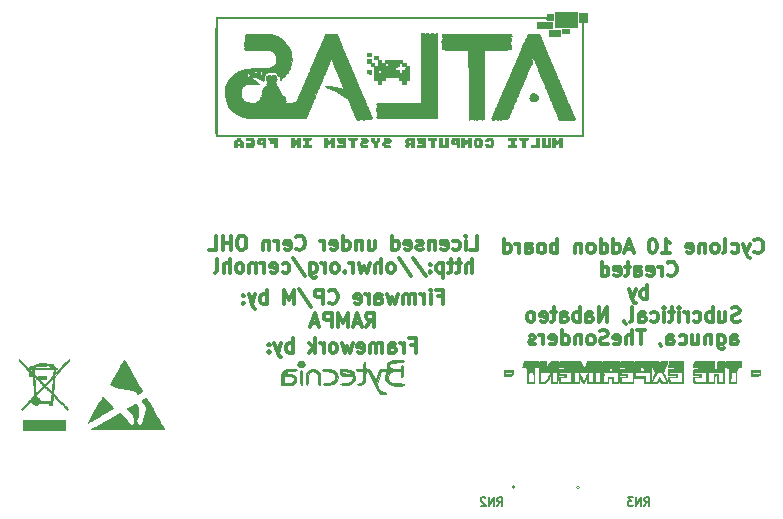
<source format=gbr>
%TF.GenerationSoftware,KiCad,Pcbnew,6.0.2+dfsg-1*%
%TF.CreationDate,2023-04-03T20:21:34+02:00*%
%TF.ProjectId,CYC10 Board,43594331-3020-4426-9f61-72642e6b6963,rev?*%
%TF.SameCoordinates,Original*%
%TF.FileFunction,Legend,Bot*%
%TF.FilePolarity,Positive*%
%FSLAX46Y46*%
G04 Gerber Fmt 4.6, Leading zero omitted, Abs format (unit mm)*
G04 Created by KiCad (PCBNEW 6.0.2+dfsg-1) date 2023-04-03 20:21:34*
%MOMM*%
%LPD*%
G01*
G04 APERTURE LIST*
%ADD10C,0.300000*%
%ADD11C,0.150000*%
%ADD12C,0.100000*%
%ADD13C,0.010000*%
G04 APERTURE END LIST*
D10*
X64305114Y-71824617D02*
X64876542Y-71824617D01*
X64876542Y-70624617D01*
X63905114Y-71824617D02*
X63905114Y-71024617D01*
X63905114Y-70624617D02*
X63962257Y-70681760D01*
X63905114Y-70738902D01*
X63847971Y-70681760D01*
X63905114Y-70624617D01*
X63905114Y-70738902D01*
X62819400Y-71767474D02*
X62933685Y-71824617D01*
X63162257Y-71824617D01*
X63276542Y-71767474D01*
X63333685Y-71710331D01*
X63390828Y-71596045D01*
X63390828Y-71253188D01*
X63333685Y-71138902D01*
X63276542Y-71081760D01*
X63162257Y-71024617D01*
X62933685Y-71024617D01*
X62819400Y-71081760D01*
X61847971Y-71767474D02*
X61962257Y-71824617D01*
X62190828Y-71824617D01*
X62305114Y-71767474D01*
X62362257Y-71653188D01*
X62362257Y-71196045D01*
X62305114Y-71081760D01*
X62190828Y-71024617D01*
X61962257Y-71024617D01*
X61847971Y-71081760D01*
X61790828Y-71196045D01*
X61790828Y-71310331D01*
X62362257Y-71424617D01*
X61276542Y-71024617D02*
X61276542Y-71824617D01*
X61276542Y-71138902D02*
X61219400Y-71081760D01*
X61105114Y-71024617D01*
X60933685Y-71024617D01*
X60819400Y-71081760D01*
X60762257Y-71196045D01*
X60762257Y-71824617D01*
X60247971Y-71767474D02*
X60133685Y-71824617D01*
X59905114Y-71824617D01*
X59790828Y-71767474D01*
X59733685Y-71653188D01*
X59733685Y-71596045D01*
X59790828Y-71481760D01*
X59905114Y-71424617D01*
X60076542Y-71424617D01*
X60190828Y-71367474D01*
X60247971Y-71253188D01*
X60247971Y-71196045D01*
X60190828Y-71081760D01*
X60076542Y-71024617D01*
X59905114Y-71024617D01*
X59790828Y-71081760D01*
X58762257Y-71767474D02*
X58876542Y-71824617D01*
X59105114Y-71824617D01*
X59219400Y-71767474D01*
X59276542Y-71653188D01*
X59276542Y-71196045D01*
X59219400Y-71081760D01*
X59105114Y-71024617D01*
X58876542Y-71024617D01*
X58762257Y-71081760D01*
X58705114Y-71196045D01*
X58705114Y-71310331D01*
X59276542Y-71424617D01*
X57676542Y-71824617D02*
X57676542Y-70624617D01*
X57676542Y-71767474D02*
X57790828Y-71824617D01*
X58019400Y-71824617D01*
X58133685Y-71767474D01*
X58190828Y-71710331D01*
X58247971Y-71596045D01*
X58247971Y-71253188D01*
X58190828Y-71138902D01*
X58133685Y-71081760D01*
X58019400Y-71024617D01*
X57790828Y-71024617D01*
X57676542Y-71081760D01*
X55676542Y-71024617D02*
X55676542Y-71824617D01*
X56190828Y-71024617D02*
X56190828Y-71653188D01*
X56133685Y-71767474D01*
X56019400Y-71824617D01*
X55847971Y-71824617D01*
X55733685Y-71767474D01*
X55676542Y-71710331D01*
X55105114Y-71024617D02*
X55105114Y-71824617D01*
X55105114Y-71138902D02*
X55047971Y-71081760D01*
X54933685Y-71024617D01*
X54762257Y-71024617D01*
X54647971Y-71081760D01*
X54590828Y-71196045D01*
X54590828Y-71824617D01*
X53505114Y-71824617D02*
X53505114Y-70624617D01*
X53505114Y-71767474D02*
X53619400Y-71824617D01*
X53847971Y-71824617D01*
X53962257Y-71767474D01*
X54019400Y-71710331D01*
X54076542Y-71596045D01*
X54076542Y-71253188D01*
X54019400Y-71138902D01*
X53962257Y-71081760D01*
X53847971Y-71024617D01*
X53619400Y-71024617D01*
X53505114Y-71081760D01*
X52476542Y-71767474D02*
X52590828Y-71824617D01*
X52819400Y-71824617D01*
X52933685Y-71767474D01*
X52990828Y-71653188D01*
X52990828Y-71196045D01*
X52933685Y-71081760D01*
X52819400Y-71024617D01*
X52590828Y-71024617D01*
X52476542Y-71081760D01*
X52419400Y-71196045D01*
X52419400Y-71310331D01*
X52990828Y-71424617D01*
X51905114Y-71824617D02*
X51905114Y-71024617D01*
X51905114Y-71253188D02*
X51847971Y-71138902D01*
X51790828Y-71081760D01*
X51676542Y-71024617D01*
X51562257Y-71024617D01*
X49562257Y-71710331D02*
X49619400Y-71767474D01*
X49790828Y-71824617D01*
X49905114Y-71824617D01*
X50076542Y-71767474D01*
X50190828Y-71653188D01*
X50247971Y-71538902D01*
X50305114Y-71310331D01*
X50305114Y-71138902D01*
X50247971Y-70910331D01*
X50190828Y-70796045D01*
X50076542Y-70681760D01*
X49905114Y-70624617D01*
X49790828Y-70624617D01*
X49619400Y-70681760D01*
X49562257Y-70738902D01*
X48590828Y-71767474D02*
X48705114Y-71824617D01*
X48933685Y-71824617D01*
X49047971Y-71767474D01*
X49105114Y-71653188D01*
X49105114Y-71196045D01*
X49047971Y-71081760D01*
X48933685Y-71024617D01*
X48705114Y-71024617D01*
X48590828Y-71081760D01*
X48533685Y-71196045D01*
X48533685Y-71310331D01*
X49105114Y-71424617D01*
X48019400Y-71824617D02*
X48019400Y-71024617D01*
X48019400Y-71253188D02*
X47962257Y-71138902D01*
X47905114Y-71081760D01*
X47790828Y-71024617D01*
X47676542Y-71024617D01*
X47276542Y-71024617D02*
X47276542Y-71824617D01*
X47276542Y-71138902D02*
X47219400Y-71081760D01*
X47105114Y-71024617D01*
X46933685Y-71024617D01*
X46819400Y-71081760D01*
X46762257Y-71196045D01*
X46762257Y-71824617D01*
X45047971Y-70624617D02*
X44819400Y-70624617D01*
X44705114Y-70681760D01*
X44590828Y-70796045D01*
X44533685Y-71024617D01*
X44533685Y-71424617D01*
X44590828Y-71653188D01*
X44705114Y-71767474D01*
X44819400Y-71824617D01*
X45047971Y-71824617D01*
X45162257Y-71767474D01*
X45276542Y-71653188D01*
X45333685Y-71424617D01*
X45333685Y-71024617D01*
X45276542Y-70796045D01*
X45162257Y-70681760D01*
X45047971Y-70624617D01*
X44019400Y-71824617D02*
X44019400Y-70624617D01*
X44019400Y-71196045D02*
X43333685Y-71196045D01*
X43333685Y-71824617D02*
X43333685Y-70624617D01*
X42190828Y-71824617D02*
X42762257Y-71824617D01*
X42762257Y-70624617D01*
X64447971Y-73756617D02*
X64447971Y-72556617D01*
X63933685Y-73756617D02*
X63933685Y-73128045D01*
X63990828Y-73013760D01*
X64105114Y-72956617D01*
X64276542Y-72956617D01*
X64390828Y-73013760D01*
X64447971Y-73070902D01*
X63533685Y-72956617D02*
X63076542Y-72956617D01*
X63362257Y-72556617D02*
X63362257Y-73585188D01*
X63305114Y-73699474D01*
X63190828Y-73756617D01*
X63076542Y-73756617D01*
X62847971Y-72956617D02*
X62390828Y-72956617D01*
X62676542Y-72556617D02*
X62676542Y-73585188D01*
X62619400Y-73699474D01*
X62505114Y-73756617D01*
X62390828Y-73756617D01*
X61990828Y-72956617D02*
X61990828Y-74156617D01*
X61990828Y-73013760D02*
X61876542Y-72956617D01*
X61647971Y-72956617D01*
X61533685Y-73013760D01*
X61476542Y-73070902D01*
X61419399Y-73185188D01*
X61419399Y-73528045D01*
X61476542Y-73642331D01*
X61533685Y-73699474D01*
X61647971Y-73756617D01*
X61876542Y-73756617D01*
X61990828Y-73699474D01*
X60905114Y-73642331D02*
X60847971Y-73699474D01*
X60905114Y-73756617D01*
X60962257Y-73699474D01*
X60905114Y-73642331D01*
X60905114Y-73756617D01*
X60905114Y-73013760D02*
X60847971Y-73070902D01*
X60905114Y-73128045D01*
X60962257Y-73070902D01*
X60905114Y-73013760D01*
X60905114Y-73128045D01*
X59476542Y-72499474D02*
X60505114Y-74042331D01*
X58219399Y-72499474D02*
X59247971Y-74042331D01*
X57647971Y-73756617D02*
X57762257Y-73699474D01*
X57819399Y-73642331D01*
X57876542Y-73528045D01*
X57876542Y-73185188D01*
X57819399Y-73070902D01*
X57762257Y-73013760D01*
X57647971Y-72956617D01*
X57476542Y-72956617D01*
X57362257Y-73013760D01*
X57305114Y-73070902D01*
X57247971Y-73185188D01*
X57247971Y-73528045D01*
X57305114Y-73642331D01*
X57362257Y-73699474D01*
X57476542Y-73756617D01*
X57647971Y-73756617D01*
X56733685Y-73756617D02*
X56733685Y-72556617D01*
X56219399Y-73756617D02*
X56219399Y-73128045D01*
X56276542Y-73013760D01*
X56390828Y-72956617D01*
X56562257Y-72956617D01*
X56676542Y-73013760D01*
X56733685Y-73070902D01*
X55762257Y-72956617D02*
X55533685Y-73756617D01*
X55305114Y-73185188D01*
X55076542Y-73756617D01*
X54847971Y-72956617D01*
X54390828Y-73756617D02*
X54390828Y-72956617D01*
X54390828Y-73185188D02*
X54333685Y-73070902D01*
X54276542Y-73013760D01*
X54162257Y-72956617D01*
X54047971Y-72956617D01*
X53647971Y-73642331D02*
X53590828Y-73699474D01*
X53647971Y-73756617D01*
X53705114Y-73699474D01*
X53647971Y-73642331D01*
X53647971Y-73756617D01*
X52905114Y-73756617D02*
X53019399Y-73699474D01*
X53076542Y-73642331D01*
X53133685Y-73528045D01*
X53133685Y-73185188D01*
X53076542Y-73070902D01*
X53019399Y-73013760D01*
X52905114Y-72956617D01*
X52733685Y-72956617D01*
X52619399Y-73013760D01*
X52562257Y-73070902D01*
X52505114Y-73185188D01*
X52505114Y-73528045D01*
X52562257Y-73642331D01*
X52619399Y-73699474D01*
X52733685Y-73756617D01*
X52905114Y-73756617D01*
X51990828Y-73756617D02*
X51990828Y-72956617D01*
X51990828Y-73185188D02*
X51933685Y-73070902D01*
X51876542Y-73013760D01*
X51762257Y-72956617D01*
X51647971Y-72956617D01*
X50733685Y-72956617D02*
X50733685Y-73928045D01*
X50790828Y-74042331D01*
X50847971Y-74099474D01*
X50962257Y-74156617D01*
X51133685Y-74156617D01*
X51247971Y-74099474D01*
X50733685Y-73699474D02*
X50847971Y-73756617D01*
X51076542Y-73756617D01*
X51190828Y-73699474D01*
X51247971Y-73642331D01*
X51305114Y-73528045D01*
X51305114Y-73185188D01*
X51247971Y-73070902D01*
X51190828Y-73013760D01*
X51076542Y-72956617D01*
X50847971Y-72956617D01*
X50733685Y-73013760D01*
X49305114Y-72499474D02*
X50333685Y-74042331D01*
X48390828Y-73699474D02*
X48505114Y-73756617D01*
X48733685Y-73756617D01*
X48847971Y-73699474D01*
X48905114Y-73642331D01*
X48962257Y-73528045D01*
X48962257Y-73185188D01*
X48905114Y-73070902D01*
X48847971Y-73013760D01*
X48733685Y-72956617D01*
X48505114Y-72956617D01*
X48390828Y-73013760D01*
X47419399Y-73699474D02*
X47533685Y-73756617D01*
X47762257Y-73756617D01*
X47876542Y-73699474D01*
X47933685Y-73585188D01*
X47933685Y-73128045D01*
X47876542Y-73013760D01*
X47762257Y-72956617D01*
X47533685Y-72956617D01*
X47419399Y-73013760D01*
X47362257Y-73128045D01*
X47362257Y-73242331D01*
X47933685Y-73356617D01*
X46847971Y-73756617D02*
X46847971Y-72956617D01*
X46847971Y-73185188D02*
X46790828Y-73070902D01*
X46733685Y-73013760D01*
X46619399Y-72956617D01*
X46505114Y-72956617D01*
X46105114Y-72956617D02*
X46105114Y-73756617D01*
X46105114Y-73070902D02*
X46047971Y-73013760D01*
X45933685Y-72956617D01*
X45762257Y-72956617D01*
X45647971Y-73013760D01*
X45590828Y-73128045D01*
X45590828Y-73756617D01*
X44847971Y-73756617D02*
X44962257Y-73699474D01*
X45019399Y-73642331D01*
X45076542Y-73528045D01*
X45076542Y-73185188D01*
X45019399Y-73070902D01*
X44962257Y-73013760D01*
X44847971Y-72956617D01*
X44676542Y-72956617D01*
X44562257Y-73013760D01*
X44505114Y-73070902D01*
X44447971Y-73185188D01*
X44447971Y-73528045D01*
X44505114Y-73642331D01*
X44562257Y-73699474D01*
X44676542Y-73756617D01*
X44847971Y-73756617D01*
X43933685Y-73756617D02*
X43933685Y-72556617D01*
X43419399Y-73756617D02*
X43419399Y-73128045D01*
X43476542Y-73013760D01*
X43590828Y-72956617D01*
X43762257Y-72956617D01*
X43876542Y-73013760D01*
X43933685Y-73070902D01*
X42676542Y-73756617D02*
X42790828Y-73699474D01*
X42847971Y-73585188D01*
X42847971Y-72556617D01*
X88349442Y-71977171D02*
X88406585Y-72034314D01*
X88578014Y-72091457D01*
X88692300Y-72091457D01*
X88863728Y-72034314D01*
X88978014Y-71920028D01*
X89035157Y-71805742D01*
X89092300Y-71577171D01*
X89092300Y-71405742D01*
X89035157Y-71177171D01*
X88978014Y-71062885D01*
X88863728Y-70948600D01*
X88692300Y-70891457D01*
X88578014Y-70891457D01*
X88406585Y-70948600D01*
X88349442Y-71005742D01*
X87949442Y-71291457D02*
X87663728Y-72091457D01*
X87378014Y-71291457D02*
X87663728Y-72091457D01*
X87778014Y-72377171D01*
X87835157Y-72434314D01*
X87949442Y-72491457D01*
X86406585Y-72034314D02*
X86520871Y-72091457D01*
X86749442Y-72091457D01*
X86863728Y-72034314D01*
X86920871Y-71977171D01*
X86978014Y-71862885D01*
X86978014Y-71520028D01*
X86920871Y-71405742D01*
X86863728Y-71348600D01*
X86749442Y-71291457D01*
X86520871Y-71291457D01*
X86406585Y-71348600D01*
X85720871Y-72091457D02*
X85835157Y-72034314D01*
X85892300Y-71920028D01*
X85892300Y-70891457D01*
X85092300Y-72091457D02*
X85206585Y-72034314D01*
X85263728Y-71977171D01*
X85320871Y-71862885D01*
X85320871Y-71520028D01*
X85263728Y-71405742D01*
X85206585Y-71348600D01*
X85092300Y-71291457D01*
X84920871Y-71291457D01*
X84806585Y-71348600D01*
X84749442Y-71405742D01*
X84692300Y-71520028D01*
X84692300Y-71862885D01*
X84749442Y-71977171D01*
X84806585Y-72034314D01*
X84920871Y-72091457D01*
X85092300Y-72091457D01*
X84178014Y-71291457D02*
X84178014Y-72091457D01*
X84178014Y-71405742D02*
X84120871Y-71348600D01*
X84006585Y-71291457D01*
X83835157Y-71291457D01*
X83720871Y-71348600D01*
X83663728Y-71462885D01*
X83663728Y-72091457D01*
X82635157Y-72034314D02*
X82749442Y-72091457D01*
X82978014Y-72091457D01*
X83092300Y-72034314D01*
X83149442Y-71920028D01*
X83149442Y-71462885D01*
X83092300Y-71348600D01*
X82978014Y-71291457D01*
X82749442Y-71291457D01*
X82635157Y-71348600D01*
X82578014Y-71462885D01*
X82578014Y-71577171D01*
X83149442Y-71691457D01*
X80520871Y-72091457D02*
X81206585Y-72091457D01*
X80863728Y-72091457D02*
X80863728Y-70891457D01*
X80978014Y-71062885D01*
X81092300Y-71177171D01*
X81206585Y-71234314D01*
X79778014Y-70891457D02*
X79663728Y-70891457D01*
X79549442Y-70948600D01*
X79492300Y-71005742D01*
X79435157Y-71120028D01*
X79378014Y-71348600D01*
X79378014Y-71634314D01*
X79435157Y-71862885D01*
X79492300Y-71977171D01*
X79549442Y-72034314D01*
X79663728Y-72091457D01*
X79778014Y-72091457D01*
X79892300Y-72034314D01*
X79949442Y-71977171D01*
X80006585Y-71862885D01*
X80063728Y-71634314D01*
X80063728Y-71348600D01*
X80006585Y-71120028D01*
X79949442Y-71005742D01*
X79892300Y-70948600D01*
X79778014Y-70891457D01*
X78006585Y-71748600D02*
X77435157Y-71748600D01*
X78120871Y-72091457D02*
X77720871Y-70891457D01*
X77320871Y-72091457D01*
X76406585Y-72091457D02*
X76406585Y-70891457D01*
X76406585Y-72034314D02*
X76520871Y-72091457D01*
X76749442Y-72091457D01*
X76863728Y-72034314D01*
X76920871Y-71977171D01*
X76978014Y-71862885D01*
X76978014Y-71520028D01*
X76920871Y-71405742D01*
X76863728Y-71348600D01*
X76749442Y-71291457D01*
X76520871Y-71291457D01*
X76406585Y-71348600D01*
X75320871Y-72091457D02*
X75320871Y-70891457D01*
X75320871Y-72034314D02*
X75435157Y-72091457D01*
X75663728Y-72091457D01*
X75778014Y-72034314D01*
X75835157Y-71977171D01*
X75892300Y-71862885D01*
X75892300Y-71520028D01*
X75835157Y-71405742D01*
X75778014Y-71348600D01*
X75663728Y-71291457D01*
X75435157Y-71291457D01*
X75320871Y-71348600D01*
X74578014Y-72091457D02*
X74692300Y-72034314D01*
X74749442Y-71977171D01*
X74806585Y-71862885D01*
X74806585Y-71520028D01*
X74749442Y-71405742D01*
X74692300Y-71348600D01*
X74578014Y-71291457D01*
X74406585Y-71291457D01*
X74292300Y-71348600D01*
X74235157Y-71405742D01*
X74178014Y-71520028D01*
X74178014Y-71862885D01*
X74235157Y-71977171D01*
X74292300Y-72034314D01*
X74406585Y-72091457D01*
X74578014Y-72091457D01*
X73663728Y-71291457D02*
X73663728Y-72091457D01*
X73663728Y-71405742D02*
X73606585Y-71348600D01*
X73492300Y-71291457D01*
X73320871Y-71291457D01*
X73206585Y-71348600D01*
X73149442Y-71462885D01*
X73149442Y-72091457D01*
X71663728Y-72091457D02*
X71663728Y-70891457D01*
X71663728Y-71348600D02*
X71549442Y-71291457D01*
X71320871Y-71291457D01*
X71206585Y-71348600D01*
X71149442Y-71405742D01*
X71092300Y-71520028D01*
X71092300Y-71862885D01*
X71149442Y-71977171D01*
X71206585Y-72034314D01*
X71320871Y-72091457D01*
X71549442Y-72091457D01*
X71663728Y-72034314D01*
X70406585Y-72091457D02*
X70520871Y-72034314D01*
X70578014Y-71977171D01*
X70635157Y-71862885D01*
X70635157Y-71520028D01*
X70578014Y-71405742D01*
X70520871Y-71348600D01*
X70406585Y-71291457D01*
X70235157Y-71291457D01*
X70120871Y-71348600D01*
X70063728Y-71405742D01*
X70006585Y-71520028D01*
X70006585Y-71862885D01*
X70063728Y-71977171D01*
X70120871Y-72034314D01*
X70235157Y-72091457D01*
X70406585Y-72091457D01*
X68978014Y-72091457D02*
X68978014Y-71462885D01*
X69035157Y-71348600D01*
X69149442Y-71291457D01*
X69378014Y-71291457D01*
X69492300Y-71348600D01*
X68978014Y-72034314D02*
X69092300Y-72091457D01*
X69378014Y-72091457D01*
X69492300Y-72034314D01*
X69549442Y-71920028D01*
X69549442Y-71805742D01*
X69492300Y-71691457D01*
X69378014Y-71634314D01*
X69092300Y-71634314D01*
X68978014Y-71577171D01*
X68406585Y-72091457D02*
X68406585Y-71291457D01*
X68406585Y-71520028D02*
X68349442Y-71405742D01*
X68292300Y-71348600D01*
X68178014Y-71291457D01*
X68063728Y-71291457D01*
X67149442Y-72091457D02*
X67149442Y-70891457D01*
X67149442Y-72034314D02*
X67263728Y-72091457D01*
X67492300Y-72091457D01*
X67606585Y-72034314D01*
X67663728Y-71977171D01*
X67720871Y-71862885D01*
X67720871Y-71520028D01*
X67663728Y-71405742D01*
X67606585Y-71348600D01*
X67492300Y-71291457D01*
X67263728Y-71291457D01*
X67149442Y-71348600D01*
X81006585Y-73909171D02*
X81063728Y-73966314D01*
X81235157Y-74023457D01*
X81349442Y-74023457D01*
X81520871Y-73966314D01*
X81635157Y-73852028D01*
X81692300Y-73737742D01*
X81749442Y-73509171D01*
X81749442Y-73337742D01*
X81692300Y-73109171D01*
X81635157Y-72994885D01*
X81520871Y-72880600D01*
X81349442Y-72823457D01*
X81235157Y-72823457D01*
X81063728Y-72880600D01*
X81006585Y-72937742D01*
X80492300Y-74023457D02*
X80492300Y-73223457D01*
X80492300Y-73452028D02*
X80435157Y-73337742D01*
X80378014Y-73280600D01*
X80263728Y-73223457D01*
X80149442Y-73223457D01*
X79292300Y-73966314D02*
X79406585Y-74023457D01*
X79635157Y-74023457D01*
X79749442Y-73966314D01*
X79806585Y-73852028D01*
X79806585Y-73394885D01*
X79749442Y-73280600D01*
X79635157Y-73223457D01*
X79406585Y-73223457D01*
X79292300Y-73280600D01*
X79235157Y-73394885D01*
X79235157Y-73509171D01*
X79806585Y-73623457D01*
X78206585Y-74023457D02*
X78206585Y-73394885D01*
X78263728Y-73280600D01*
X78378014Y-73223457D01*
X78606585Y-73223457D01*
X78720871Y-73280600D01*
X78206585Y-73966314D02*
X78320871Y-74023457D01*
X78606585Y-74023457D01*
X78720871Y-73966314D01*
X78778014Y-73852028D01*
X78778014Y-73737742D01*
X78720871Y-73623457D01*
X78606585Y-73566314D01*
X78320871Y-73566314D01*
X78206585Y-73509171D01*
X77806585Y-73223457D02*
X77349442Y-73223457D01*
X77635157Y-72823457D02*
X77635157Y-73852028D01*
X77578014Y-73966314D01*
X77463728Y-74023457D01*
X77349442Y-74023457D01*
X76492300Y-73966314D02*
X76606585Y-74023457D01*
X76835157Y-74023457D01*
X76949442Y-73966314D01*
X77006585Y-73852028D01*
X77006585Y-73394885D01*
X76949442Y-73280600D01*
X76835157Y-73223457D01*
X76606585Y-73223457D01*
X76492300Y-73280600D01*
X76435157Y-73394885D01*
X76435157Y-73509171D01*
X77006585Y-73623457D01*
X75406585Y-74023457D02*
X75406585Y-72823457D01*
X75406585Y-73966314D02*
X75520871Y-74023457D01*
X75749442Y-74023457D01*
X75863728Y-73966314D01*
X75920871Y-73909171D01*
X75978014Y-73794885D01*
X75978014Y-73452028D01*
X75920871Y-73337742D01*
X75863728Y-73280600D01*
X75749442Y-73223457D01*
X75520871Y-73223457D01*
X75406585Y-73280600D01*
X79263728Y-75955457D02*
X79263728Y-74755457D01*
X79263728Y-75212600D02*
X79149442Y-75155457D01*
X78920871Y-75155457D01*
X78806585Y-75212600D01*
X78749442Y-75269742D01*
X78692300Y-75384028D01*
X78692300Y-75726885D01*
X78749442Y-75841171D01*
X78806585Y-75898314D01*
X78920871Y-75955457D01*
X79149442Y-75955457D01*
X79263728Y-75898314D01*
X78292300Y-75155457D02*
X78006585Y-75955457D01*
X77720871Y-75155457D02*
X78006585Y-75955457D01*
X78120871Y-76241171D01*
X78178014Y-76298314D01*
X78292300Y-76355457D01*
X87092300Y-77830314D02*
X86920871Y-77887457D01*
X86635157Y-77887457D01*
X86520871Y-77830314D01*
X86463728Y-77773171D01*
X86406585Y-77658885D01*
X86406585Y-77544600D01*
X86463728Y-77430314D01*
X86520871Y-77373171D01*
X86635157Y-77316028D01*
X86863728Y-77258885D01*
X86978014Y-77201742D01*
X87035157Y-77144600D01*
X87092300Y-77030314D01*
X87092300Y-76916028D01*
X87035157Y-76801742D01*
X86978014Y-76744600D01*
X86863728Y-76687457D01*
X86578014Y-76687457D01*
X86406585Y-76744600D01*
X85378014Y-77087457D02*
X85378014Y-77887457D01*
X85892300Y-77087457D02*
X85892300Y-77716028D01*
X85835157Y-77830314D01*
X85720871Y-77887457D01*
X85549442Y-77887457D01*
X85435157Y-77830314D01*
X85378014Y-77773171D01*
X84806585Y-77887457D02*
X84806585Y-76687457D01*
X84806585Y-77144600D02*
X84692300Y-77087457D01*
X84463728Y-77087457D01*
X84349442Y-77144600D01*
X84292300Y-77201742D01*
X84235157Y-77316028D01*
X84235157Y-77658885D01*
X84292300Y-77773171D01*
X84349442Y-77830314D01*
X84463728Y-77887457D01*
X84692300Y-77887457D01*
X84806585Y-77830314D01*
X83206585Y-77830314D02*
X83320871Y-77887457D01*
X83549442Y-77887457D01*
X83663728Y-77830314D01*
X83720871Y-77773171D01*
X83778014Y-77658885D01*
X83778014Y-77316028D01*
X83720871Y-77201742D01*
X83663728Y-77144600D01*
X83549442Y-77087457D01*
X83320871Y-77087457D01*
X83206585Y-77144600D01*
X82692300Y-77887457D02*
X82692300Y-77087457D01*
X82692300Y-77316028D02*
X82635157Y-77201742D01*
X82578014Y-77144600D01*
X82463728Y-77087457D01*
X82349442Y-77087457D01*
X81949442Y-77887457D02*
X81949442Y-77087457D01*
X81949442Y-76687457D02*
X82006585Y-76744600D01*
X81949442Y-76801742D01*
X81892300Y-76744600D01*
X81949442Y-76687457D01*
X81949442Y-76801742D01*
X81549442Y-77087457D02*
X81092300Y-77087457D01*
X81378014Y-76687457D02*
X81378014Y-77716028D01*
X81320871Y-77830314D01*
X81206585Y-77887457D01*
X81092300Y-77887457D01*
X80692300Y-77887457D02*
X80692300Y-77087457D01*
X80692300Y-76687457D02*
X80749442Y-76744600D01*
X80692300Y-76801742D01*
X80635157Y-76744600D01*
X80692300Y-76687457D01*
X80692300Y-76801742D01*
X79606585Y-77830314D02*
X79720871Y-77887457D01*
X79949442Y-77887457D01*
X80063728Y-77830314D01*
X80120871Y-77773171D01*
X80178014Y-77658885D01*
X80178014Y-77316028D01*
X80120871Y-77201742D01*
X80063728Y-77144600D01*
X79949442Y-77087457D01*
X79720871Y-77087457D01*
X79606585Y-77144600D01*
X78578014Y-77887457D02*
X78578014Y-77258885D01*
X78635157Y-77144600D01*
X78749442Y-77087457D01*
X78978014Y-77087457D01*
X79092300Y-77144600D01*
X78578014Y-77830314D02*
X78692300Y-77887457D01*
X78978014Y-77887457D01*
X79092300Y-77830314D01*
X79149442Y-77716028D01*
X79149442Y-77601742D01*
X79092300Y-77487457D01*
X78978014Y-77430314D01*
X78692300Y-77430314D01*
X78578014Y-77373171D01*
X77835157Y-77887457D02*
X77949442Y-77830314D01*
X78006585Y-77716028D01*
X78006585Y-76687457D01*
X77320871Y-77830314D02*
X77320871Y-77887457D01*
X77378014Y-78001742D01*
X77435157Y-78058885D01*
X75892300Y-77887457D02*
X75892300Y-76687457D01*
X75206585Y-77887457D01*
X75206585Y-76687457D01*
X74120871Y-77887457D02*
X74120871Y-77258885D01*
X74178014Y-77144600D01*
X74292300Y-77087457D01*
X74520871Y-77087457D01*
X74635157Y-77144600D01*
X74120871Y-77830314D02*
X74235157Y-77887457D01*
X74520871Y-77887457D01*
X74635157Y-77830314D01*
X74692300Y-77716028D01*
X74692300Y-77601742D01*
X74635157Y-77487457D01*
X74520871Y-77430314D01*
X74235157Y-77430314D01*
X74120871Y-77373171D01*
X73549442Y-77887457D02*
X73549442Y-76687457D01*
X73549442Y-77144600D02*
X73435157Y-77087457D01*
X73206585Y-77087457D01*
X73092300Y-77144600D01*
X73035157Y-77201742D01*
X72978014Y-77316028D01*
X72978014Y-77658885D01*
X73035157Y-77773171D01*
X73092300Y-77830314D01*
X73206585Y-77887457D01*
X73435157Y-77887457D01*
X73549442Y-77830314D01*
X71949442Y-77887457D02*
X71949442Y-77258885D01*
X72006585Y-77144600D01*
X72120871Y-77087457D01*
X72349442Y-77087457D01*
X72463728Y-77144600D01*
X71949442Y-77830314D02*
X72063728Y-77887457D01*
X72349442Y-77887457D01*
X72463728Y-77830314D01*
X72520871Y-77716028D01*
X72520871Y-77601742D01*
X72463728Y-77487457D01*
X72349442Y-77430314D01*
X72063728Y-77430314D01*
X71949442Y-77373171D01*
X71549442Y-77087457D02*
X71092300Y-77087457D01*
X71378014Y-76687457D02*
X71378014Y-77716028D01*
X71320871Y-77830314D01*
X71206585Y-77887457D01*
X71092300Y-77887457D01*
X70235157Y-77830314D02*
X70349442Y-77887457D01*
X70578014Y-77887457D01*
X70692300Y-77830314D01*
X70749442Y-77716028D01*
X70749442Y-77258885D01*
X70692300Y-77144600D01*
X70578014Y-77087457D01*
X70349442Y-77087457D01*
X70235157Y-77144600D01*
X70178014Y-77258885D01*
X70178014Y-77373171D01*
X70749442Y-77487457D01*
X69492300Y-77887457D02*
X69606585Y-77830314D01*
X69663728Y-77773171D01*
X69720871Y-77658885D01*
X69720871Y-77316028D01*
X69663728Y-77201742D01*
X69606585Y-77144600D01*
X69492300Y-77087457D01*
X69320871Y-77087457D01*
X69206585Y-77144600D01*
X69149442Y-77201742D01*
X69092300Y-77316028D01*
X69092300Y-77658885D01*
X69149442Y-77773171D01*
X69206585Y-77830314D01*
X69320871Y-77887457D01*
X69492300Y-77887457D01*
X86349442Y-79819457D02*
X86349442Y-79190885D01*
X86406585Y-79076600D01*
X86520871Y-79019457D01*
X86749442Y-79019457D01*
X86863728Y-79076600D01*
X86349442Y-79762314D02*
X86463728Y-79819457D01*
X86749442Y-79819457D01*
X86863728Y-79762314D01*
X86920871Y-79648028D01*
X86920871Y-79533742D01*
X86863728Y-79419457D01*
X86749442Y-79362314D01*
X86463728Y-79362314D01*
X86349442Y-79305171D01*
X85263728Y-79019457D02*
X85263728Y-79990885D01*
X85320871Y-80105171D01*
X85378014Y-80162314D01*
X85492300Y-80219457D01*
X85663728Y-80219457D01*
X85778014Y-80162314D01*
X85263728Y-79762314D02*
X85378014Y-79819457D01*
X85606585Y-79819457D01*
X85720871Y-79762314D01*
X85778014Y-79705171D01*
X85835157Y-79590885D01*
X85835157Y-79248028D01*
X85778014Y-79133742D01*
X85720871Y-79076600D01*
X85606585Y-79019457D01*
X85378014Y-79019457D01*
X85263728Y-79076600D01*
X84692300Y-79019457D02*
X84692300Y-79819457D01*
X84692300Y-79133742D02*
X84635157Y-79076600D01*
X84520871Y-79019457D01*
X84349442Y-79019457D01*
X84235157Y-79076600D01*
X84178014Y-79190885D01*
X84178014Y-79819457D01*
X83092300Y-79019457D02*
X83092300Y-79819457D01*
X83606585Y-79019457D02*
X83606585Y-79648028D01*
X83549442Y-79762314D01*
X83435157Y-79819457D01*
X83263728Y-79819457D01*
X83149442Y-79762314D01*
X83092300Y-79705171D01*
X82006585Y-79762314D02*
X82120871Y-79819457D01*
X82349442Y-79819457D01*
X82463728Y-79762314D01*
X82520871Y-79705171D01*
X82578014Y-79590885D01*
X82578014Y-79248028D01*
X82520871Y-79133742D01*
X82463728Y-79076600D01*
X82349442Y-79019457D01*
X82120871Y-79019457D01*
X82006585Y-79076600D01*
X80978014Y-79819457D02*
X80978014Y-79190885D01*
X81035157Y-79076600D01*
X81149442Y-79019457D01*
X81378014Y-79019457D01*
X81492300Y-79076600D01*
X80978014Y-79762314D02*
X81092300Y-79819457D01*
X81378014Y-79819457D01*
X81492300Y-79762314D01*
X81549442Y-79648028D01*
X81549442Y-79533742D01*
X81492300Y-79419457D01*
X81378014Y-79362314D01*
X81092300Y-79362314D01*
X80978014Y-79305171D01*
X80349442Y-79762314D02*
X80349442Y-79819457D01*
X80406585Y-79933742D01*
X80463728Y-79990885D01*
X79092300Y-78619457D02*
X78406585Y-78619457D01*
X78749442Y-79819457D02*
X78749442Y-78619457D01*
X78006585Y-79819457D02*
X78006585Y-78619457D01*
X77492300Y-79819457D02*
X77492300Y-79190885D01*
X77549442Y-79076600D01*
X77663728Y-79019457D01*
X77835157Y-79019457D01*
X77949442Y-79076600D01*
X78006585Y-79133742D01*
X76463728Y-79762314D02*
X76578014Y-79819457D01*
X76806585Y-79819457D01*
X76920871Y-79762314D01*
X76978014Y-79648028D01*
X76978014Y-79190885D01*
X76920871Y-79076600D01*
X76806585Y-79019457D01*
X76578014Y-79019457D01*
X76463728Y-79076600D01*
X76406585Y-79190885D01*
X76406585Y-79305171D01*
X76978014Y-79419457D01*
X75949442Y-79762314D02*
X75778014Y-79819457D01*
X75492300Y-79819457D01*
X75378014Y-79762314D01*
X75320871Y-79705171D01*
X75263728Y-79590885D01*
X75263728Y-79476600D01*
X75320871Y-79362314D01*
X75378014Y-79305171D01*
X75492300Y-79248028D01*
X75720871Y-79190885D01*
X75835157Y-79133742D01*
X75892300Y-79076600D01*
X75949442Y-78962314D01*
X75949442Y-78848028D01*
X75892300Y-78733742D01*
X75835157Y-78676600D01*
X75720871Y-78619457D01*
X75435157Y-78619457D01*
X75263728Y-78676600D01*
X74578014Y-79819457D02*
X74692300Y-79762314D01*
X74749442Y-79705171D01*
X74806585Y-79590885D01*
X74806585Y-79248028D01*
X74749442Y-79133742D01*
X74692300Y-79076600D01*
X74578014Y-79019457D01*
X74406585Y-79019457D01*
X74292300Y-79076600D01*
X74235157Y-79133742D01*
X74178014Y-79248028D01*
X74178014Y-79590885D01*
X74235157Y-79705171D01*
X74292300Y-79762314D01*
X74406585Y-79819457D01*
X74578014Y-79819457D01*
X73663728Y-79019457D02*
X73663728Y-79819457D01*
X73663728Y-79133742D02*
X73606585Y-79076600D01*
X73492300Y-79019457D01*
X73320871Y-79019457D01*
X73206585Y-79076600D01*
X73149442Y-79190885D01*
X73149442Y-79819457D01*
X72063728Y-79819457D02*
X72063728Y-78619457D01*
X72063728Y-79762314D02*
X72178014Y-79819457D01*
X72406585Y-79819457D01*
X72520871Y-79762314D01*
X72578014Y-79705171D01*
X72635157Y-79590885D01*
X72635157Y-79248028D01*
X72578014Y-79133742D01*
X72520871Y-79076600D01*
X72406585Y-79019457D01*
X72178014Y-79019457D01*
X72063728Y-79076600D01*
X71035157Y-79762314D02*
X71149442Y-79819457D01*
X71378014Y-79819457D01*
X71492300Y-79762314D01*
X71549442Y-79648028D01*
X71549442Y-79190885D01*
X71492300Y-79076600D01*
X71378014Y-79019457D01*
X71149442Y-79019457D01*
X71035157Y-79076600D01*
X70978014Y-79190885D01*
X70978014Y-79305171D01*
X71549442Y-79419457D01*
X70463728Y-79819457D02*
X70463728Y-79019457D01*
X70463728Y-79248028D02*
X70406585Y-79133742D01*
X70349442Y-79076600D01*
X70235157Y-79019457D01*
X70120871Y-79019457D01*
X69778014Y-79762314D02*
X69663728Y-79819457D01*
X69435157Y-79819457D01*
X69320871Y-79762314D01*
X69263728Y-79648028D01*
X69263728Y-79590885D01*
X69320871Y-79476600D01*
X69435157Y-79419457D01*
X69606585Y-79419457D01*
X69720871Y-79362314D01*
X69778014Y-79248028D01*
X69778014Y-79190885D01*
X69720871Y-79076600D01*
X69606585Y-79019457D01*
X69435157Y-79019457D01*
X69320871Y-79076600D01*
X61574942Y-75757885D02*
X61974942Y-75757885D01*
X61974942Y-76386457D02*
X61974942Y-75186457D01*
X61403514Y-75186457D01*
X60946371Y-76386457D02*
X60946371Y-75586457D01*
X60946371Y-75186457D02*
X61003514Y-75243600D01*
X60946371Y-75300742D01*
X60889228Y-75243600D01*
X60946371Y-75186457D01*
X60946371Y-75300742D01*
X60374942Y-76386457D02*
X60374942Y-75586457D01*
X60374942Y-75815028D02*
X60317800Y-75700742D01*
X60260657Y-75643600D01*
X60146371Y-75586457D01*
X60032085Y-75586457D01*
X59632085Y-76386457D02*
X59632085Y-75586457D01*
X59632085Y-75700742D02*
X59574942Y-75643600D01*
X59460657Y-75586457D01*
X59289228Y-75586457D01*
X59174942Y-75643600D01*
X59117800Y-75757885D01*
X59117800Y-76386457D01*
X59117800Y-75757885D02*
X59060657Y-75643600D01*
X58946371Y-75586457D01*
X58774942Y-75586457D01*
X58660657Y-75643600D01*
X58603514Y-75757885D01*
X58603514Y-76386457D01*
X58146371Y-75586457D02*
X57917800Y-76386457D01*
X57689228Y-75815028D01*
X57460657Y-76386457D01*
X57232085Y-75586457D01*
X56260657Y-76386457D02*
X56260657Y-75757885D01*
X56317800Y-75643600D01*
X56432085Y-75586457D01*
X56660657Y-75586457D01*
X56774942Y-75643600D01*
X56260657Y-76329314D02*
X56374942Y-76386457D01*
X56660657Y-76386457D01*
X56774942Y-76329314D01*
X56832085Y-76215028D01*
X56832085Y-76100742D01*
X56774942Y-75986457D01*
X56660657Y-75929314D01*
X56374942Y-75929314D01*
X56260657Y-75872171D01*
X55689228Y-76386457D02*
X55689228Y-75586457D01*
X55689228Y-75815028D02*
X55632085Y-75700742D01*
X55574942Y-75643600D01*
X55460657Y-75586457D01*
X55346371Y-75586457D01*
X54489228Y-76329314D02*
X54603514Y-76386457D01*
X54832085Y-76386457D01*
X54946371Y-76329314D01*
X55003514Y-76215028D01*
X55003514Y-75757885D01*
X54946371Y-75643600D01*
X54832085Y-75586457D01*
X54603514Y-75586457D01*
X54489228Y-75643600D01*
X54432085Y-75757885D01*
X54432085Y-75872171D01*
X55003514Y-75986457D01*
X52317800Y-76272171D02*
X52374942Y-76329314D01*
X52546371Y-76386457D01*
X52660657Y-76386457D01*
X52832085Y-76329314D01*
X52946371Y-76215028D01*
X53003514Y-76100742D01*
X53060657Y-75872171D01*
X53060657Y-75700742D01*
X53003514Y-75472171D01*
X52946371Y-75357885D01*
X52832085Y-75243600D01*
X52660657Y-75186457D01*
X52546371Y-75186457D01*
X52374942Y-75243600D01*
X52317800Y-75300742D01*
X51803514Y-76386457D02*
X51803514Y-75186457D01*
X51346371Y-75186457D01*
X51232085Y-75243600D01*
X51174942Y-75300742D01*
X51117800Y-75415028D01*
X51117800Y-75586457D01*
X51174942Y-75700742D01*
X51232085Y-75757885D01*
X51346371Y-75815028D01*
X51803514Y-75815028D01*
X49746371Y-75129314D02*
X50774942Y-76672171D01*
X49346371Y-76386457D02*
X49346371Y-75186457D01*
X48946371Y-76043600D01*
X48546371Y-75186457D01*
X48546371Y-76386457D01*
X47060657Y-76386457D02*
X47060657Y-75186457D01*
X47060657Y-75643600D02*
X46946371Y-75586457D01*
X46717800Y-75586457D01*
X46603514Y-75643600D01*
X46546371Y-75700742D01*
X46489228Y-75815028D01*
X46489228Y-76157885D01*
X46546371Y-76272171D01*
X46603514Y-76329314D01*
X46717800Y-76386457D01*
X46946371Y-76386457D01*
X47060657Y-76329314D01*
X46089228Y-75586457D02*
X45803514Y-76386457D01*
X45517800Y-75586457D02*
X45803514Y-76386457D01*
X45917800Y-76672171D01*
X45974942Y-76729314D01*
X46089228Y-76786457D01*
X45060657Y-76272171D02*
X45003514Y-76329314D01*
X45060657Y-76386457D01*
X45117800Y-76329314D01*
X45060657Y-76272171D01*
X45060657Y-76386457D01*
X45060657Y-75643600D02*
X45003514Y-75700742D01*
X45060657Y-75757885D01*
X45117800Y-75700742D01*
X45060657Y-75643600D01*
X45060657Y-75757885D01*
X55460657Y-78318457D02*
X55860657Y-77747028D01*
X56146371Y-78318457D02*
X56146371Y-77118457D01*
X55689228Y-77118457D01*
X55574942Y-77175600D01*
X55517800Y-77232742D01*
X55460657Y-77347028D01*
X55460657Y-77518457D01*
X55517800Y-77632742D01*
X55574942Y-77689885D01*
X55689228Y-77747028D01*
X56146371Y-77747028D01*
X55003514Y-77975600D02*
X54432085Y-77975600D01*
X55117800Y-78318457D02*
X54717800Y-77118457D01*
X54317800Y-78318457D01*
X53917800Y-78318457D02*
X53917800Y-77118457D01*
X53517800Y-77975600D01*
X53117800Y-77118457D01*
X53117800Y-78318457D01*
X52546371Y-78318457D02*
X52546371Y-77118457D01*
X52089228Y-77118457D01*
X51974942Y-77175600D01*
X51917800Y-77232742D01*
X51860657Y-77347028D01*
X51860657Y-77518457D01*
X51917800Y-77632742D01*
X51974942Y-77689885D01*
X52089228Y-77747028D01*
X52546371Y-77747028D01*
X51403514Y-77975600D02*
X50832085Y-77975600D01*
X51517800Y-78318457D02*
X51117800Y-77118457D01*
X50717800Y-78318457D01*
X59300651Y-79888725D02*
X59700651Y-79888725D01*
X59700651Y-80517297D02*
X59700651Y-79317297D01*
X59129222Y-79317297D01*
X58672080Y-80517297D02*
X58672080Y-79717297D01*
X58672080Y-79945868D02*
X58614937Y-79831582D01*
X58557794Y-79774440D01*
X58443508Y-79717297D01*
X58329222Y-79717297D01*
X57414937Y-80517297D02*
X57414937Y-79888725D01*
X57472079Y-79774440D01*
X57586365Y-79717297D01*
X57814937Y-79717297D01*
X57929222Y-79774440D01*
X57414937Y-80460154D02*
X57529222Y-80517297D01*
X57814937Y-80517297D01*
X57929222Y-80460154D01*
X57986365Y-80345868D01*
X57986365Y-80231582D01*
X57929222Y-80117297D01*
X57814937Y-80060154D01*
X57529222Y-80060154D01*
X57414937Y-80003011D01*
X56843508Y-80517297D02*
X56843508Y-79717297D01*
X56843508Y-79831582D02*
X56786365Y-79774440D01*
X56672080Y-79717297D01*
X56500651Y-79717297D01*
X56386365Y-79774440D01*
X56329222Y-79888725D01*
X56329222Y-80517297D01*
X56329222Y-79888725D02*
X56272080Y-79774440D01*
X56157794Y-79717297D01*
X55986365Y-79717297D01*
X55872080Y-79774440D01*
X55814937Y-79888725D01*
X55814937Y-80517297D01*
X54786365Y-80460154D02*
X54900651Y-80517297D01*
X55129222Y-80517297D01*
X55243508Y-80460154D01*
X55300651Y-80345868D01*
X55300651Y-79888725D01*
X55243508Y-79774440D01*
X55129222Y-79717297D01*
X54900651Y-79717297D01*
X54786365Y-79774440D01*
X54729222Y-79888725D01*
X54729222Y-80003011D01*
X55300651Y-80117297D01*
X54329222Y-79717297D02*
X54100651Y-80517297D01*
X53872080Y-79945868D01*
X53643508Y-80517297D01*
X53414937Y-79717297D01*
X52786365Y-80517297D02*
X52900651Y-80460154D01*
X52957794Y-80403011D01*
X53014937Y-80288725D01*
X53014937Y-79945868D01*
X52957794Y-79831582D01*
X52900651Y-79774440D01*
X52786365Y-79717297D01*
X52614937Y-79717297D01*
X52500651Y-79774440D01*
X52443508Y-79831582D01*
X52386365Y-79945868D01*
X52386365Y-80288725D01*
X52443508Y-80403011D01*
X52500651Y-80460154D01*
X52614937Y-80517297D01*
X52786365Y-80517297D01*
X51872080Y-80517297D02*
X51872080Y-79717297D01*
X51872080Y-79945868D02*
X51814937Y-79831582D01*
X51757794Y-79774440D01*
X51643508Y-79717297D01*
X51529222Y-79717297D01*
X51129222Y-80517297D02*
X51129222Y-79317297D01*
X51014937Y-80060154D02*
X50672080Y-80517297D01*
X50672080Y-79717297D02*
X51129222Y-80174440D01*
X49243508Y-80517297D02*
X49243508Y-79317297D01*
X49243508Y-79774440D02*
X49129222Y-79717297D01*
X48900651Y-79717297D01*
X48786365Y-79774440D01*
X48729222Y-79831582D01*
X48672080Y-79945868D01*
X48672080Y-80288725D01*
X48729222Y-80403011D01*
X48786365Y-80460154D01*
X48900651Y-80517297D01*
X49129222Y-80517297D01*
X49243508Y-80460154D01*
X48272080Y-79717297D02*
X47986365Y-80517297D01*
X47700651Y-79717297D02*
X47986365Y-80517297D01*
X48100651Y-80803011D01*
X48157794Y-80860154D01*
X48272080Y-80917297D01*
X47243508Y-80403011D02*
X47186365Y-80460154D01*
X47243508Y-80517297D01*
X47300651Y-80460154D01*
X47243508Y-80403011D01*
X47243508Y-80517297D01*
X47243508Y-79774440D02*
X47186365Y-79831582D01*
X47243508Y-79888725D01*
X47300651Y-79831582D01*
X47243508Y-79774440D01*
X47243508Y-79888725D01*
D11*
%TO.C,RN3*%
X79030253Y-93478426D02*
X79263586Y-93145093D01*
X79430253Y-93478426D02*
X79430253Y-92778426D01*
X79163586Y-92778426D01*
X79096920Y-92811760D01*
X79063586Y-92845093D01*
X79030253Y-92911760D01*
X79030253Y-93011760D01*
X79063586Y-93078426D01*
X79096920Y-93111760D01*
X79163586Y-93145093D01*
X79430253Y-93145093D01*
X78730253Y-93478426D02*
X78730253Y-92778426D01*
X78330253Y-93478426D01*
X78330253Y-92778426D01*
X78063586Y-92778426D02*
X77630253Y-92778426D01*
X77863586Y-93045093D01*
X77763586Y-93045093D01*
X77696920Y-93078426D01*
X77663586Y-93111760D01*
X77630253Y-93178426D01*
X77630253Y-93345093D01*
X77663586Y-93411760D01*
X77696920Y-93445093D01*
X77763586Y-93478426D01*
X77963586Y-93478426D01*
X78030253Y-93445093D01*
X78063586Y-93411760D01*
%TO.C,RN2*%
X66558853Y-93473386D02*
X66792186Y-93140053D01*
X66958853Y-93473386D02*
X66958853Y-92773386D01*
X66692186Y-92773386D01*
X66625520Y-92806720D01*
X66592186Y-92840053D01*
X66558853Y-92906720D01*
X66558853Y-93006720D01*
X66592186Y-93073386D01*
X66625520Y-93106720D01*
X66692186Y-93140053D01*
X66958853Y-93140053D01*
X66258853Y-93473386D02*
X66258853Y-92773386D01*
X65858853Y-93473386D01*
X65858853Y-92773386D01*
X65558853Y-92840053D02*
X65525520Y-92806720D01*
X65458853Y-92773386D01*
X65292186Y-92773386D01*
X65225520Y-92806720D01*
X65192186Y-92840053D01*
X65158853Y-92906720D01*
X65158853Y-92973386D01*
X65192186Y-93073386D01*
X65592186Y-93473386D01*
X65158853Y-93473386D01*
D12*
%TO.C,RN3*%
X73519200Y-91911600D02*
G75*
G03*
X73519200Y-91911600I-127000J0D01*
G01*
%TO.C,RN2*%
X68078500Y-91911600D02*
G75*
G03*
X68078500Y-91911600I-127000J0D01*
G01*
D13*
%TO.C,G\u002A\u002A\u002A*%
X60708540Y-62412880D02*
X60713278Y-62452064D01*
X60713278Y-62452064D02*
X60736565Y-62470629D01*
X60736565Y-62470629D02*
X60792011Y-62476137D01*
X60792011Y-62476137D02*
X60822840Y-62476380D01*
X60822840Y-62476380D02*
X60937140Y-62476380D01*
X60937140Y-62476380D02*
X60937140Y-63085980D01*
X60937140Y-63085980D02*
X61191140Y-63085980D01*
X61191140Y-63085980D02*
X61191140Y-62476380D01*
X61191140Y-62476380D02*
X61305440Y-62476380D01*
X61305440Y-62476380D02*
X61375973Y-62473748D01*
X61375973Y-62473748D02*
X61409390Y-62460811D01*
X61409390Y-62460811D02*
X61419304Y-62430007D01*
X61419304Y-62430007D02*
X61419740Y-62412880D01*
X61419740Y-62412880D02*
X61419740Y-62349380D01*
X61419740Y-62349380D02*
X60708540Y-62349380D01*
X60708540Y-62349380D02*
X60708540Y-62412880D01*
X60708540Y-62412880D02*
X60708540Y-62412880D01*
G36*
X61419740Y-62412880D02*
G01*
X61419304Y-62430007D01*
X61409390Y-62460811D01*
X61375973Y-62473748D01*
X61305440Y-62476380D01*
X61191140Y-62476380D01*
X61191140Y-63085980D01*
X60937140Y-63085980D01*
X60937140Y-62476380D01*
X60822840Y-62476380D01*
X60792011Y-62476137D01*
X60736565Y-62470629D01*
X60713278Y-62452064D01*
X60708540Y-62412880D01*
X60708540Y-62349380D01*
X61419740Y-62349380D01*
X61419740Y-62412880D01*
G37*
X61419740Y-62412880D02*
X61419304Y-62430007D01*
X61409390Y-62460811D01*
X61375973Y-62473748D01*
X61305440Y-62476380D01*
X61191140Y-62476380D01*
X61191140Y-63085980D01*
X60937140Y-63085980D01*
X60937140Y-62476380D01*
X60822840Y-62476380D01*
X60792011Y-62476137D01*
X60736565Y-62470629D01*
X60713278Y-62452064D01*
X60708540Y-62412880D01*
X60708540Y-62349380D01*
X61419740Y-62349380D01*
X61419740Y-62412880D01*
X63477140Y-63085980D02*
X63731140Y-63085980D01*
X63731140Y-63085980D02*
X63731140Y-62908180D01*
X63731140Y-62908180D02*
X63732511Y-62814740D01*
X63732511Y-62814740D02*
X63738692Y-62761210D01*
X63738692Y-62761210D02*
X63752786Y-62736727D01*
X63752786Y-62736727D02*
X63777897Y-62730429D01*
X63777897Y-62730429D02*
X63781940Y-62730380D01*
X63781940Y-62730380D02*
X63821776Y-62745262D01*
X63821776Y-62745262D02*
X63832740Y-62793880D01*
X63832740Y-62793880D02*
X63843231Y-62842216D01*
X63843231Y-62842216D02*
X63884538Y-62857111D01*
X63884538Y-62857111D02*
X63896240Y-62857380D01*
X63896240Y-62857380D02*
X63944577Y-62846889D01*
X63944577Y-62846889D02*
X63959472Y-62805582D01*
X63959472Y-62805582D02*
X63959740Y-62793880D01*
X63959740Y-62793880D02*
X63970231Y-62745543D01*
X63970231Y-62745543D02*
X64011538Y-62730648D01*
X64011538Y-62730648D02*
X64023240Y-62730380D01*
X64023240Y-62730380D02*
X64056416Y-62732994D01*
X64056416Y-62732994D02*
X64075403Y-62748217D01*
X64075403Y-62748217D02*
X64084155Y-62787119D01*
X64084155Y-62787119D02*
X64086625Y-62860769D01*
X64086625Y-62860769D02*
X64086740Y-62908180D01*
X64086740Y-62908180D02*
X64086740Y-63085980D01*
X64086740Y-63085980D02*
X64315340Y-63085980D01*
X64315340Y-63085980D02*
X64315340Y-62349380D01*
X64315340Y-62349380D02*
X64201040Y-62349380D01*
X64201040Y-62349380D02*
X64130508Y-62352011D01*
X64130508Y-62352011D02*
X64097091Y-62364948D01*
X64097091Y-62364948D02*
X64087177Y-62395752D01*
X64087177Y-62395752D02*
X64086740Y-62412880D01*
X64086740Y-62412880D02*
X64076250Y-62461216D01*
X64076250Y-62461216D02*
X64034943Y-62476111D01*
X64034943Y-62476111D02*
X64023240Y-62476380D01*
X64023240Y-62476380D02*
X63974904Y-62486870D01*
X63974904Y-62486870D02*
X63960009Y-62528177D01*
X63960009Y-62528177D02*
X63959740Y-62539880D01*
X63959740Y-62539880D02*
X63949250Y-62588216D01*
X63949250Y-62588216D02*
X63907943Y-62603111D01*
X63907943Y-62603111D02*
X63896240Y-62603380D01*
X63896240Y-62603380D02*
X63847904Y-62592889D01*
X63847904Y-62592889D02*
X63833009Y-62551582D01*
X63833009Y-62551582D02*
X63832740Y-62539880D01*
X63832740Y-62539880D02*
X63820502Y-62489734D01*
X63820502Y-62489734D02*
X63783707Y-62476380D01*
X63783707Y-62476380D02*
X63739672Y-62454963D01*
X63739672Y-62454963D02*
X63726557Y-62419230D01*
X63726557Y-62419230D02*
X63714053Y-62383506D01*
X63714053Y-62383506D02*
X63680514Y-62364523D01*
X63680514Y-62364523D02*
X63612124Y-62355319D01*
X63612124Y-62355319D02*
X63597790Y-62354338D01*
X63597790Y-62354338D02*
X63477140Y-62346596D01*
X63477140Y-62346596D02*
X63477140Y-63085980D01*
X63477140Y-63085980D02*
X63477140Y-63085980D01*
G36*
X63597790Y-62354338D02*
G01*
X63612124Y-62355319D01*
X63680514Y-62364523D01*
X63714053Y-62383506D01*
X63726557Y-62419230D01*
X63739672Y-62454963D01*
X63783707Y-62476380D01*
X63820502Y-62489734D01*
X63832740Y-62539880D01*
X63833009Y-62551582D01*
X63847904Y-62592889D01*
X63896240Y-62603380D01*
X63907943Y-62603111D01*
X63949250Y-62588216D01*
X63959740Y-62539880D01*
X63960009Y-62528177D01*
X63974904Y-62486870D01*
X64023240Y-62476380D01*
X64034943Y-62476111D01*
X64076250Y-62461216D01*
X64086740Y-62412880D01*
X64087177Y-62395752D01*
X64097091Y-62364948D01*
X64130508Y-62352011D01*
X64201040Y-62349380D01*
X64315340Y-62349380D01*
X64315340Y-63085980D01*
X64086740Y-63085980D01*
X64086740Y-62908180D01*
X64086625Y-62860769D01*
X64084155Y-62787119D01*
X64075403Y-62748217D01*
X64056416Y-62732994D01*
X64023240Y-62730380D01*
X64011538Y-62730648D01*
X63970231Y-62745543D01*
X63959740Y-62793880D01*
X63959472Y-62805582D01*
X63944577Y-62846889D01*
X63896240Y-62857380D01*
X63884538Y-62857111D01*
X63843231Y-62842216D01*
X63832740Y-62793880D01*
X63821776Y-62745262D01*
X63781940Y-62730380D01*
X63777897Y-62730429D01*
X63752786Y-62736727D01*
X63738692Y-62761210D01*
X63732511Y-62814740D01*
X63731140Y-62908180D01*
X63731140Y-63085980D01*
X63477140Y-63085980D01*
X63477140Y-62346596D01*
X63597790Y-62354338D01*
G37*
X63597790Y-62354338D02*
X63612124Y-62355319D01*
X63680514Y-62364523D01*
X63714053Y-62383506D01*
X63726557Y-62419230D01*
X63739672Y-62454963D01*
X63783707Y-62476380D01*
X63820502Y-62489734D01*
X63832740Y-62539880D01*
X63833009Y-62551582D01*
X63847904Y-62592889D01*
X63896240Y-62603380D01*
X63907943Y-62603111D01*
X63949250Y-62588216D01*
X63959740Y-62539880D01*
X63960009Y-62528177D01*
X63974904Y-62486870D01*
X64023240Y-62476380D01*
X64034943Y-62476111D01*
X64076250Y-62461216D01*
X64086740Y-62412880D01*
X64087177Y-62395752D01*
X64097091Y-62364948D01*
X64130508Y-62352011D01*
X64201040Y-62349380D01*
X64315340Y-62349380D01*
X64315340Y-63085980D01*
X64086740Y-63085980D01*
X64086740Y-62908180D01*
X64086625Y-62860769D01*
X64084155Y-62787119D01*
X64075403Y-62748217D01*
X64056416Y-62732994D01*
X64023240Y-62730380D01*
X64011538Y-62730648D01*
X63970231Y-62745543D01*
X63959740Y-62793880D01*
X63959472Y-62805582D01*
X63944577Y-62846889D01*
X63896240Y-62857380D01*
X63884538Y-62857111D01*
X63843231Y-62842216D01*
X63832740Y-62793880D01*
X63821776Y-62745262D01*
X63781940Y-62730380D01*
X63777897Y-62730429D01*
X63752786Y-62736727D01*
X63738692Y-62761210D01*
X63732511Y-62814740D01*
X63731140Y-62908180D01*
X63731140Y-63085980D01*
X63477140Y-63085980D01*
X63477140Y-62346596D01*
X63597790Y-62354338D01*
X65778061Y-62362739D02*
X65706952Y-62366218D01*
X65706952Y-62366218D02*
X65666987Y-62374769D01*
X65666987Y-62374769D02*
X65648339Y-62390644D01*
X65648339Y-62390644D02*
X65641183Y-62416092D01*
X65641183Y-62416092D02*
X65640724Y-62419230D01*
X65640724Y-62419230D02*
X65615563Y-62467009D01*
X65615563Y-62467009D02*
X65583574Y-62476380D01*
X65583574Y-62476380D02*
X65544853Y-62492229D01*
X65544853Y-62492229D02*
X65534540Y-62539880D01*
X65534540Y-62539880D02*
X65539377Y-62579289D01*
X65539377Y-62579289D02*
X65563023Y-62597811D01*
X65563023Y-62597811D02*
X65619178Y-62603178D01*
X65619178Y-62603178D02*
X65647074Y-62603380D01*
X65647074Y-62603380D02*
X65718360Y-62599837D01*
X65718360Y-62599837D02*
X65753520Y-62584647D01*
X65753520Y-62584647D02*
X65766999Y-62550968D01*
X65766999Y-62550968D02*
X65767724Y-62546230D01*
X65767724Y-62546230D02*
X65779633Y-62510505D01*
X65779633Y-62510505D02*
X65811458Y-62493703D01*
X65811458Y-62493703D02*
X65877547Y-62489126D01*
X65877547Y-62489126D02*
X65890140Y-62489080D01*
X65890140Y-62489080D02*
X66004440Y-62489080D01*
X66004440Y-62489080D02*
X66011744Y-62724030D01*
X66011744Y-62724030D02*
X66019047Y-62958980D01*
X66019047Y-62958980D02*
X65891094Y-62958980D01*
X65891094Y-62958980D02*
X65815366Y-62956956D01*
X65815366Y-62956956D02*
X65777455Y-62946603D01*
X65777455Y-62946603D02*
X65764414Y-62921495D01*
X65764414Y-62921495D02*
X65763140Y-62895480D01*
X65763140Y-62895480D02*
X65758403Y-62856295D01*
X65758403Y-62856295D02*
X65735116Y-62837730D01*
X65735116Y-62837730D02*
X65679670Y-62832222D01*
X65679670Y-62832222D02*
X65648840Y-62831980D01*
X65648840Y-62831980D02*
X65578308Y-62834611D01*
X65578308Y-62834611D02*
X65544891Y-62847548D01*
X65544891Y-62847548D02*
X65534977Y-62878352D01*
X65534977Y-62878352D02*
X65534540Y-62895480D01*
X65534540Y-62895480D02*
X65546447Y-62945274D01*
X65546447Y-62945274D02*
X65585340Y-62958980D01*
X65585340Y-62958980D02*
X65625176Y-62973862D01*
X65625176Y-62973862D02*
X65636140Y-63022480D01*
X65636140Y-63022480D02*
X65636140Y-63085980D01*
X65636140Y-63085980D02*
X66144140Y-63085980D01*
X66144140Y-63085980D02*
X66144140Y-63022480D01*
X66144140Y-63022480D02*
X66156047Y-62972685D01*
X66156047Y-62972685D02*
X66194940Y-62958980D01*
X66194940Y-62958980D02*
X66218551Y-62955336D01*
X66218551Y-62955336D02*
X66233453Y-62938123D01*
X66233453Y-62938123D02*
X66241629Y-62897916D01*
X66241629Y-62897916D02*
X66245063Y-62825294D01*
X66245063Y-62825294D02*
X66245740Y-62717680D01*
X66245740Y-62717680D02*
X66244915Y-62605378D01*
X66244915Y-62605378D02*
X66241168Y-62534484D01*
X66241168Y-62534484D02*
X66232593Y-62495614D01*
X66232593Y-62495614D02*
X66217282Y-62479384D01*
X66217282Y-62479384D02*
X66196707Y-62476380D01*
X66196707Y-62476380D02*
X66152672Y-62454963D01*
X66152672Y-62454963D02*
X66139557Y-62419230D01*
X66139557Y-62419230D02*
X66133006Y-62392707D01*
X66133006Y-62392707D02*
X66115940Y-62375982D01*
X66115940Y-62375982D02*
X66078532Y-62366804D01*
X66078532Y-62366804D02*
X66010956Y-62362922D01*
X66010956Y-62362922D02*
X65903387Y-62362083D01*
X65903387Y-62362083D02*
X65890140Y-62362080D01*
X65890140Y-62362080D02*
X65778061Y-62362739D01*
X65778061Y-62362739D02*
X65778061Y-62362739D01*
G36*
X65903387Y-62362083D02*
G01*
X66010956Y-62362922D01*
X66078532Y-62366804D01*
X66115940Y-62375982D01*
X66133006Y-62392707D01*
X66139557Y-62419230D01*
X66152672Y-62454963D01*
X66196707Y-62476380D01*
X66217282Y-62479384D01*
X66232593Y-62495614D01*
X66241168Y-62534484D01*
X66244915Y-62605378D01*
X66245740Y-62717680D01*
X66245063Y-62825294D01*
X66241629Y-62897916D01*
X66233453Y-62938123D01*
X66218551Y-62955336D01*
X66194940Y-62958980D01*
X66156047Y-62972685D01*
X66144140Y-63022480D01*
X66144140Y-63085980D01*
X65636140Y-63085980D01*
X65636140Y-63022480D01*
X65625176Y-62973862D01*
X65585340Y-62958980D01*
X65546447Y-62945274D01*
X65534540Y-62895480D01*
X65534977Y-62878352D01*
X65544891Y-62847548D01*
X65578308Y-62834611D01*
X65648840Y-62831980D01*
X65679670Y-62832222D01*
X65735116Y-62837730D01*
X65758403Y-62856295D01*
X65763140Y-62895480D01*
X65764414Y-62921495D01*
X65777455Y-62946603D01*
X65815366Y-62956956D01*
X65891094Y-62958980D01*
X66019047Y-62958980D01*
X66011744Y-62724030D01*
X66004440Y-62489080D01*
X65890140Y-62489080D01*
X65877547Y-62489126D01*
X65811458Y-62493703D01*
X65779633Y-62510505D01*
X65767724Y-62546230D01*
X65766999Y-62550968D01*
X65753520Y-62584647D01*
X65718360Y-62599837D01*
X65647074Y-62603380D01*
X65619178Y-62603178D01*
X65563023Y-62597811D01*
X65539377Y-62579289D01*
X65534540Y-62539880D01*
X65544853Y-62492229D01*
X65583574Y-62476380D01*
X65615563Y-62467009D01*
X65640724Y-62419230D01*
X65641183Y-62416092D01*
X65648339Y-62390644D01*
X65666987Y-62374769D01*
X65706952Y-62366218D01*
X65778061Y-62362739D01*
X65890140Y-62362080D01*
X65903387Y-62362083D01*
G37*
X65903387Y-62362083D02*
X66010956Y-62362922D01*
X66078532Y-62366804D01*
X66115940Y-62375982D01*
X66133006Y-62392707D01*
X66139557Y-62419230D01*
X66152672Y-62454963D01*
X66196707Y-62476380D01*
X66217282Y-62479384D01*
X66232593Y-62495614D01*
X66241168Y-62534484D01*
X66244915Y-62605378D01*
X66245740Y-62717680D01*
X66245063Y-62825294D01*
X66241629Y-62897916D01*
X66233453Y-62938123D01*
X66218551Y-62955336D01*
X66194940Y-62958980D01*
X66156047Y-62972685D01*
X66144140Y-63022480D01*
X66144140Y-63085980D01*
X65636140Y-63085980D01*
X65636140Y-63022480D01*
X65625176Y-62973862D01*
X65585340Y-62958980D01*
X65546447Y-62945274D01*
X65534540Y-62895480D01*
X65534977Y-62878352D01*
X65544891Y-62847548D01*
X65578308Y-62834611D01*
X65648840Y-62831980D01*
X65679670Y-62832222D01*
X65735116Y-62837730D01*
X65758403Y-62856295D01*
X65763140Y-62895480D01*
X65764414Y-62921495D01*
X65777455Y-62946603D01*
X65815366Y-62956956D01*
X65891094Y-62958980D01*
X66019047Y-62958980D01*
X66011744Y-62724030D01*
X66004440Y-62489080D01*
X65890140Y-62489080D01*
X65877547Y-62489126D01*
X65811458Y-62493703D01*
X65779633Y-62510505D01*
X65767724Y-62546230D01*
X65766999Y-62550968D01*
X65753520Y-62584647D01*
X65718360Y-62599837D01*
X65647074Y-62603380D01*
X65619178Y-62603178D01*
X65563023Y-62597811D01*
X65539377Y-62579289D01*
X65534540Y-62539880D01*
X65544853Y-62492229D01*
X65583574Y-62476380D01*
X65615563Y-62467009D01*
X65640724Y-62419230D01*
X65641183Y-62416092D01*
X65648339Y-62390644D01*
X65666987Y-62374769D01*
X65706952Y-62366218D01*
X65778061Y-62362739D01*
X65890140Y-62362080D01*
X65903387Y-62362083D01*
X46428139Y-56788258D02*
X46385885Y-56810669D01*
X46385885Y-56810669D02*
X46360317Y-56843512D01*
X46360317Y-56843512D02*
X46339330Y-56900245D01*
X46339330Y-56900245D02*
X46321324Y-56843512D01*
X46321324Y-56843512D02*
X46287937Y-56796046D01*
X46287937Y-56796046D02*
X46242531Y-56788884D01*
X46242531Y-56788884D02*
X46202494Y-56820912D01*
X46202494Y-56820912D02*
X46189751Y-56851953D01*
X46189751Y-56851953D02*
X46173393Y-56917126D01*
X46173393Y-56917126D02*
X46165444Y-56901129D01*
X46165444Y-56901129D02*
X46015774Y-56901129D01*
X46015774Y-56901129D02*
X45989240Y-56907010D01*
X45989240Y-56907010D02*
X45910653Y-56932277D01*
X45910653Y-56932277D02*
X45850557Y-56976399D01*
X45850557Y-56976399D02*
X45824317Y-57027742D01*
X45824317Y-57027742D02*
X45824140Y-57032016D01*
X45824140Y-57032016D02*
X45816174Y-57063782D01*
X45816174Y-57063782D02*
X45793643Y-57048270D01*
X45793643Y-57048270D02*
X45772472Y-57013756D01*
X45772472Y-57013756D02*
X45757990Y-56953279D01*
X45757990Y-56953279D02*
X45789731Y-56913161D01*
X45789731Y-56913161D02*
X45867225Y-56893752D01*
X45867225Y-56893752D02*
X45935201Y-56892185D01*
X45935201Y-56892185D02*
X46000513Y-56895757D01*
X46000513Y-56895757D02*
X46015774Y-56901129D01*
X46015774Y-56901129D02*
X46165444Y-56901129D01*
X46165444Y-56901129D02*
X46144162Y-56858303D01*
X46144162Y-56858303D02*
X46123592Y-56827580D01*
X46123592Y-56827580D02*
X46091352Y-56808911D01*
X46091352Y-56808911D02*
X46034968Y-56798506D01*
X46034968Y-56798506D02*
X45941969Y-56792576D01*
X45941969Y-56792576D02*
X45925643Y-56791900D01*
X45925643Y-56791900D02*
X45820799Y-56790233D01*
X45820799Y-56790233D02*
X45755334Y-56796577D01*
X45755334Y-56796577D02*
X45718232Y-56812550D01*
X45718232Y-56812550D02*
X45707393Y-56823932D01*
X45707393Y-56823932D02*
X45680142Y-56850355D01*
X45680142Y-56850355D02*
X45653502Y-56833291D01*
X45653502Y-56833291D02*
X45646574Y-56825161D01*
X45646574Y-56825161D02*
X45597230Y-56794697D01*
X45597230Y-56794697D02*
X45553572Y-56786780D01*
X45553572Y-56786780D02*
X45492424Y-56786780D01*
X45492424Y-56786780D02*
X45548579Y-56884352D01*
X45548579Y-56884352D02*
X45604735Y-56981925D01*
X45604735Y-56981925D02*
X45549338Y-57059723D01*
X45549338Y-57059723D02*
X45513318Y-57113966D01*
X45513318Y-57113966D02*
X45494660Y-57149208D01*
X45494660Y-57149208D02*
X45493940Y-57152651D01*
X45493940Y-57152651D02*
X45513482Y-57168721D01*
X45513482Y-57168721D02*
X45558527Y-57166919D01*
X45558527Y-57166919D02*
X45608704Y-57151197D01*
X45608704Y-57151197D02*
X45643645Y-57125508D01*
X45643645Y-57125508D02*
X45645060Y-57123330D01*
X45645060Y-57123330D02*
X45668273Y-57092751D01*
X45668273Y-57092751D02*
X45690247Y-57103617D01*
X45690247Y-57103617D02*
X45706272Y-57123330D01*
X45706272Y-57123330D02*
X45745805Y-57144813D01*
X45745805Y-57144813D02*
X45817925Y-57160267D01*
X45817925Y-57160267D02*
X45909955Y-57169536D01*
X45909955Y-57169536D02*
X46009213Y-57172467D01*
X46009213Y-57172467D02*
X46103023Y-57168908D01*
X46103023Y-57168908D02*
X46178705Y-57158703D01*
X46178705Y-57158703D02*
X46223581Y-57141701D01*
X46223581Y-57141701D02*
X46230540Y-57129680D01*
X46230540Y-57129680D02*
X46244256Y-57095878D01*
X46244256Y-57095878D02*
X46255940Y-57091580D01*
X46255940Y-57091580D02*
X46278475Y-57112152D01*
X46278475Y-57112152D02*
X46281340Y-57129680D01*
X46281340Y-57129680D02*
X46303421Y-57160322D01*
X46303421Y-57160322D02*
X46344840Y-57167780D01*
X46344840Y-57167780D02*
X46394354Y-57156187D01*
X46394354Y-57156187D02*
X46409936Y-57113801D01*
X46409936Y-57113801D02*
X46410060Y-57110630D01*
X46410060Y-57110630D02*
X46411779Y-57053480D01*
X46411779Y-57053480D02*
X46439341Y-57110630D01*
X46439341Y-57110630D02*
X46485398Y-57158102D01*
X46485398Y-57158102D02*
X46524729Y-57167780D01*
X46524729Y-57167780D02*
X46582555Y-57167780D01*
X46582555Y-57167780D02*
X46535907Y-57004658D01*
X46535907Y-57004658D02*
X46143369Y-57004658D01*
X46143369Y-57004658D02*
X46138632Y-57026760D01*
X46138632Y-57026760D02*
X46100668Y-57056874D01*
X46100668Y-57056874D02*
X46030973Y-57063580D01*
X46030973Y-57063580D02*
X45938440Y-57060980D01*
X45938440Y-57060980D02*
X46016858Y-57042233D01*
X46016858Y-57042233D02*
X46081560Y-57023434D01*
X46081560Y-57023434D02*
X46124517Y-57005414D01*
X46124517Y-57005414D02*
X46143369Y-57004658D01*
X46143369Y-57004658D02*
X46535907Y-57004658D01*
X46535907Y-57004658D02*
X46533548Y-56996410D01*
X46533548Y-56996410D02*
X46509167Y-56908603D01*
X46509167Y-56908603D02*
X46491617Y-56840529D01*
X46491617Y-56840529D02*
X46484553Y-56806394D01*
X46484553Y-56806394D02*
X46484540Y-56805910D01*
X46484540Y-56805910D02*
X46467301Y-56784772D01*
X46467301Y-56784772D02*
X46428139Y-56788258D01*
X46428139Y-56788258D02*
X46428139Y-56788258D01*
G36*
X46524729Y-57167780D02*
G01*
X46485398Y-57158102D01*
X46439341Y-57110630D01*
X46411779Y-57053480D01*
X46410060Y-57110630D01*
X46409936Y-57113801D01*
X46394354Y-57156187D01*
X46344840Y-57167780D01*
X46303421Y-57160322D01*
X46281340Y-57129680D01*
X46278475Y-57112152D01*
X46255940Y-57091580D01*
X46244256Y-57095878D01*
X46230540Y-57129680D01*
X46223581Y-57141701D01*
X46178705Y-57158703D01*
X46103023Y-57168908D01*
X46009213Y-57172467D01*
X45909955Y-57169536D01*
X45817925Y-57160267D01*
X45745805Y-57144813D01*
X45706272Y-57123330D01*
X45690247Y-57103617D01*
X45668273Y-57092751D01*
X45645060Y-57123330D01*
X45643645Y-57125508D01*
X45608704Y-57151197D01*
X45558527Y-57166919D01*
X45513482Y-57168721D01*
X45493940Y-57152651D01*
X45494660Y-57149208D01*
X45513318Y-57113966D01*
X45549338Y-57059723D01*
X45604735Y-56981925D01*
X45588248Y-56953279D01*
X45757990Y-56953279D01*
X45772472Y-57013756D01*
X45793643Y-57048270D01*
X45816174Y-57063782D01*
X45816877Y-57060980D01*
X45938440Y-57060980D01*
X46030973Y-57063580D01*
X46100668Y-57056874D01*
X46138632Y-57026760D01*
X46143369Y-57004658D01*
X46124517Y-57005414D01*
X46081560Y-57023434D01*
X46016858Y-57042233D01*
X45938440Y-57060980D01*
X45816877Y-57060980D01*
X45824140Y-57032016D01*
X45824317Y-57027742D01*
X45850557Y-56976399D01*
X45910653Y-56932277D01*
X45989240Y-56907010D01*
X46015774Y-56901129D01*
X46000513Y-56895757D01*
X45935201Y-56892185D01*
X45867225Y-56893752D01*
X45789731Y-56913161D01*
X45757990Y-56953279D01*
X45588248Y-56953279D01*
X45548579Y-56884352D01*
X45492424Y-56786780D01*
X45553572Y-56786780D01*
X45597230Y-56794697D01*
X45646574Y-56825161D01*
X45653502Y-56833291D01*
X45680142Y-56850355D01*
X45707393Y-56823932D01*
X45718232Y-56812550D01*
X45755334Y-56796577D01*
X45820799Y-56790233D01*
X45925643Y-56791900D01*
X45941969Y-56792576D01*
X46034968Y-56798506D01*
X46091352Y-56808911D01*
X46123592Y-56827580D01*
X46144162Y-56858303D01*
X46165444Y-56901129D01*
X46173393Y-56917126D01*
X46189751Y-56851953D01*
X46202494Y-56820912D01*
X46242531Y-56788884D01*
X46287937Y-56796046D01*
X46321324Y-56843512D01*
X46339330Y-56900245D01*
X46360317Y-56843512D01*
X46385885Y-56810669D01*
X46428139Y-56788258D01*
X46467301Y-56784772D01*
X46484540Y-56805910D01*
X46484553Y-56806394D01*
X46491617Y-56840529D01*
X46509167Y-56908603D01*
X46533548Y-56996410D01*
X46535907Y-57004658D01*
X46582555Y-57167780D01*
X46524729Y-57167780D01*
G37*
X46524729Y-57167780D02*
X46485398Y-57158102D01*
X46439341Y-57110630D01*
X46411779Y-57053480D01*
X46410060Y-57110630D01*
X46409936Y-57113801D01*
X46394354Y-57156187D01*
X46344840Y-57167780D01*
X46303421Y-57160322D01*
X46281340Y-57129680D01*
X46278475Y-57112152D01*
X46255940Y-57091580D01*
X46244256Y-57095878D01*
X46230540Y-57129680D01*
X46223581Y-57141701D01*
X46178705Y-57158703D01*
X46103023Y-57168908D01*
X46009213Y-57172467D01*
X45909955Y-57169536D01*
X45817925Y-57160267D01*
X45745805Y-57144813D01*
X45706272Y-57123330D01*
X45690247Y-57103617D01*
X45668273Y-57092751D01*
X45645060Y-57123330D01*
X45643645Y-57125508D01*
X45608704Y-57151197D01*
X45558527Y-57166919D01*
X45513482Y-57168721D01*
X45493940Y-57152651D01*
X45494660Y-57149208D01*
X45513318Y-57113966D01*
X45549338Y-57059723D01*
X45604735Y-56981925D01*
X45588248Y-56953279D01*
X45757990Y-56953279D01*
X45772472Y-57013756D01*
X45793643Y-57048270D01*
X45816174Y-57063782D01*
X45816877Y-57060980D01*
X45938440Y-57060980D01*
X46030973Y-57063580D01*
X46100668Y-57056874D01*
X46138632Y-57026760D01*
X46143369Y-57004658D01*
X46124517Y-57005414D01*
X46081560Y-57023434D01*
X46016858Y-57042233D01*
X45938440Y-57060980D01*
X45816877Y-57060980D01*
X45824140Y-57032016D01*
X45824317Y-57027742D01*
X45850557Y-56976399D01*
X45910653Y-56932277D01*
X45989240Y-56907010D01*
X46015774Y-56901129D01*
X46000513Y-56895757D01*
X45935201Y-56892185D01*
X45867225Y-56893752D01*
X45789731Y-56913161D01*
X45757990Y-56953279D01*
X45588248Y-56953279D01*
X45548579Y-56884352D01*
X45492424Y-56786780D01*
X45553572Y-56786780D01*
X45597230Y-56794697D01*
X45646574Y-56825161D01*
X45653502Y-56833291D01*
X45680142Y-56850355D01*
X45707393Y-56823932D01*
X45718232Y-56812550D01*
X45755334Y-56796577D01*
X45820799Y-56790233D01*
X45925643Y-56791900D01*
X45941969Y-56792576D01*
X46034968Y-56798506D01*
X46091352Y-56808911D01*
X46123592Y-56827580D01*
X46144162Y-56858303D01*
X46165444Y-56901129D01*
X46173393Y-56917126D01*
X46189751Y-56851953D01*
X46202494Y-56820912D01*
X46242531Y-56788884D01*
X46287937Y-56796046D01*
X46321324Y-56843512D01*
X46339330Y-56900245D01*
X46360317Y-56843512D01*
X46385885Y-56810669D01*
X46428139Y-56788258D01*
X46467301Y-56784772D01*
X46484540Y-56805910D01*
X46484553Y-56806394D01*
X46491617Y-56840529D01*
X46509167Y-56908603D01*
X46533548Y-56996410D01*
X46535907Y-57004658D01*
X46582555Y-57167780D01*
X46524729Y-57167780D01*
X71198740Y-63085980D02*
X71452740Y-63085980D01*
X71452740Y-63085980D02*
X71452740Y-62908180D01*
X71452740Y-62908180D02*
X71454111Y-62814740D01*
X71454111Y-62814740D02*
X71460292Y-62761210D01*
X71460292Y-62761210D02*
X71474386Y-62736727D01*
X71474386Y-62736727D02*
X71499497Y-62730429D01*
X71499497Y-62730429D02*
X71503540Y-62730380D01*
X71503540Y-62730380D02*
X71543376Y-62745262D01*
X71543376Y-62745262D02*
X71554340Y-62793880D01*
X71554340Y-62793880D02*
X71564831Y-62842216D01*
X71564831Y-62842216D02*
X71606138Y-62857111D01*
X71606138Y-62857111D02*
X71617840Y-62857380D01*
X71617840Y-62857380D02*
X71666177Y-62846889D01*
X71666177Y-62846889D02*
X71681072Y-62805582D01*
X71681072Y-62805582D02*
X71681340Y-62793880D01*
X71681340Y-62793880D02*
X71691831Y-62745543D01*
X71691831Y-62745543D02*
X71733138Y-62730648D01*
X71733138Y-62730648D02*
X71744840Y-62730380D01*
X71744840Y-62730380D02*
X71778016Y-62732994D01*
X71778016Y-62732994D02*
X71797003Y-62748217D01*
X71797003Y-62748217D02*
X71805755Y-62787119D01*
X71805755Y-62787119D02*
X71808225Y-62860769D01*
X71808225Y-62860769D02*
X71808340Y-62908180D01*
X71808340Y-62908180D02*
X71808340Y-63085980D01*
X71808340Y-63085980D02*
X72036940Y-63085980D01*
X72036940Y-63085980D02*
X72036940Y-62349380D01*
X72036940Y-62349380D02*
X71922640Y-62349380D01*
X71922640Y-62349380D02*
X71852108Y-62352011D01*
X71852108Y-62352011D02*
X71818691Y-62364948D01*
X71818691Y-62364948D02*
X71808777Y-62395752D01*
X71808777Y-62395752D02*
X71808340Y-62412880D01*
X71808340Y-62412880D02*
X71797850Y-62461216D01*
X71797850Y-62461216D02*
X71756543Y-62476111D01*
X71756543Y-62476111D02*
X71744840Y-62476380D01*
X71744840Y-62476380D02*
X71696504Y-62486870D01*
X71696504Y-62486870D02*
X71681609Y-62528177D01*
X71681609Y-62528177D02*
X71681340Y-62539880D01*
X71681340Y-62539880D02*
X71670850Y-62588216D01*
X71670850Y-62588216D02*
X71629543Y-62603111D01*
X71629543Y-62603111D02*
X71617840Y-62603380D01*
X71617840Y-62603380D02*
X71569504Y-62592889D01*
X71569504Y-62592889D02*
X71554609Y-62551582D01*
X71554609Y-62551582D02*
X71554340Y-62539880D01*
X71554340Y-62539880D02*
X71542102Y-62489734D01*
X71542102Y-62489734D02*
X71505307Y-62476380D01*
X71505307Y-62476380D02*
X71461272Y-62454963D01*
X71461272Y-62454963D02*
X71448157Y-62419230D01*
X71448157Y-62419230D02*
X71435653Y-62383506D01*
X71435653Y-62383506D02*
X71402114Y-62364523D01*
X71402114Y-62364523D02*
X71333724Y-62355319D01*
X71333724Y-62355319D02*
X71319390Y-62354338D01*
X71319390Y-62354338D02*
X71198740Y-62346596D01*
X71198740Y-62346596D02*
X71198740Y-63085980D01*
X71198740Y-63085980D02*
X71198740Y-63085980D01*
G36*
X71319390Y-62354338D02*
G01*
X71333724Y-62355319D01*
X71402114Y-62364523D01*
X71435653Y-62383506D01*
X71448157Y-62419230D01*
X71461272Y-62454963D01*
X71505307Y-62476380D01*
X71542102Y-62489734D01*
X71554340Y-62539880D01*
X71554609Y-62551582D01*
X71569504Y-62592889D01*
X71617840Y-62603380D01*
X71629543Y-62603111D01*
X71670850Y-62588216D01*
X71681340Y-62539880D01*
X71681609Y-62528177D01*
X71696504Y-62486870D01*
X71744840Y-62476380D01*
X71756543Y-62476111D01*
X71797850Y-62461216D01*
X71808340Y-62412880D01*
X71808777Y-62395752D01*
X71818691Y-62364948D01*
X71852108Y-62352011D01*
X71922640Y-62349380D01*
X72036940Y-62349380D01*
X72036940Y-63085980D01*
X71808340Y-63085980D01*
X71808340Y-62908180D01*
X71808225Y-62860769D01*
X71805755Y-62787119D01*
X71797003Y-62748217D01*
X71778016Y-62732994D01*
X71744840Y-62730380D01*
X71733138Y-62730648D01*
X71691831Y-62745543D01*
X71681340Y-62793880D01*
X71681072Y-62805582D01*
X71666177Y-62846889D01*
X71617840Y-62857380D01*
X71606138Y-62857111D01*
X71564831Y-62842216D01*
X71554340Y-62793880D01*
X71543376Y-62745262D01*
X71503540Y-62730380D01*
X71499497Y-62730429D01*
X71474386Y-62736727D01*
X71460292Y-62761210D01*
X71454111Y-62814740D01*
X71452740Y-62908180D01*
X71452740Y-63085980D01*
X71198740Y-63085980D01*
X71198740Y-62346596D01*
X71319390Y-62354338D01*
G37*
X71319390Y-62354338D02*
X71333724Y-62355319D01*
X71402114Y-62364523D01*
X71435653Y-62383506D01*
X71448157Y-62419230D01*
X71461272Y-62454963D01*
X71505307Y-62476380D01*
X71542102Y-62489734D01*
X71554340Y-62539880D01*
X71554609Y-62551582D01*
X71569504Y-62592889D01*
X71617840Y-62603380D01*
X71629543Y-62603111D01*
X71670850Y-62588216D01*
X71681340Y-62539880D01*
X71681609Y-62528177D01*
X71696504Y-62486870D01*
X71744840Y-62476380D01*
X71756543Y-62476111D01*
X71797850Y-62461216D01*
X71808340Y-62412880D01*
X71808777Y-62395752D01*
X71818691Y-62364948D01*
X71852108Y-62352011D01*
X71922640Y-62349380D01*
X72036940Y-62349380D01*
X72036940Y-63085980D01*
X71808340Y-63085980D01*
X71808340Y-62908180D01*
X71808225Y-62860769D01*
X71805755Y-62787119D01*
X71797003Y-62748217D01*
X71778016Y-62732994D01*
X71744840Y-62730380D01*
X71733138Y-62730648D01*
X71691831Y-62745543D01*
X71681340Y-62793880D01*
X71681072Y-62805582D01*
X71666177Y-62846889D01*
X71617840Y-62857380D01*
X71606138Y-62857111D01*
X71564831Y-62842216D01*
X71554340Y-62793880D01*
X71543376Y-62745262D01*
X71503540Y-62730380D01*
X71499497Y-62730429D01*
X71474386Y-62736727D01*
X71460292Y-62761210D01*
X71454111Y-62814740D01*
X71452740Y-62908180D01*
X71452740Y-63085980D01*
X71198740Y-63085980D01*
X71198740Y-62346596D01*
X71319390Y-62354338D01*
X67464940Y-62412880D02*
X67469678Y-62452064D01*
X67469678Y-62452064D02*
X67492965Y-62470629D01*
X67492965Y-62470629D02*
X67548411Y-62476137D01*
X67548411Y-62476137D02*
X67579240Y-62476380D01*
X67579240Y-62476380D02*
X67693540Y-62476380D01*
X67693540Y-62476380D02*
X67693540Y-62958980D01*
X67693540Y-62958980D02*
X67579240Y-62958980D01*
X67579240Y-62958980D02*
X67508708Y-62961611D01*
X67508708Y-62961611D02*
X67475291Y-62974548D01*
X67475291Y-62974548D02*
X67465377Y-63005352D01*
X67465377Y-63005352D02*
X67464940Y-63022480D01*
X67464940Y-63022480D02*
X67464940Y-63085980D01*
X67464940Y-63085980D02*
X68176140Y-63085980D01*
X68176140Y-63085980D02*
X68176140Y-63022480D01*
X68176140Y-63022480D02*
X68171403Y-62983295D01*
X68171403Y-62983295D02*
X68148116Y-62964730D01*
X68148116Y-62964730D02*
X68092670Y-62959222D01*
X68092670Y-62959222D02*
X68061840Y-62958980D01*
X68061840Y-62958980D02*
X67947540Y-62958980D01*
X67947540Y-62958980D02*
X67947540Y-62476380D01*
X67947540Y-62476380D02*
X68061840Y-62476380D01*
X68061840Y-62476380D02*
X68132373Y-62473748D01*
X68132373Y-62473748D02*
X68165790Y-62460811D01*
X68165790Y-62460811D02*
X68175704Y-62430007D01*
X68175704Y-62430007D02*
X68176140Y-62412880D01*
X68176140Y-62412880D02*
X68176140Y-62349380D01*
X68176140Y-62349380D02*
X67464940Y-62349380D01*
X67464940Y-62349380D02*
X67464940Y-62412880D01*
X67464940Y-62412880D02*
X67464940Y-62412880D01*
G36*
X68176140Y-62412880D02*
G01*
X68175704Y-62430007D01*
X68165790Y-62460811D01*
X68132373Y-62473748D01*
X68061840Y-62476380D01*
X67947540Y-62476380D01*
X67947540Y-62958980D01*
X68061840Y-62958980D01*
X68092670Y-62959222D01*
X68148116Y-62964730D01*
X68171403Y-62983295D01*
X68176140Y-63022480D01*
X68176140Y-63085980D01*
X67464940Y-63085980D01*
X67464940Y-63022480D01*
X67465377Y-63005352D01*
X67475291Y-62974548D01*
X67508708Y-62961611D01*
X67579240Y-62958980D01*
X67693540Y-62958980D01*
X67693540Y-62476380D01*
X67579240Y-62476380D01*
X67548411Y-62476137D01*
X67492965Y-62470629D01*
X67469678Y-62452064D01*
X67464940Y-62412880D01*
X67464940Y-62349380D01*
X68176140Y-62349380D01*
X68176140Y-62412880D01*
G37*
X68176140Y-62412880D02*
X68175704Y-62430007D01*
X68165790Y-62460811D01*
X68132373Y-62473748D01*
X68061840Y-62476380D01*
X67947540Y-62476380D01*
X67947540Y-62958980D01*
X68061840Y-62958980D01*
X68092670Y-62959222D01*
X68148116Y-62964730D01*
X68171403Y-62983295D01*
X68176140Y-63022480D01*
X68176140Y-63085980D01*
X67464940Y-63085980D01*
X67464940Y-63022480D01*
X67465377Y-63005352D01*
X67475291Y-62974548D01*
X67508708Y-62961611D01*
X67579240Y-62958980D01*
X67693540Y-62958980D01*
X67693540Y-62476380D01*
X67579240Y-62476380D01*
X67548411Y-62476137D01*
X67492965Y-62470629D01*
X67469678Y-62452064D01*
X67464940Y-62412880D01*
X67464940Y-62349380D01*
X68176140Y-62349380D01*
X68176140Y-62412880D01*
X44580367Y-62351438D02*
X44542765Y-62361945D01*
X44542765Y-62361945D02*
X44529944Y-62387395D01*
X44529944Y-62387395D02*
X44528740Y-62412880D01*
X44528740Y-62412880D02*
X44518250Y-62461216D01*
X44518250Y-62461216D02*
X44476943Y-62476111D01*
X44476943Y-62476111D02*
X44465240Y-62476380D01*
X44465240Y-62476380D02*
X44416904Y-62486870D01*
X44416904Y-62486870D02*
X44402009Y-62528177D01*
X44402009Y-62528177D02*
X44401740Y-62539880D01*
X44401740Y-62539880D02*
X44389834Y-62589674D01*
X44389834Y-62589674D02*
X44350940Y-62603380D01*
X44350940Y-62603380D02*
X44327330Y-62607023D01*
X44327330Y-62607023D02*
X44312428Y-62624236D01*
X44312428Y-62624236D02*
X44304252Y-62664443D01*
X44304252Y-62664443D02*
X44300818Y-62737065D01*
X44300818Y-62737065D02*
X44300140Y-62844680D01*
X44300140Y-62844680D02*
X44300140Y-63085980D01*
X44300140Y-63085980D02*
X44412674Y-63085980D01*
X44412674Y-63085980D02*
X44483960Y-63082437D01*
X44483960Y-63082437D02*
X44519120Y-63067247D01*
X44519120Y-63067247D02*
X44532599Y-63033568D01*
X44532599Y-63033568D02*
X44533324Y-63028830D01*
X44533324Y-63028830D02*
X44545233Y-62993105D01*
X44545233Y-62993105D02*
X44577058Y-62976303D01*
X44577058Y-62976303D02*
X44643147Y-62971726D01*
X44643147Y-62971726D02*
X44655740Y-62971680D01*
X44655740Y-62971680D02*
X44727676Y-62975097D01*
X44727676Y-62975097D02*
X44763369Y-62989816D01*
X44763369Y-62989816D02*
X44777170Y-63022536D01*
X44777170Y-63022536D02*
X44778157Y-63028830D01*
X44778157Y-63028830D02*
X44790238Y-63064777D01*
X44790238Y-63064777D02*
X44822528Y-63081537D01*
X44822528Y-63081537D02*
X44889473Y-63085953D01*
X44889473Y-63085953D02*
X44898807Y-63085980D01*
X44898807Y-63085980D02*
X45011340Y-63085980D01*
X45011340Y-63085980D02*
X45011340Y-62844680D01*
X45011340Y-62844680D02*
X45010573Y-62732529D01*
X45010573Y-62732529D02*
X45006950Y-62661747D01*
X45006950Y-62661747D02*
X44998485Y-62622911D01*
X44998485Y-62622911D02*
X44983196Y-62606598D01*
X44983196Y-62606598D02*
X44960540Y-62603380D01*
X44960540Y-62603380D02*
X44782740Y-62603380D01*
X44782740Y-62603380D02*
X44782740Y-62831980D01*
X44782740Y-62831980D02*
X44528740Y-62831980D01*
X44528740Y-62831980D02*
X44528740Y-62603380D01*
X44528740Y-62603380D02*
X44782740Y-62603380D01*
X44782740Y-62603380D02*
X44960540Y-62603380D01*
X44960540Y-62603380D02*
X44920705Y-62588497D01*
X44920705Y-62588497D02*
X44909740Y-62539880D01*
X44909740Y-62539880D02*
X44899250Y-62491543D01*
X44899250Y-62491543D02*
X44857943Y-62476648D01*
X44857943Y-62476648D02*
X44846240Y-62476380D01*
X44846240Y-62476380D02*
X44797904Y-62465889D01*
X44797904Y-62465889D02*
X44783009Y-62424582D01*
X44783009Y-62424582D02*
X44782740Y-62412880D01*
X44782740Y-62412880D02*
X44778623Y-62375193D01*
X44778623Y-62375193D02*
X44757609Y-62356392D01*
X44757609Y-62356392D02*
X44706709Y-62349981D01*
X44706709Y-62349981D02*
X44655740Y-62349380D01*
X44655740Y-62349380D02*
X44580367Y-62351438D01*
X44580367Y-62351438D02*
X44580367Y-62351438D01*
G36*
X44998485Y-62622911D02*
G01*
X45006950Y-62661747D01*
X45010573Y-62732529D01*
X45011340Y-62844680D01*
X45011340Y-63085980D01*
X44898807Y-63085980D01*
X44889473Y-63085953D01*
X44822528Y-63081537D01*
X44790238Y-63064777D01*
X44778157Y-63028830D01*
X44777170Y-63022536D01*
X44763369Y-62989816D01*
X44727676Y-62975097D01*
X44655740Y-62971680D01*
X44643147Y-62971726D01*
X44577058Y-62976303D01*
X44545233Y-62993105D01*
X44533324Y-63028830D01*
X44532599Y-63033568D01*
X44519120Y-63067247D01*
X44483960Y-63082437D01*
X44412674Y-63085980D01*
X44300140Y-63085980D01*
X44300140Y-62844680D01*
X44300818Y-62737065D01*
X44304252Y-62664443D01*
X44312428Y-62624236D01*
X44327330Y-62607023D01*
X44350940Y-62603380D01*
X44528740Y-62603380D01*
X44528740Y-62831980D01*
X44782740Y-62831980D01*
X44782740Y-62603380D01*
X44528740Y-62603380D01*
X44350940Y-62603380D01*
X44389834Y-62589674D01*
X44401740Y-62539880D01*
X44402009Y-62528177D01*
X44416904Y-62486870D01*
X44465240Y-62476380D01*
X44476943Y-62476111D01*
X44518250Y-62461216D01*
X44528740Y-62412880D01*
X44529944Y-62387395D01*
X44542765Y-62361945D01*
X44580367Y-62351438D01*
X44655740Y-62349380D01*
X44706709Y-62349981D01*
X44757609Y-62356392D01*
X44778623Y-62375193D01*
X44782740Y-62412880D01*
X44783009Y-62424582D01*
X44797904Y-62465889D01*
X44846240Y-62476380D01*
X44857943Y-62476648D01*
X44899250Y-62491543D01*
X44909740Y-62539880D01*
X44920705Y-62588497D01*
X44960540Y-62603380D01*
X44983196Y-62606598D01*
X44998485Y-62622911D01*
G37*
X44998485Y-62622911D02*
X45006950Y-62661747D01*
X45010573Y-62732529D01*
X45011340Y-62844680D01*
X45011340Y-63085980D01*
X44898807Y-63085980D01*
X44889473Y-63085953D01*
X44822528Y-63081537D01*
X44790238Y-63064777D01*
X44778157Y-63028830D01*
X44777170Y-63022536D01*
X44763369Y-62989816D01*
X44727676Y-62975097D01*
X44655740Y-62971680D01*
X44643147Y-62971726D01*
X44577058Y-62976303D01*
X44545233Y-62993105D01*
X44533324Y-63028830D01*
X44532599Y-63033568D01*
X44519120Y-63067247D01*
X44483960Y-63082437D01*
X44412674Y-63085980D01*
X44300140Y-63085980D01*
X44300140Y-62844680D01*
X44300818Y-62737065D01*
X44304252Y-62664443D01*
X44312428Y-62624236D01*
X44327330Y-62607023D01*
X44350940Y-62603380D01*
X44528740Y-62603380D01*
X44528740Y-62831980D01*
X44782740Y-62831980D01*
X44782740Y-62603380D01*
X44528740Y-62603380D01*
X44350940Y-62603380D01*
X44389834Y-62589674D01*
X44401740Y-62539880D01*
X44402009Y-62528177D01*
X44416904Y-62486870D01*
X44465240Y-62476380D01*
X44476943Y-62476111D01*
X44518250Y-62461216D01*
X44528740Y-62412880D01*
X44529944Y-62387395D01*
X44542765Y-62361945D01*
X44580367Y-62351438D01*
X44655740Y-62349380D01*
X44706709Y-62349981D01*
X44757609Y-62356392D01*
X44778623Y-62375193D01*
X44782740Y-62412880D01*
X44783009Y-62424582D01*
X44797904Y-62465889D01*
X44846240Y-62476380D01*
X44857943Y-62476648D01*
X44899250Y-62491543D01*
X44909740Y-62539880D01*
X44920705Y-62588497D01*
X44960540Y-62603380D01*
X44983196Y-62606598D01*
X44998485Y-62622911D01*
X64363726Y-53535640D02*
X63965730Y-53535847D01*
X63965730Y-53535847D02*
X63613119Y-53536234D01*
X63613119Y-53536234D02*
X63303187Y-53536839D01*
X63303187Y-53536839D02*
X63033225Y-53537697D01*
X63033225Y-53537697D02*
X62800527Y-53538843D01*
X62800527Y-53538843D02*
X62602386Y-53540314D01*
X62602386Y-53540314D02*
X62436093Y-53542146D01*
X62436093Y-53542146D02*
X62298942Y-53544373D01*
X62298942Y-53544373D02*
X62188225Y-53547032D01*
X62188225Y-53547032D02*
X62101235Y-53550159D01*
X62101235Y-53550159D02*
X62035265Y-53553789D01*
X62035265Y-53553789D02*
X61987608Y-53557958D01*
X61987608Y-53557958D02*
X61955557Y-53562703D01*
X61955557Y-53562703D02*
X61936403Y-53568058D01*
X61936403Y-53568058D02*
X61927740Y-53573680D01*
X61927740Y-53573680D02*
X61909370Y-53615780D01*
X61909370Y-53615780D02*
X61925691Y-53647409D01*
X61925691Y-53647409D02*
X61941480Y-53680723D01*
X61941480Y-53680723D02*
X61927347Y-53692344D01*
X61927347Y-53692344D02*
X61911069Y-53717316D01*
X61911069Y-53717316D02*
X61921988Y-53755552D01*
X61921988Y-53755552D02*
X61950767Y-53785018D01*
X61950767Y-53785018D02*
X61968558Y-53789580D01*
X61968558Y-53789580D02*
X62000732Y-53799072D01*
X62000732Y-53799072D02*
X61989915Y-53829802D01*
X61989915Y-53829802D02*
X61964380Y-53858169D01*
X61964380Y-53858169D02*
X61938058Y-53903978D01*
X61938058Y-53903978D02*
X61938183Y-53932555D01*
X61938183Y-53932555D02*
X61936330Y-53963178D01*
X61936330Y-53963178D02*
X61925647Y-53967380D01*
X61925647Y-53967380D02*
X61899194Y-53990219D01*
X61899194Y-53990219D02*
X61865690Y-54051592D01*
X61865690Y-54051592D02*
X61830533Y-54140784D01*
X61830533Y-54140784D02*
X61816648Y-54183717D01*
X61816648Y-54183717D02*
X61822918Y-54244751D01*
X61822918Y-54244751D02*
X61864405Y-54303258D01*
X61864405Y-54303258D02*
X61912203Y-54364773D01*
X61912203Y-54364773D02*
X61927204Y-54407688D01*
X61927204Y-54407688D02*
X61906897Y-54424552D01*
X61906897Y-54424552D02*
X61905303Y-54424580D01*
X61905303Y-54424580D02*
X61880082Y-54445033D01*
X61880082Y-54445033D02*
X61868765Y-54488285D01*
X61868765Y-54488285D02*
X61876075Y-54527170D01*
X61876075Y-54527170D02*
X61885987Y-54535728D01*
X61885987Y-54535728D02*
X61900191Y-54553636D01*
X61900191Y-54553636D02*
X61883292Y-54570194D01*
X61883292Y-54570194D02*
X61865227Y-54596920D01*
X61865227Y-54596920D02*
X61884438Y-54637608D01*
X61884438Y-54637608D02*
X61887331Y-54641616D01*
X61887331Y-54641616D02*
X61909012Y-54703127D01*
X61909012Y-54703127D02*
X61900120Y-54733528D01*
X61900120Y-54733528D02*
X61887867Y-54789899D01*
X61887867Y-54789899D02*
X61892449Y-54816439D01*
X61892449Y-54816439D02*
X61900530Y-54826090D01*
X61900530Y-54826090D02*
X61919603Y-54834072D01*
X61919603Y-54834072D02*
X61954040Y-54840538D01*
X61954040Y-54840538D02*
X62008217Y-54845645D01*
X62008217Y-54845645D02*
X62086505Y-54849546D01*
X62086505Y-54849546D02*
X62193280Y-54852396D01*
X62193280Y-54852396D02*
X62332915Y-54854349D01*
X62332915Y-54854349D02*
X62509783Y-54855561D01*
X62509783Y-54855561D02*
X62728259Y-54856186D01*
X62728259Y-54856186D02*
X62992716Y-54856378D01*
X62992716Y-54856378D02*
X63022345Y-54856380D01*
X63022345Y-54856380D02*
X64136914Y-54856380D01*
X64136914Y-54856380D02*
X64143577Y-57801513D01*
X64143577Y-57801513D02*
X64144701Y-58261648D01*
X64144701Y-58261648D02*
X64145902Y-58673500D01*
X64145902Y-58673500D02*
X64147213Y-59039586D01*
X64147213Y-59039586D02*
X64148670Y-59362425D01*
X64148670Y-59362425D02*
X64150308Y-59644533D01*
X64150308Y-59644533D02*
X64152160Y-59888429D01*
X64152160Y-59888429D02*
X64154263Y-60096628D01*
X64154263Y-60096628D02*
X64156650Y-60271649D01*
X64156650Y-60271649D02*
X64159356Y-60416010D01*
X64159356Y-60416010D02*
X64162416Y-60532226D01*
X64162416Y-60532226D02*
X64165864Y-60622817D01*
X64165864Y-60622817D02*
X64169736Y-60690298D01*
X64169736Y-60690298D02*
X64174065Y-60737188D01*
X64174065Y-60737188D02*
X64178888Y-60766004D01*
X64178888Y-60766004D02*
X64184237Y-60779263D01*
X64184237Y-60779263D02*
X64184621Y-60779663D01*
X64184621Y-60779663D02*
X64217267Y-60798410D01*
X64217267Y-60798410D02*
X64245385Y-60772299D01*
X64245385Y-60772299D02*
X64246336Y-60770854D01*
X64246336Y-60770854D02*
X64277498Y-60743341D01*
X64277498Y-60743341D02*
X64323866Y-60752052D01*
X64323866Y-60752052D02*
X64333032Y-60756075D01*
X64333032Y-60756075D02*
X64385477Y-60769656D01*
X64385477Y-60769656D02*
X64421732Y-60746711D01*
X64421732Y-60746711D02*
X64423717Y-60744300D01*
X64423717Y-60744300D02*
X64480010Y-60696567D01*
X64480010Y-60696567D02*
X64529942Y-60696372D01*
X64529942Y-60696372D02*
X64566287Y-60739922D01*
X64566287Y-60739922D02*
X64599133Y-60782876D01*
X64599133Y-60782876D02*
X64629223Y-60778660D01*
X64629223Y-60778660D02*
X64646234Y-60730335D01*
X64646234Y-60730335D02*
X64647151Y-60715930D01*
X64647151Y-60715930D02*
X64649933Y-60677114D01*
X64649933Y-60677114D02*
X64659591Y-60687467D01*
X64659591Y-60687467D02*
X64669553Y-60711080D01*
X64669553Y-60711080D02*
X64705988Y-60768899D01*
X64705988Y-60768899D02*
X64737793Y-60802357D01*
X64737793Y-60802357D02*
X64776863Y-60828516D01*
X64776863Y-60828516D02*
X64807799Y-60817487D01*
X64807799Y-60817487D02*
X64829690Y-60796007D01*
X64829690Y-60796007D02*
X64863847Y-60749409D01*
X64863847Y-60749409D02*
X64874140Y-60719843D01*
X64874140Y-60719843D02*
X64889052Y-60711435D01*
X64889052Y-60711435D02*
X64922371Y-60734154D01*
X64922371Y-60734154D02*
X64960426Y-60762700D01*
X64960426Y-60762700D02*
X64986532Y-60752633D01*
X64986532Y-60752633D02*
X65008196Y-60724130D01*
X65008196Y-60724130D02*
X65039446Y-60688071D01*
X65039446Y-60688071D02*
X65066101Y-60692505D01*
X65066101Y-60692505D02*
X65085151Y-60709818D01*
X65085151Y-60709818D02*
X65132014Y-60741930D01*
X65132014Y-60741930D02*
X65159346Y-60749180D01*
X65159346Y-60749180D02*
X65207824Y-60765821D01*
X65207824Y-60765821D02*
X65222137Y-60777136D01*
X65222137Y-60777136D02*
X65248236Y-60786237D01*
X65248236Y-60786237D02*
X65267029Y-60751736D01*
X65267029Y-60751736D02*
X65286810Y-60712382D01*
X65286810Y-60712382D02*
X65323062Y-60696164D01*
X65323062Y-60696164D02*
X65391674Y-60696646D01*
X65391674Y-60696646D02*
X65401190Y-60697386D01*
X65401190Y-60697386D02*
X65458340Y-60702015D01*
X65458340Y-60702015D02*
X65458340Y-54856380D01*
X65458340Y-54856380D02*
X66521965Y-54856380D01*
X66521965Y-54856380D02*
X66752562Y-54856007D01*
X66752562Y-54856007D02*
X66969744Y-54854945D01*
X66969744Y-54854945D02*
X67167720Y-54853272D01*
X67167720Y-54853272D02*
X67340701Y-54851069D01*
X67340701Y-54851069D02*
X67482895Y-54848418D01*
X67482895Y-54848418D02*
X67588511Y-54845397D01*
X67588511Y-54845397D02*
X67651760Y-54842088D01*
X67651760Y-54842088D02*
X67664965Y-54840505D01*
X67664965Y-54840505D02*
X67726490Y-54816025D01*
X67726490Y-54816025D02*
X67744340Y-54777005D01*
X67744340Y-54777005D02*
X67732417Y-54737497D01*
X67732417Y-54737497D02*
X67717441Y-54729380D01*
X67717441Y-54729380D02*
X67701740Y-54714072D01*
X67701740Y-54714072D02*
X67705156Y-54705735D01*
X67705156Y-54705735D02*
X67702323Y-54672931D01*
X67702323Y-54672931D02*
X67695516Y-54667100D01*
X67695516Y-54667100D02*
X67679974Y-54632237D01*
X67679974Y-54632237D02*
X67687259Y-54579332D01*
X67687259Y-54579332D02*
X67712440Y-54532893D01*
X67712440Y-54532893D02*
X67724572Y-54522699D01*
X67724572Y-54522699D02*
X67739108Y-54499873D01*
X67739108Y-54499873D02*
X67710535Y-54467881D01*
X67710535Y-54467881D02*
X67706117Y-54464490D01*
X67706117Y-54464490D02*
X67677112Y-54435990D01*
X67677112Y-54435990D02*
X67680840Y-54424998D01*
X67680840Y-54424998D02*
X67685541Y-54412768D01*
X67685541Y-54412768D02*
X67668140Y-54396857D01*
X67668140Y-54396857D02*
X67645142Y-54371509D01*
X67645142Y-54371509D02*
X67661790Y-54357029D01*
X67661790Y-54357029D02*
X67690868Y-54323621D01*
X67690868Y-54323621D02*
X67685508Y-54273438D01*
X67685508Y-54273438D02*
X67648818Y-54223921D01*
X67648818Y-54223921D02*
X67636390Y-54214538D01*
X67636390Y-54214538D02*
X67579240Y-54176101D01*
X67579240Y-54176101D02*
X67655440Y-54142797D01*
X67655440Y-54142797D02*
X67709919Y-54118578D01*
X67709919Y-54118578D02*
X67739045Y-54104857D01*
X67739045Y-54104857D02*
X67739662Y-54104498D01*
X67739662Y-54104498D02*
X67747027Y-54078607D01*
X67747027Y-54078607D02*
X67754881Y-54021209D01*
X67754881Y-54021209D02*
X67756197Y-54007906D01*
X67756197Y-54007906D02*
X67753662Y-53934903D01*
X67753662Y-53934903D02*
X67722835Y-53884855D01*
X67722835Y-53884855D02*
X67703725Y-53868339D01*
X67703725Y-53868339D02*
X67656607Y-53826711D01*
X67656607Y-53826711D02*
X67650249Y-53797966D01*
X67650249Y-53797966D02*
X67686887Y-53768792D01*
X67686887Y-53768792D02*
X67723778Y-53748978D01*
X67723778Y-53748978D02*
X67775286Y-53719754D01*
X67775286Y-53719754D02*
X67786385Y-53699707D01*
X67786385Y-53699707D02*
X67762544Y-53676198D01*
X67762544Y-53676198D02*
X67757023Y-53672126D01*
X67757023Y-53672126D02*
X67728390Y-53645761D01*
X67728390Y-53645761D02*
X67730722Y-53637180D01*
X67730722Y-53637180D02*
X67732072Y-53621595D01*
X67732072Y-53621595D02*
X67706240Y-53586380D01*
X67706240Y-53586380D02*
X67698369Y-53578517D01*
X67698369Y-53578517D02*
X67687916Y-53571510D01*
X67687916Y-53571510D02*
X67672066Y-53565311D01*
X67672066Y-53565311D02*
X67648008Y-53559869D01*
X67648008Y-53559869D02*
X67612926Y-53555135D01*
X67612926Y-53555135D02*
X67564008Y-53551059D01*
X67564008Y-53551059D02*
X67498441Y-53547593D01*
X67498441Y-53547593D02*
X67413410Y-53544688D01*
X67413410Y-53544688D02*
X67306102Y-53542293D01*
X67306102Y-53542293D02*
X67173704Y-53540359D01*
X67173704Y-53540359D02*
X67013402Y-53538838D01*
X67013402Y-53538838D02*
X66822382Y-53537679D01*
X66822382Y-53537679D02*
X66597832Y-53536833D01*
X66597832Y-53536833D02*
X66336938Y-53536252D01*
X66336938Y-53536252D02*
X66036886Y-53535885D01*
X66036886Y-53535885D02*
X65694862Y-53535684D01*
X65694862Y-53535684D02*
X65308054Y-53535598D01*
X65308054Y-53535598D02*
X64873648Y-53535580D01*
X64873648Y-53535580D02*
X64809814Y-53535580D01*
X64809814Y-53535580D02*
X64363726Y-53535640D01*
X64363726Y-53535640D02*
X64363726Y-53535640D01*
G36*
X65308054Y-53535598D02*
G01*
X65694862Y-53535684D01*
X66036886Y-53535885D01*
X66336938Y-53536252D01*
X66597832Y-53536833D01*
X66822382Y-53537679D01*
X67013402Y-53538838D01*
X67173704Y-53540359D01*
X67306102Y-53542293D01*
X67413410Y-53544688D01*
X67498441Y-53547593D01*
X67564008Y-53551059D01*
X67612926Y-53555135D01*
X67648008Y-53559869D01*
X67672066Y-53565311D01*
X67687916Y-53571510D01*
X67698369Y-53578517D01*
X67706240Y-53586380D01*
X67732072Y-53621595D01*
X67730722Y-53637180D01*
X67728390Y-53645761D01*
X67757023Y-53672126D01*
X67762544Y-53676198D01*
X67786385Y-53699707D01*
X67775286Y-53719754D01*
X67723778Y-53748978D01*
X67686887Y-53768792D01*
X67650249Y-53797966D01*
X67656607Y-53826711D01*
X67703725Y-53868339D01*
X67722835Y-53884855D01*
X67753662Y-53934903D01*
X67756197Y-54007906D01*
X67754881Y-54021209D01*
X67747027Y-54078607D01*
X67739662Y-54104498D01*
X67739045Y-54104857D01*
X67709919Y-54118578D01*
X67655440Y-54142797D01*
X67579240Y-54176101D01*
X67636390Y-54214538D01*
X67648818Y-54223921D01*
X67685508Y-54273438D01*
X67690868Y-54323621D01*
X67661790Y-54357029D01*
X67645142Y-54371509D01*
X67668140Y-54396857D01*
X67685541Y-54412768D01*
X67680840Y-54424998D01*
X67677112Y-54435990D01*
X67706117Y-54464490D01*
X67710535Y-54467881D01*
X67739108Y-54499873D01*
X67724572Y-54522699D01*
X67712440Y-54532893D01*
X67687259Y-54579332D01*
X67679974Y-54632237D01*
X67695516Y-54667100D01*
X67702323Y-54672931D01*
X67705156Y-54705735D01*
X67701740Y-54714072D01*
X67717441Y-54729380D01*
X67732417Y-54737497D01*
X67744340Y-54777005D01*
X67726490Y-54816025D01*
X67664965Y-54840505D01*
X67651760Y-54842088D01*
X67588511Y-54845397D01*
X67482895Y-54848418D01*
X67340701Y-54851069D01*
X67167720Y-54853272D01*
X66969744Y-54854945D01*
X66752562Y-54856007D01*
X66521965Y-54856380D01*
X65458340Y-54856380D01*
X65458340Y-60702015D01*
X65401190Y-60697386D01*
X65391674Y-60696646D01*
X65323062Y-60696164D01*
X65286810Y-60712382D01*
X65267029Y-60751736D01*
X65248236Y-60786237D01*
X65222137Y-60777136D01*
X65207824Y-60765821D01*
X65159346Y-60749180D01*
X65132014Y-60741930D01*
X65085151Y-60709818D01*
X65066101Y-60692505D01*
X65039446Y-60688071D01*
X65008196Y-60724130D01*
X64986532Y-60752633D01*
X64960426Y-60762700D01*
X64922371Y-60734154D01*
X64889052Y-60711435D01*
X64874140Y-60719843D01*
X64863847Y-60749409D01*
X64829690Y-60796007D01*
X64807799Y-60817487D01*
X64776863Y-60828516D01*
X64737793Y-60802357D01*
X64705988Y-60768899D01*
X64669553Y-60711080D01*
X64659591Y-60687467D01*
X64649933Y-60677114D01*
X64647151Y-60715930D01*
X64646234Y-60730335D01*
X64629223Y-60778660D01*
X64599133Y-60782876D01*
X64566287Y-60739922D01*
X64529942Y-60696372D01*
X64480010Y-60696567D01*
X64423717Y-60744300D01*
X64421732Y-60746711D01*
X64385477Y-60769656D01*
X64333032Y-60756075D01*
X64323866Y-60752052D01*
X64277498Y-60743341D01*
X64246336Y-60770854D01*
X64245385Y-60772299D01*
X64217267Y-60798410D01*
X64184621Y-60779663D01*
X64184237Y-60779263D01*
X64178888Y-60766004D01*
X64174065Y-60737188D01*
X64169736Y-60690298D01*
X64165864Y-60622817D01*
X64162416Y-60532226D01*
X64159356Y-60416010D01*
X64156650Y-60271649D01*
X64154263Y-60096628D01*
X64152160Y-59888429D01*
X64150308Y-59644533D01*
X64148670Y-59362425D01*
X64147213Y-59039586D01*
X64145902Y-58673500D01*
X64144701Y-58261648D01*
X64143577Y-57801513D01*
X64136914Y-54856380D01*
X63022345Y-54856380D01*
X62992716Y-54856378D01*
X62728259Y-54856186D01*
X62509783Y-54855561D01*
X62332915Y-54854349D01*
X62193280Y-54852396D01*
X62086505Y-54849546D01*
X62008217Y-54845645D01*
X61954040Y-54840538D01*
X61919603Y-54834072D01*
X61900530Y-54826090D01*
X61892449Y-54816439D01*
X61887867Y-54789899D01*
X61900120Y-54733528D01*
X61909012Y-54703127D01*
X61887331Y-54641616D01*
X61884438Y-54637608D01*
X61865227Y-54596920D01*
X61883292Y-54570194D01*
X61900191Y-54553636D01*
X61885987Y-54535728D01*
X61876075Y-54527170D01*
X61868765Y-54488285D01*
X61880082Y-54445033D01*
X61905303Y-54424580D01*
X61906897Y-54424552D01*
X61927204Y-54407688D01*
X61912203Y-54364773D01*
X61864405Y-54303258D01*
X61822918Y-54244751D01*
X61816648Y-54183717D01*
X61830533Y-54140784D01*
X61865690Y-54051592D01*
X61899194Y-53990219D01*
X61925647Y-53967380D01*
X61936330Y-53963178D01*
X61938183Y-53932555D01*
X61938058Y-53903978D01*
X61964380Y-53858169D01*
X61989915Y-53829802D01*
X62000732Y-53799072D01*
X61968558Y-53789580D01*
X61950767Y-53785018D01*
X61921988Y-53755552D01*
X61911069Y-53717316D01*
X61927347Y-53692344D01*
X61941480Y-53680723D01*
X61925691Y-53647409D01*
X61909370Y-53615780D01*
X61927740Y-53573680D01*
X61936403Y-53568058D01*
X61955557Y-53562703D01*
X61987608Y-53557958D01*
X62035265Y-53553789D01*
X62101235Y-53550159D01*
X62188225Y-53547032D01*
X62298942Y-53544373D01*
X62436093Y-53542146D01*
X62602386Y-53540314D01*
X62800527Y-53538843D01*
X63033225Y-53537697D01*
X63303187Y-53536839D01*
X63613119Y-53536234D01*
X63965730Y-53535847D01*
X64363726Y-53535640D01*
X64809814Y-53535580D01*
X64873648Y-53535580D01*
X65308054Y-53535598D01*
G37*
X65308054Y-53535598D02*
X65694862Y-53535684D01*
X66036886Y-53535885D01*
X66336938Y-53536252D01*
X66597832Y-53536833D01*
X66822382Y-53537679D01*
X67013402Y-53538838D01*
X67173704Y-53540359D01*
X67306102Y-53542293D01*
X67413410Y-53544688D01*
X67498441Y-53547593D01*
X67564008Y-53551059D01*
X67612926Y-53555135D01*
X67648008Y-53559869D01*
X67672066Y-53565311D01*
X67687916Y-53571510D01*
X67698369Y-53578517D01*
X67706240Y-53586380D01*
X67732072Y-53621595D01*
X67730722Y-53637180D01*
X67728390Y-53645761D01*
X67757023Y-53672126D01*
X67762544Y-53676198D01*
X67786385Y-53699707D01*
X67775286Y-53719754D01*
X67723778Y-53748978D01*
X67686887Y-53768792D01*
X67650249Y-53797966D01*
X67656607Y-53826711D01*
X67703725Y-53868339D01*
X67722835Y-53884855D01*
X67753662Y-53934903D01*
X67756197Y-54007906D01*
X67754881Y-54021209D01*
X67747027Y-54078607D01*
X67739662Y-54104498D01*
X67739045Y-54104857D01*
X67709919Y-54118578D01*
X67655440Y-54142797D01*
X67579240Y-54176101D01*
X67636390Y-54214538D01*
X67648818Y-54223921D01*
X67685508Y-54273438D01*
X67690868Y-54323621D01*
X67661790Y-54357029D01*
X67645142Y-54371509D01*
X67668140Y-54396857D01*
X67685541Y-54412768D01*
X67680840Y-54424998D01*
X67677112Y-54435990D01*
X67706117Y-54464490D01*
X67710535Y-54467881D01*
X67739108Y-54499873D01*
X67724572Y-54522699D01*
X67712440Y-54532893D01*
X67687259Y-54579332D01*
X67679974Y-54632237D01*
X67695516Y-54667100D01*
X67702323Y-54672931D01*
X67705156Y-54705735D01*
X67701740Y-54714072D01*
X67717441Y-54729380D01*
X67732417Y-54737497D01*
X67744340Y-54777005D01*
X67726490Y-54816025D01*
X67664965Y-54840505D01*
X67651760Y-54842088D01*
X67588511Y-54845397D01*
X67482895Y-54848418D01*
X67340701Y-54851069D01*
X67167720Y-54853272D01*
X66969744Y-54854945D01*
X66752562Y-54856007D01*
X66521965Y-54856380D01*
X65458340Y-54856380D01*
X65458340Y-60702015D01*
X65401190Y-60697386D01*
X65391674Y-60696646D01*
X65323062Y-60696164D01*
X65286810Y-60712382D01*
X65267029Y-60751736D01*
X65248236Y-60786237D01*
X65222137Y-60777136D01*
X65207824Y-60765821D01*
X65159346Y-60749180D01*
X65132014Y-60741930D01*
X65085151Y-60709818D01*
X65066101Y-60692505D01*
X65039446Y-60688071D01*
X65008196Y-60724130D01*
X64986532Y-60752633D01*
X64960426Y-60762700D01*
X64922371Y-60734154D01*
X64889052Y-60711435D01*
X64874140Y-60719843D01*
X64863847Y-60749409D01*
X64829690Y-60796007D01*
X64807799Y-60817487D01*
X64776863Y-60828516D01*
X64737793Y-60802357D01*
X64705988Y-60768899D01*
X64669553Y-60711080D01*
X64659591Y-60687467D01*
X64649933Y-60677114D01*
X64647151Y-60715930D01*
X64646234Y-60730335D01*
X64629223Y-60778660D01*
X64599133Y-60782876D01*
X64566287Y-60739922D01*
X64529942Y-60696372D01*
X64480010Y-60696567D01*
X64423717Y-60744300D01*
X64421732Y-60746711D01*
X64385477Y-60769656D01*
X64333032Y-60756075D01*
X64323866Y-60752052D01*
X64277498Y-60743341D01*
X64246336Y-60770854D01*
X64245385Y-60772299D01*
X64217267Y-60798410D01*
X64184621Y-60779663D01*
X64184237Y-60779263D01*
X64178888Y-60766004D01*
X64174065Y-60737188D01*
X64169736Y-60690298D01*
X64165864Y-60622817D01*
X64162416Y-60532226D01*
X64159356Y-60416010D01*
X64156650Y-60271649D01*
X64154263Y-60096628D01*
X64152160Y-59888429D01*
X64150308Y-59644533D01*
X64148670Y-59362425D01*
X64147213Y-59039586D01*
X64145902Y-58673500D01*
X64144701Y-58261648D01*
X64143577Y-57801513D01*
X64136914Y-54856380D01*
X63022345Y-54856380D01*
X62992716Y-54856378D01*
X62728259Y-54856186D01*
X62509783Y-54855561D01*
X62332915Y-54854349D01*
X62193280Y-54852396D01*
X62086505Y-54849546D01*
X62008217Y-54845645D01*
X61954040Y-54840538D01*
X61919603Y-54834072D01*
X61900530Y-54826090D01*
X61892449Y-54816439D01*
X61887867Y-54789899D01*
X61900120Y-54733528D01*
X61909012Y-54703127D01*
X61887331Y-54641616D01*
X61884438Y-54637608D01*
X61865227Y-54596920D01*
X61883292Y-54570194D01*
X61900191Y-54553636D01*
X61885987Y-54535728D01*
X61876075Y-54527170D01*
X61868765Y-54488285D01*
X61880082Y-54445033D01*
X61905303Y-54424580D01*
X61906897Y-54424552D01*
X61927204Y-54407688D01*
X61912203Y-54364773D01*
X61864405Y-54303258D01*
X61822918Y-54244751D01*
X61816648Y-54183717D01*
X61830533Y-54140784D01*
X61865690Y-54051592D01*
X61899194Y-53990219D01*
X61925647Y-53967380D01*
X61936330Y-53963178D01*
X61938183Y-53932555D01*
X61938058Y-53903978D01*
X61964380Y-53858169D01*
X61989915Y-53829802D01*
X62000732Y-53799072D01*
X61968558Y-53789580D01*
X61950767Y-53785018D01*
X61921988Y-53755552D01*
X61911069Y-53717316D01*
X61927347Y-53692344D01*
X61941480Y-53680723D01*
X61925691Y-53647409D01*
X61909370Y-53615780D01*
X61927740Y-53573680D01*
X61936403Y-53568058D01*
X61955557Y-53562703D01*
X61987608Y-53557958D01*
X62035265Y-53553789D01*
X62101235Y-53550159D01*
X62188225Y-53547032D01*
X62298942Y-53544373D01*
X62436093Y-53542146D01*
X62602386Y-53540314D01*
X62800527Y-53538843D01*
X63033225Y-53537697D01*
X63303187Y-53536839D01*
X63613119Y-53536234D01*
X63965730Y-53535847D01*
X64363726Y-53535640D01*
X64809814Y-53535580D01*
X64873648Y-53535580D01*
X65308054Y-53535598D01*
X59190890Y-62354923D02*
X59063844Y-62358430D01*
X59063844Y-62358430D02*
X58978808Y-62362940D01*
X58978808Y-62362940D02*
X58927003Y-62370293D01*
X58927003Y-62370293D02*
X58899645Y-62382332D01*
X58899645Y-62382332D02*
X58887954Y-62400899D01*
X58887954Y-62400899D02*
X58884324Y-62419230D01*
X58884324Y-62419230D02*
X58859163Y-62467009D01*
X58859163Y-62467009D02*
X58827174Y-62476380D01*
X58827174Y-62476380D02*
X58797674Y-62483622D01*
X58797674Y-62483622D02*
X58782969Y-62513566D01*
X58782969Y-62513566D02*
X58778298Y-62578537D01*
X58778298Y-62578537D02*
X58778140Y-62603380D01*
X58778140Y-62603380D02*
X58780815Y-62679555D01*
X58780815Y-62679555D02*
X58792167Y-62717546D01*
X58792167Y-62717546D02*
X58817191Y-62729836D01*
X58817191Y-62729836D02*
X58828940Y-62730380D01*
X58828940Y-62730380D02*
X58860686Y-62737858D01*
X58860686Y-62737858D02*
X58875698Y-62768912D01*
X58875698Y-62768912D02*
X58879721Y-62836468D01*
X58879721Y-62836468D02*
X58879740Y-62844680D01*
X58879740Y-62844680D02*
X58876417Y-62916108D01*
X58876417Y-62916108D02*
X58862615Y-62949884D01*
X58862615Y-62949884D02*
X58832590Y-62958936D01*
X58832590Y-62958936D02*
X58828940Y-62958980D01*
X58828940Y-62958980D02*
X58789105Y-62973862D01*
X58789105Y-62973862D02*
X58778140Y-63022480D01*
X58778140Y-63022480D02*
X58782977Y-63061889D01*
X58782977Y-63061889D02*
X58806623Y-63080411D01*
X58806623Y-63080411D02*
X58862778Y-63085778D01*
X58862778Y-63085778D02*
X58890674Y-63085980D01*
X58890674Y-63085980D02*
X58961960Y-63082437D01*
X58961960Y-63082437D02*
X58997120Y-63067247D01*
X58997120Y-63067247D02*
X59010599Y-63033568D01*
X59010599Y-63033568D02*
X59011324Y-63028830D01*
X59011324Y-63028830D02*
X59040248Y-62977480D01*
X59040248Y-62977480D02*
X59076590Y-62963563D01*
X59076590Y-62963563D02*
X59124370Y-62938402D01*
X59124370Y-62938402D02*
X59133740Y-62906413D01*
X59133740Y-62906413D02*
X59149590Y-62867692D01*
X59149590Y-62867692D02*
X59197240Y-62857380D01*
X59197240Y-62857380D02*
X59236425Y-62862117D01*
X59236425Y-62862117D02*
X59254990Y-62885404D01*
X59254990Y-62885404D02*
X59260498Y-62940850D01*
X59260498Y-62940850D02*
X59260740Y-62971680D01*
X59260740Y-62971680D02*
X59260740Y-63085980D01*
X59260740Y-63085980D02*
X59489340Y-63085980D01*
X59489340Y-63085980D02*
X59489340Y-62661123D01*
X59489340Y-62661123D02*
X59258307Y-62661123D01*
X59258307Y-62661123D02*
X59238334Y-62708767D01*
X59238334Y-62708767D02*
X59188320Y-62726337D01*
X59188320Y-62726337D02*
X59127623Y-62725501D01*
X59127623Y-62725501D02*
X59019440Y-62717680D01*
X59019440Y-62717680D02*
X59019440Y-62489080D01*
X59019440Y-62489080D02*
X59133740Y-62489080D01*
X59133740Y-62489080D02*
X59204272Y-62491363D01*
X59204272Y-62491363D02*
X59238850Y-62505074D01*
X59238850Y-62505074D02*
X59252306Y-62540507D01*
X59252306Y-62540507D02*
X59256180Y-62574047D01*
X59256180Y-62574047D02*
X59258307Y-62661123D01*
X59258307Y-62661123D02*
X59489340Y-62661123D01*
X59489340Y-62661123D02*
X59489340Y-62347767D01*
X59489340Y-62347767D02*
X59190890Y-62354923D01*
X59190890Y-62354923D02*
X59190890Y-62354923D01*
G36*
X59260740Y-63085980D02*
G01*
X59260740Y-62971680D01*
X59260498Y-62940850D01*
X59254990Y-62885404D01*
X59236425Y-62862117D01*
X59197240Y-62857380D01*
X59149590Y-62867692D01*
X59133740Y-62906413D01*
X59124370Y-62938402D01*
X59076590Y-62963563D01*
X59040248Y-62977480D01*
X59011324Y-63028830D01*
X59010599Y-63033568D01*
X58997120Y-63067247D01*
X58961960Y-63082437D01*
X58890674Y-63085980D01*
X58862778Y-63085778D01*
X58806623Y-63080411D01*
X58782977Y-63061889D01*
X58778140Y-63022480D01*
X58789105Y-62973862D01*
X58828940Y-62958980D01*
X58832590Y-62958936D01*
X58862615Y-62949884D01*
X58876417Y-62916108D01*
X58879740Y-62844680D01*
X58879721Y-62836468D01*
X58875698Y-62768912D01*
X58860686Y-62737858D01*
X58828940Y-62730380D01*
X58817191Y-62729836D01*
X58792440Y-62717680D01*
X59019440Y-62717680D01*
X59127623Y-62725501D01*
X59188320Y-62726337D01*
X59238334Y-62708767D01*
X59258307Y-62661123D01*
X59256180Y-62574047D01*
X59252306Y-62540507D01*
X59238850Y-62505074D01*
X59204272Y-62491363D01*
X59133740Y-62489080D01*
X59019440Y-62489080D01*
X59019440Y-62717680D01*
X58792440Y-62717680D01*
X58792167Y-62717546D01*
X58780815Y-62679555D01*
X58778140Y-62603380D01*
X58778298Y-62578537D01*
X58782969Y-62513566D01*
X58797674Y-62483622D01*
X58827174Y-62476380D01*
X58859163Y-62467009D01*
X58884324Y-62419230D01*
X58887954Y-62400899D01*
X58899645Y-62382332D01*
X58927003Y-62370293D01*
X58978808Y-62362940D01*
X59063844Y-62358430D01*
X59190890Y-62354923D01*
X59489340Y-62347767D01*
X59489340Y-63085980D01*
X59260740Y-63085980D01*
G37*
X59260740Y-63085980D02*
X59260740Y-62971680D01*
X59260498Y-62940850D01*
X59254990Y-62885404D01*
X59236425Y-62862117D01*
X59197240Y-62857380D01*
X59149590Y-62867692D01*
X59133740Y-62906413D01*
X59124370Y-62938402D01*
X59076590Y-62963563D01*
X59040248Y-62977480D01*
X59011324Y-63028830D01*
X59010599Y-63033568D01*
X58997120Y-63067247D01*
X58961960Y-63082437D01*
X58890674Y-63085980D01*
X58862778Y-63085778D01*
X58806623Y-63080411D01*
X58782977Y-63061889D01*
X58778140Y-63022480D01*
X58789105Y-62973862D01*
X58828940Y-62958980D01*
X58832590Y-62958936D01*
X58862615Y-62949884D01*
X58876417Y-62916108D01*
X58879740Y-62844680D01*
X58879721Y-62836468D01*
X58875698Y-62768912D01*
X58860686Y-62737858D01*
X58828940Y-62730380D01*
X58817191Y-62729836D01*
X58792440Y-62717680D01*
X59019440Y-62717680D01*
X59127623Y-62725501D01*
X59188320Y-62726337D01*
X59238334Y-62708767D01*
X59258307Y-62661123D01*
X59256180Y-62574047D01*
X59252306Y-62540507D01*
X59238850Y-62505074D01*
X59204272Y-62491363D01*
X59133740Y-62489080D01*
X59019440Y-62489080D01*
X59019440Y-62717680D01*
X58792440Y-62717680D01*
X58792167Y-62717546D01*
X58780815Y-62679555D01*
X58778140Y-62603380D01*
X58778298Y-62578537D01*
X58782969Y-62513566D01*
X58797674Y-62483622D01*
X58827174Y-62476380D01*
X58859163Y-62467009D01*
X58884324Y-62419230D01*
X58887954Y-62400899D01*
X58899645Y-62382332D01*
X58927003Y-62370293D01*
X58978808Y-62362940D01*
X59063844Y-62358430D01*
X59190890Y-62354923D01*
X59489340Y-62347767D01*
X59489340Y-63085980D01*
X59260740Y-63085980D01*
X52986940Y-62411926D02*
X52989017Y-62441279D01*
X52989017Y-62441279D02*
X53001669Y-62460005D01*
X53001669Y-62460005D02*
X53034530Y-62470970D01*
X53034530Y-62470970D02*
X53097234Y-62477038D01*
X53097234Y-62477038D02*
X53199414Y-62481072D01*
X53199414Y-62481072D02*
X53221890Y-62481776D01*
X53221890Y-62481776D02*
X53332331Y-62485988D01*
X53332331Y-62485988D02*
X53401928Y-62492039D01*
X53401928Y-62492039D02*
X53440630Y-62502569D01*
X53440630Y-62502569D02*
X53458388Y-62520215D01*
X53458388Y-62520215D02*
X53464957Y-62546230D01*
X53464957Y-62546230D02*
X53466245Y-62575193D01*
X53466245Y-62575193D02*
X53453119Y-62592236D01*
X53453119Y-62592236D02*
X53415424Y-62600511D01*
X53415424Y-62600511D02*
X53343002Y-62603169D01*
X53343002Y-62603169D02*
X53280807Y-62603380D01*
X53280807Y-62603380D02*
X53183364Y-62604153D01*
X53183364Y-62604153D02*
X53126067Y-62608821D01*
X53126067Y-62608821D02*
X53098265Y-62620899D01*
X53098265Y-62620899D02*
X53089305Y-62643907D01*
X53089305Y-62643907D02*
X53088540Y-62666880D01*
X53088540Y-62666880D02*
X53090915Y-62699178D01*
X53090915Y-62699178D02*
X53105171Y-62718111D01*
X53105171Y-62718111D02*
X53142009Y-62727245D01*
X53142009Y-62727245D02*
X53212130Y-62730146D01*
X53212130Y-62730146D02*
X53279040Y-62730380D01*
X53279040Y-62730380D02*
X53469540Y-62730380D01*
X53469540Y-62730380D02*
X53469540Y-62958980D01*
X53469540Y-62958980D02*
X53228240Y-62958980D01*
X53228240Y-62958980D02*
X53116455Y-62959420D01*
X53116455Y-62959420D02*
X53045954Y-62962413D01*
X53045954Y-62962413D02*
X53007221Y-62970460D01*
X53007221Y-62970460D02*
X52990743Y-62986068D01*
X52990743Y-62986068D02*
X52987002Y-63011738D01*
X52987002Y-63011738D02*
X52986940Y-63022480D01*
X52986940Y-63022480D02*
X52986940Y-63085980D01*
X52986940Y-63085980D02*
X53698140Y-63085980D01*
X53698140Y-63085980D02*
X53698140Y-62349380D01*
X53698140Y-62349380D02*
X52986940Y-62349380D01*
X52986940Y-62349380D02*
X52986940Y-62411926D01*
X52986940Y-62411926D02*
X52986940Y-62411926D01*
G36*
X53698140Y-63085980D02*
G01*
X52986940Y-63085980D01*
X52986940Y-63022480D01*
X52987002Y-63011738D01*
X52990743Y-62986068D01*
X53007221Y-62970460D01*
X53045954Y-62962413D01*
X53116455Y-62959420D01*
X53228240Y-62958980D01*
X53469540Y-62958980D01*
X53469540Y-62730380D01*
X53279040Y-62730380D01*
X53212130Y-62730146D01*
X53142009Y-62727245D01*
X53105171Y-62718111D01*
X53090915Y-62699178D01*
X53088540Y-62666880D01*
X53089305Y-62643907D01*
X53098265Y-62620899D01*
X53126067Y-62608821D01*
X53183364Y-62604153D01*
X53280807Y-62603380D01*
X53343002Y-62603169D01*
X53415424Y-62600511D01*
X53453119Y-62592236D01*
X53466245Y-62575193D01*
X53464957Y-62546230D01*
X53458388Y-62520215D01*
X53440630Y-62502569D01*
X53401928Y-62492039D01*
X53332331Y-62485988D01*
X53221890Y-62481776D01*
X53199414Y-62481072D01*
X53097234Y-62477038D01*
X53034530Y-62470970D01*
X53001669Y-62460005D01*
X52989017Y-62441279D01*
X52986940Y-62411926D01*
X52986940Y-62349380D01*
X53698140Y-62349380D01*
X53698140Y-63085980D01*
G37*
X53698140Y-63085980D02*
X52986940Y-63085980D01*
X52986940Y-63022480D01*
X52987002Y-63011738D01*
X52990743Y-62986068D01*
X53007221Y-62970460D01*
X53045954Y-62962413D01*
X53116455Y-62959420D01*
X53228240Y-62958980D01*
X53469540Y-62958980D01*
X53469540Y-62730380D01*
X53279040Y-62730380D01*
X53212130Y-62730146D01*
X53142009Y-62727245D01*
X53105171Y-62718111D01*
X53090915Y-62699178D01*
X53088540Y-62666880D01*
X53089305Y-62643907D01*
X53098265Y-62620899D01*
X53126067Y-62608821D01*
X53183364Y-62604153D01*
X53280807Y-62603380D01*
X53343002Y-62603169D01*
X53415424Y-62600511D01*
X53453119Y-62592236D01*
X53466245Y-62575193D01*
X53464957Y-62546230D01*
X53458388Y-62520215D01*
X53440630Y-62502569D01*
X53401928Y-62492039D01*
X53332331Y-62485988D01*
X53221890Y-62481776D01*
X53199414Y-62481072D01*
X53097234Y-62477038D01*
X53034530Y-62470970D01*
X53001669Y-62460005D01*
X52989017Y-62441279D01*
X52986940Y-62411926D01*
X52986940Y-62349380D01*
X53698140Y-62349380D01*
X53698140Y-63085980D01*
X69903340Y-53027580D02*
X71200518Y-53027580D01*
X71200518Y-53027580D02*
X71186040Y-52506880D01*
X71186040Y-52506880D02*
X70544690Y-52500093D01*
X70544690Y-52500093D02*
X69903340Y-52493307D01*
X69903340Y-52493307D02*
X69903340Y-53027580D01*
X69903340Y-53027580D02*
X69903340Y-53027580D01*
G36*
X70544690Y-52500093D02*
G01*
X71186040Y-52506880D01*
X71200518Y-53027580D01*
X69903340Y-53027580D01*
X69903340Y-52493307D01*
X70544690Y-52500093D01*
G37*
X70544690Y-52500093D02*
X71186040Y-52506880D01*
X71200518Y-53027580D01*
X69903340Y-53027580D01*
X69903340Y-52493307D01*
X70544690Y-52500093D01*
X51973738Y-53649603D02*
X51942789Y-53717702D01*
X51942789Y-53717702D02*
X51923428Y-53764651D01*
X51923428Y-53764651D02*
X51920140Y-53775850D01*
X51920140Y-53775850D02*
X51910489Y-53803783D01*
X51910489Y-53803783D02*
X51885517Y-53863432D01*
X51885517Y-53863432D02*
X51859485Y-53922177D01*
X51859485Y-53922177D02*
X51789917Y-54076534D01*
X51789917Y-54076534D02*
X51735445Y-54198885D01*
X51735445Y-54198885D02*
X51689866Y-54303346D01*
X51689866Y-54303346D02*
X51646977Y-54404032D01*
X51646977Y-54404032D02*
X51630402Y-54443504D01*
X51630402Y-54443504D02*
X51582557Y-54555924D01*
X51582557Y-54555924D02*
X51529908Y-54676863D01*
X51529908Y-54676863D02*
X51498143Y-54748304D01*
X51498143Y-54748304D02*
X51459525Y-54834312D01*
X51459525Y-54834312D02*
X51426733Y-54907861D01*
X51426733Y-54907861D02*
X51410251Y-54945280D01*
X51410251Y-54945280D02*
X51315878Y-55163061D01*
X51315878Y-55163061D02*
X51228657Y-55364702D01*
X51228657Y-55364702D02*
X51150619Y-55545483D01*
X51150619Y-55545483D02*
X51083795Y-55700684D01*
X51083795Y-55700684D02*
X51030215Y-55825587D01*
X51030215Y-55825587D02*
X50991909Y-55915472D01*
X50991909Y-55915472D02*
X50970909Y-55965620D01*
X50970909Y-55965620D02*
X50967640Y-55973980D01*
X50967640Y-55973980D02*
X50948803Y-56022154D01*
X50948803Y-56022154D02*
X50914984Y-56101760D01*
X50914984Y-56101760D02*
X50872506Y-56198112D01*
X50872506Y-56198112D02*
X50843950Y-56261229D01*
X50843950Y-56261229D02*
X50807739Y-56342210D01*
X50807739Y-56342210D02*
X50759452Y-56452653D01*
X50759452Y-56452653D02*
X50706656Y-56575170D01*
X50706656Y-56575170D02*
X50676030Y-56647080D01*
X50676030Y-56647080D02*
X50625543Y-56765730D01*
X50625543Y-56765730D02*
X50576512Y-56880074D01*
X50576512Y-56880074D02*
X50535882Y-56973955D01*
X50535882Y-56973955D02*
X50517698Y-57015380D01*
X50517698Y-57015380D02*
X50479549Y-57101771D01*
X50479549Y-57101771D02*
X50444103Y-57182708D01*
X50444103Y-57182708D02*
X50434045Y-57205880D01*
X50434045Y-57205880D02*
X50405236Y-57271194D01*
X50405236Y-57271194D02*
X50365390Y-57359924D01*
X50365390Y-57359924D02*
X50335126Y-57426557D01*
X50335126Y-57426557D02*
X50300680Y-57503980D01*
X50300680Y-57503980D02*
X50276804Y-57561471D01*
X50276804Y-57561471D02*
X50269140Y-57584554D01*
X50269140Y-57584554D02*
X50259461Y-57613115D01*
X50259461Y-57613115D02*
X50234318Y-57673629D01*
X50234318Y-57673629D02*
X50205640Y-57738527D01*
X50205640Y-57738527D02*
X50156433Y-57847366D01*
X50156433Y-57847366D02*
X50102879Y-57965820D01*
X50102879Y-57965820D02*
X50078640Y-58019432D01*
X50078640Y-58019432D02*
X50045092Y-58095338D01*
X50045092Y-58095338D02*
X50022078Y-58150663D01*
X50022078Y-58150663D02*
X50015140Y-58171080D01*
X50015140Y-58171080D02*
X50005400Y-58198314D01*
X50005400Y-58198314D02*
X49980111Y-58257660D01*
X49980111Y-58257660D02*
X49951640Y-58321099D01*
X49951640Y-58321099D02*
X49917937Y-58396595D01*
X49917937Y-58396595D02*
X49894911Y-58451640D01*
X49894911Y-58451640D02*
X49888140Y-58471730D01*
X49888140Y-58471730D02*
X49878089Y-58498390D01*
X49878089Y-58498390D02*
X49851095Y-58560270D01*
X49851095Y-58560270D02*
X49811900Y-58646651D01*
X49811900Y-58646651D02*
X49786540Y-58701408D01*
X49786540Y-58701408D02*
X49742594Y-58796895D01*
X49742594Y-58796895D02*
X49708216Y-58873969D01*
X49708216Y-58873969D02*
X49688154Y-58921860D01*
X49688154Y-58921860D02*
X49684940Y-58931894D01*
X49684940Y-58931894D02*
X49675112Y-58959529D01*
X49675112Y-58959529D02*
X49649220Y-59020558D01*
X49649220Y-59020558D02*
X49612651Y-59102325D01*
X49612651Y-59102325D02*
X49608740Y-59110879D01*
X49608740Y-59110879D02*
X49571267Y-59195430D01*
X49571267Y-59195430D02*
X49544070Y-59262006D01*
X49544070Y-59262006D02*
X49532613Y-59297170D01*
X49532613Y-59297170D02*
X49532540Y-59298251D01*
X49532540Y-59298251D02*
X49508247Y-59311297D01*
X49508247Y-59311297D02*
X49439786Y-59323316D01*
X49439786Y-59323316D02*
X49333787Y-59333834D01*
X49333787Y-59333834D02*
X49196879Y-59342381D01*
X49196879Y-59342381D02*
X49035693Y-59348483D01*
X49035693Y-59348483D02*
X48856856Y-59351671D01*
X48856856Y-59351671D02*
X48776890Y-59352027D01*
X48776890Y-59352027D02*
X48440340Y-59352180D01*
X48440340Y-59352180D02*
X48440340Y-59288680D01*
X48440340Y-59288680D02*
X47856140Y-59288680D01*
X47856140Y-59288680D02*
X47843440Y-59301380D01*
X47843440Y-59301380D02*
X47830740Y-59288680D01*
X47830740Y-59288680D02*
X47843440Y-59275980D01*
X47843440Y-59275980D02*
X47856140Y-59288680D01*
X47856140Y-59288680D02*
X48440340Y-59288680D01*
X48440340Y-59288680D02*
X48446591Y-59237462D01*
X48446591Y-59237462D02*
X48468499Y-59231274D01*
X48468499Y-59231274D02*
X48510805Y-59269517D01*
X48510805Y-59269517D02*
X48518949Y-59278756D01*
X48518949Y-59278756D02*
X48555810Y-59314192D01*
X48555810Y-59314192D02*
X48583584Y-59311681D01*
X48583584Y-59311681D02*
X48604478Y-59293271D01*
X48604478Y-59293271D02*
X48632585Y-59240632D01*
X48632585Y-59240632D02*
X48643540Y-59174379D01*
X48643540Y-59174379D02*
X48631537Y-59104935D01*
X48631537Y-59104935D02*
X48604478Y-59055488D01*
X48604478Y-59055488D02*
X48572346Y-59031760D01*
X48572346Y-59031760D02*
X48543401Y-59043897D01*
X48543401Y-59043897D02*
X48518949Y-59070003D01*
X48518949Y-59070003D02*
X48473230Y-59114689D01*
X48473230Y-59114689D02*
X48448610Y-59115087D01*
X48448610Y-59115087D02*
X48440437Y-59070698D01*
X48440437Y-59070698D02*
X48440340Y-59061579D01*
X48440340Y-59061579D02*
X48449389Y-59009510D01*
X48449389Y-59009510D02*
X48469781Y-58982033D01*
X48469781Y-58982033D02*
X48491384Y-58989637D01*
X48491384Y-58989637D02*
X48497362Y-59002544D01*
X48497362Y-59002544D02*
X48517480Y-59015784D01*
X48517480Y-59015784D02*
X48547503Y-58995605D01*
X48547503Y-58995605D02*
X48576130Y-58954754D01*
X48576130Y-58954754D02*
X48592061Y-58905974D01*
X48592061Y-58905974D02*
X48592740Y-58894980D01*
X48592740Y-58894980D02*
X48575240Y-58832968D01*
X48575240Y-58832968D02*
X48533513Y-58784098D01*
X48533513Y-58784098D02*
X48491140Y-58767980D01*
X48491140Y-58767980D02*
X48442940Y-58789716D01*
X48442940Y-58789716D02*
X48397919Y-58843901D01*
X48397919Y-58843901D02*
X48382566Y-58875930D01*
X48382566Y-58875930D02*
X48353852Y-58906237D01*
X48353852Y-58906237D02*
X48310271Y-58920137D01*
X48310271Y-58920137D02*
X48273204Y-58914237D01*
X48273204Y-58914237D02*
X48262540Y-58894980D01*
X48262540Y-58894980D02*
X48282106Y-58870607D01*
X48282106Y-58870607D02*
X48289755Y-58869580D01*
X48289755Y-58869580D02*
X48333329Y-58850097D01*
X48333329Y-58850097D02*
X48374094Y-58807125D01*
X48374094Y-58807125D02*
X48389540Y-58767980D01*
X48389540Y-58767980D02*
X48186340Y-58767980D01*
X48186340Y-58767980D02*
X48175704Y-58809254D01*
X48175704Y-58809254D02*
X48160940Y-58818780D01*
X48160940Y-58818780D02*
X48140303Y-58797506D01*
X48140303Y-58797506D02*
X48135540Y-58767980D01*
X48135540Y-58767980D02*
X48146177Y-58726705D01*
X48146177Y-58726705D02*
X48160940Y-58717180D01*
X48160940Y-58717180D02*
X48181578Y-58738453D01*
X48181578Y-58738453D02*
X48186340Y-58767980D01*
X48186340Y-58767980D02*
X48389540Y-58767980D01*
X48389540Y-58767980D02*
X48368728Y-58720430D01*
X48368728Y-58720430D02*
X48321214Y-58680017D01*
X48321214Y-58680017D02*
X48277055Y-58666380D01*
X48277055Y-58666380D02*
X48249732Y-58651577D01*
X48249732Y-58651577D02*
X48238188Y-58600794D01*
X48238188Y-58600794D02*
X48237140Y-58564780D01*
X48237140Y-58564780D02*
X48231507Y-58501157D01*
X48231507Y-58501157D02*
X48217434Y-58465770D01*
X48217434Y-58465770D02*
X48211740Y-58463180D01*
X48211740Y-58463180D02*
X48190312Y-58442175D01*
X48190312Y-58442175D02*
X48186340Y-58417987D01*
X48186340Y-58417987D02*
X48167176Y-58368879D01*
X48167176Y-58368879D02*
X48135540Y-58336180D01*
X48135540Y-58336180D02*
X48094532Y-58279744D01*
X48094532Y-58279744D02*
X48084740Y-58228972D01*
X48084740Y-58228972D02*
X48076848Y-58177945D01*
X48076848Y-58177945D02*
X48059340Y-58158380D01*
X48059340Y-58158380D02*
X48036994Y-58137728D01*
X48036994Y-58137728D02*
X48033940Y-58119125D01*
X48033940Y-58119125D02*
X48016165Y-58074767D01*
X48016165Y-58074767D02*
X47973850Y-58020863D01*
X47973850Y-58020863D02*
X47923515Y-57975108D01*
X47923515Y-57975108D02*
X47881677Y-57955193D01*
X47881677Y-57955193D02*
X47880881Y-57955180D01*
X47880881Y-57955180D02*
X47842039Y-57941423D01*
X47842039Y-57941423D02*
X47807109Y-57910489D01*
X47807109Y-57910489D02*
X47789370Y-57877876D01*
X47789370Y-57877876D02*
X47799217Y-57859854D01*
X47799217Y-57859854D02*
X47825307Y-57827732D01*
X47825307Y-57827732D02*
X47825373Y-57827112D01*
X47825373Y-57827112D02*
X47668476Y-57827112D01*
X47668476Y-57827112D02*
X47667283Y-57847703D01*
X47667283Y-57847703D02*
X47642092Y-57844752D01*
X47642092Y-57844752D02*
X47627101Y-57827468D01*
X47627101Y-57827468D02*
X47605400Y-57807069D01*
X47605400Y-57807069D02*
X47577875Y-57824280D01*
X47577875Y-57824280D02*
X47558632Y-57846917D01*
X47558632Y-57846917D02*
X47493108Y-57894761D01*
X47493108Y-57894761D02*
X47418568Y-57897241D01*
X47418568Y-57897241D02*
X47349000Y-57854281D01*
X47349000Y-57854281D02*
X47343340Y-57848044D01*
X47343340Y-57848044D02*
X47305750Y-57812008D01*
X47305750Y-57812008D02*
X47282102Y-57814711D01*
X47282102Y-57814711D02*
X47271892Y-57828259D01*
X47271892Y-57828259D02*
X47244581Y-57851201D01*
X47244581Y-57851201D02*
X47232198Y-57847703D01*
X47232198Y-57847703D02*
X47234321Y-57819255D01*
X47234321Y-57819255D02*
X47257179Y-57788512D01*
X47257179Y-57788512D02*
X47290709Y-57761878D01*
X47290709Y-57761878D02*
X47318438Y-57771021D01*
X47318438Y-57771021D02*
X47345732Y-57800003D01*
X47345732Y-57800003D02*
X47400587Y-57840386D01*
X47400587Y-57840386D02*
X47449740Y-57853580D01*
X47449740Y-57853580D02*
X47509126Y-57835115D01*
X47509126Y-57835115D02*
X47553749Y-57800003D01*
X47553749Y-57800003D02*
X47590133Y-57764297D01*
X47590133Y-57764297D02*
X47617351Y-57766310D01*
X47617351Y-57766310D02*
X47642302Y-57788512D01*
X47642302Y-57788512D02*
X47668476Y-57827112D01*
X47668476Y-57827112D02*
X47825373Y-57827112D01*
X47825373Y-57827112D02*
X47831710Y-57768019D01*
X47831710Y-57768019D02*
X47820176Y-57699181D01*
X47820176Y-57699181D02*
X47792457Y-57639681D01*
X47792457Y-57639681D02*
X47776676Y-57622149D01*
X47776676Y-57622149D02*
X47722612Y-57575259D01*
X47722612Y-57575259D02*
X47802076Y-57501029D01*
X47802076Y-57501029D02*
X47854180Y-57442814D01*
X47854180Y-57442814D02*
X47877062Y-57382309D01*
X47877062Y-57382309D02*
X47881540Y-57309989D01*
X47881540Y-57309989D02*
X47878633Y-57269380D01*
X47878633Y-57269380D02*
X47525940Y-57269380D01*
X47525940Y-57269380D02*
X47518583Y-57322882D01*
X47518583Y-57322882D02*
X47500857Y-57345574D01*
X47500857Y-57345574D02*
X47500540Y-57345580D01*
X47500540Y-57345580D02*
X47482706Y-57323508D01*
X47482706Y-57323508D02*
X47475142Y-57270328D01*
X47475142Y-57270328D02*
X47475140Y-57269380D01*
X47475140Y-57269380D02*
X47373540Y-57269380D01*
X47373540Y-57269380D02*
X47366183Y-57322882D01*
X47366183Y-57322882D02*
X47348457Y-57345574D01*
X47348457Y-57345574D02*
X47348140Y-57345580D01*
X47348140Y-57345580D02*
X47330306Y-57323508D01*
X47330306Y-57323508D02*
X47322742Y-57270328D01*
X47322742Y-57270328D02*
X47322740Y-57269380D01*
X47322740Y-57269380D02*
X47330098Y-57215877D01*
X47330098Y-57215877D02*
X47347824Y-57193185D01*
X47347824Y-57193185D02*
X47348140Y-57193180D01*
X47348140Y-57193180D02*
X47365975Y-57215251D01*
X47365975Y-57215251D02*
X47373539Y-57268431D01*
X47373539Y-57268431D02*
X47373540Y-57269380D01*
X47373540Y-57269380D02*
X47475140Y-57269380D01*
X47475140Y-57269380D02*
X47482498Y-57215877D01*
X47482498Y-57215877D02*
X47500224Y-57193185D01*
X47500224Y-57193185D02*
X47500540Y-57193180D01*
X47500540Y-57193180D02*
X47518375Y-57215251D01*
X47518375Y-57215251D02*
X47525939Y-57268431D01*
X47525939Y-57268431D02*
X47525940Y-57269380D01*
X47525940Y-57269380D02*
X47878633Y-57269380D01*
X47878633Y-57269380D02*
X47876597Y-57240958D01*
X47876597Y-57240958D02*
X47864063Y-57199032D01*
X47864063Y-57199032D02*
X47856140Y-57193180D01*
X47856140Y-57193180D02*
X47833900Y-57172484D01*
X47833900Y-57172484D02*
X47830740Y-57153265D01*
X47830740Y-57153265D02*
X47809249Y-57095886D01*
X47809249Y-57095886D02*
X47759121Y-57051977D01*
X47759121Y-57051977D02*
X47718255Y-57040780D01*
X47718255Y-57040780D02*
X47683305Y-57027610D01*
X47683305Y-57027610D02*
X47678340Y-57015380D01*
X47678340Y-57015380D02*
X47658512Y-56993001D01*
X47658512Y-56993001D02*
X47611373Y-56989887D01*
X47611373Y-56989887D02*
X47555450Y-57003389D01*
X47555450Y-57003389D02*
X47509264Y-57030862D01*
X47509264Y-57030862D02*
X47500540Y-57040780D01*
X47500540Y-57040780D02*
X47457253Y-57080311D01*
X47457253Y-57080311D02*
X47424340Y-57091580D01*
X47424340Y-57091580D02*
X47379852Y-57072593D01*
X47379852Y-57072593D02*
X47348140Y-57040780D01*
X47348140Y-57040780D02*
X47308055Y-57009842D01*
X47308055Y-57009842D02*
X47253003Y-56992129D01*
X47253003Y-56992129D02*
X47201509Y-56990286D01*
X47201509Y-56990286D02*
X47172097Y-57006959D01*
X47172097Y-57006959D02*
X47170340Y-57015380D01*
X47170340Y-57015380D02*
X47149645Y-57037620D01*
X47149645Y-57037620D02*
X47130426Y-57040780D01*
X47130426Y-57040780D02*
X47073047Y-57062271D01*
X47073047Y-57062271D02*
X47029138Y-57112399D01*
X47029138Y-57112399D02*
X47017940Y-57153265D01*
X47017940Y-57153265D02*
X47004771Y-57188215D01*
X47004771Y-57188215D02*
X46992540Y-57193180D01*
X46992540Y-57193180D02*
X46977530Y-57215912D01*
X46977530Y-57215912D02*
X46968413Y-57273555D01*
X46968413Y-57273555D02*
X46967140Y-57309989D01*
X46967140Y-57309989D02*
X46973632Y-57392644D01*
X46973632Y-57392644D02*
X47000252Y-57451145D01*
X47000252Y-57451145D02*
X47046605Y-57501029D01*
X47046605Y-57501029D02*
X47126069Y-57575259D01*
X47126069Y-57575259D02*
X47072005Y-57622149D01*
X47072005Y-57622149D02*
X47038104Y-57672390D01*
X47038104Y-57672390D02*
X47019666Y-57739606D01*
X47019666Y-57739606D02*
X47018439Y-57805331D01*
X47018439Y-57805331D02*
X47036176Y-57851101D01*
X47036176Y-57851101D02*
X47049464Y-57859854D01*
X47049464Y-57859854D02*
X47060514Y-57880291D01*
X47060514Y-57880291D02*
X47040261Y-57911934D01*
X47040261Y-57911934D02*
X47001831Y-57941359D01*
X47001831Y-57941359D02*
X46958349Y-57955142D01*
X46958349Y-57955142D02*
X46956255Y-57955180D01*
X46956255Y-57955180D02*
X46921305Y-57968349D01*
X46921305Y-57968349D02*
X46916340Y-57980580D01*
X46916340Y-57980580D02*
X46895645Y-58002820D01*
X46895645Y-58002820D02*
X46876426Y-58005980D01*
X46876426Y-58005980D02*
X46819047Y-58027471D01*
X46819047Y-58027471D02*
X46775138Y-58077599D01*
X46775138Y-58077599D02*
X46763940Y-58118465D01*
X46763940Y-58118465D02*
X46750771Y-58153415D01*
X46750771Y-58153415D02*
X46738540Y-58158380D01*
X46738540Y-58158380D02*
X46720706Y-58180451D01*
X46720706Y-58180451D02*
X46713142Y-58233631D01*
X46713142Y-58233631D02*
X46713140Y-58234580D01*
X46713140Y-58234580D02*
X46705783Y-58288082D01*
X46705783Y-58288082D02*
X46688057Y-58310774D01*
X46688057Y-58310774D02*
X46687740Y-58310780D01*
X46687740Y-58310780D02*
X46671835Y-58333313D01*
X46671835Y-58333313D02*
X46662988Y-58389605D01*
X46662988Y-58389605D02*
X46662340Y-58412380D01*
X46662340Y-58412380D02*
X46656707Y-58476002D01*
X46656707Y-58476002D02*
X46642634Y-58511389D01*
X46642634Y-58511389D02*
X46636940Y-58513980D01*
X46636940Y-58513980D02*
X46622123Y-58536619D01*
X46622123Y-58536619D02*
X46613508Y-58594319D01*
X46613508Y-58594319D02*
X46610827Y-58671757D01*
X46610827Y-58671757D02*
X46613811Y-58753607D01*
X46613811Y-58753607D02*
X46622192Y-58824545D01*
X46622192Y-58824545D02*
X46635703Y-58869246D01*
X46635703Y-58869246D02*
X46643290Y-58876685D01*
X46643290Y-58876685D02*
X46659733Y-58898932D01*
X46659733Y-58898932D02*
X46652513Y-58910552D01*
X46652513Y-58910552D02*
X46626213Y-58913775D01*
X46626213Y-58913775D02*
X46618646Y-58901330D01*
X46618646Y-58901330D02*
X46586798Y-58872748D01*
X46586798Y-58872748D02*
X46536271Y-58878154D01*
X46536271Y-58878154D02*
X46495426Y-58905865D01*
X46495426Y-58905865D02*
X46467588Y-58954239D01*
X46467588Y-58954239D02*
X46459537Y-59010942D01*
X46459537Y-59010942D02*
X46471065Y-59056748D01*
X46471065Y-59056748D02*
X46497240Y-59072780D01*
X46497240Y-59072780D02*
X46531042Y-59086495D01*
X46531042Y-59086495D02*
X46535340Y-59098180D01*
X46535340Y-59098180D02*
X46514768Y-59120714D01*
X46514768Y-59120714D02*
X46497240Y-59123580D01*
X46497240Y-59123580D02*
X46463439Y-59137295D01*
X46463439Y-59137295D02*
X46459140Y-59148980D01*
X46459140Y-59148980D02*
X46436791Y-59165682D01*
X46436791Y-59165682D02*
X46381749Y-59174127D01*
X46381749Y-59174127D02*
X46369086Y-59174380D01*
X46369086Y-59174380D02*
X46294563Y-59190382D01*
X46294563Y-59190382D02*
X46223099Y-59230529D01*
X46223099Y-59230529D02*
X46171066Y-59283026D01*
X46171066Y-59283026D02*
X46154340Y-59329076D01*
X46154340Y-59329076D02*
X46140021Y-59341055D01*
X46140021Y-59341055D02*
X46093654Y-59348335D01*
X46093654Y-59348335D02*
X46010122Y-59351157D01*
X46010122Y-59351157D02*
X45884311Y-59349763D01*
X45884311Y-59349763D02*
X45779690Y-59346785D01*
X45779690Y-59346785D02*
X45622348Y-59340439D01*
X45622348Y-59340439D02*
X45505555Y-59332376D01*
X45505555Y-59332376D02*
X45419065Y-59321238D01*
X45419065Y-59321238D02*
X45352630Y-59305665D01*
X45352630Y-59305665D02*
X45296001Y-59284296D01*
X45296001Y-59284296D02*
X45290740Y-59281907D01*
X45290740Y-59281907D02*
X45131874Y-59195532D01*
X45131874Y-59195532D02*
X45013718Y-59098397D01*
X45013718Y-59098397D02*
X44926216Y-58981519D01*
X44926216Y-58981519D02*
X44900517Y-58933361D01*
X44900517Y-58933361D02*
X44866652Y-58860194D01*
X44866652Y-58860194D02*
X44846037Y-58798872D01*
X44846037Y-58798872D02*
X44836139Y-58733425D01*
X44836139Y-58733425D02*
X44834426Y-58647882D01*
X44834426Y-58647882D02*
X44837877Y-58538318D01*
X44837877Y-58538318D02*
X44844966Y-58413160D01*
X44844966Y-58413160D02*
X44856868Y-58321554D01*
X44856868Y-58321554D02*
X44877330Y-58246264D01*
X44877330Y-58246264D02*
X44910097Y-58170052D01*
X44910097Y-58170052D02*
X44923941Y-58142367D01*
X44923941Y-58142367D02*
X44981569Y-58044366D01*
X44981569Y-58044366D02*
X45045779Y-57974502D01*
X45045779Y-57974502D02*
X45136015Y-57911765D01*
X45136015Y-57911765D02*
X45139065Y-57909930D01*
X45139065Y-57909930D02*
X45238226Y-57854542D01*
X45238226Y-57854542D02*
X45331702Y-57813525D01*
X45331702Y-57813525D02*
X45429898Y-57784836D01*
X45429898Y-57784836D02*
X45543221Y-57766431D01*
X45543221Y-57766431D02*
X45682076Y-57756264D01*
X45682076Y-57756264D02*
X45856869Y-57752292D01*
X45856869Y-57752292D02*
X45943051Y-57751980D01*
X45943051Y-57751980D02*
X46081712Y-57751195D01*
X46081712Y-57751195D02*
X46200667Y-57749026D01*
X46200667Y-57749026D02*
X46291498Y-57745746D01*
X46291498Y-57745746D02*
X46345787Y-57741632D01*
X46345787Y-57741632D02*
X46357540Y-57738433D01*
X46357540Y-57738433D02*
X46339584Y-57708655D01*
X46339584Y-57708655D02*
X46295388Y-57661685D01*
X46295388Y-57661685D02*
X46239464Y-57610663D01*
X46239464Y-57610663D02*
X46186324Y-57568731D01*
X46186324Y-57568731D02*
X46150480Y-57549026D01*
X46150480Y-57549026D02*
X46148094Y-57548780D01*
X46148094Y-57548780D02*
X46108718Y-57529994D01*
X46108718Y-57529994D02*
X46078140Y-57497980D01*
X46078140Y-57497980D02*
X46036967Y-57458581D01*
X46036967Y-57458581D02*
X46007042Y-57447180D01*
X46007042Y-57447180D02*
X45971405Y-57429998D01*
X45971405Y-57429998D02*
X45916415Y-57385797D01*
X45916415Y-57385797D02*
X45874940Y-57345580D01*
X45874940Y-57345580D02*
X45823511Y-57294064D01*
X45823511Y-57294064D02*
X45781491Y-57263793D01*
X45781491Y-57263793D02*
X45732754Y-57249119D01*
X45732754Y-57249119D02*
X45661171Y-57244393D01*
X45661171Y-57244393D02*
X45584832Y-57243980D01*
X45584832Y-57243980D02*
X45392340Y-57243980D01*
X45392340Y-57243980D02*
X45392340Y-56710580D01*
X45392340Y-56710580D02*
X46662340Y-56710580D01*
X46662340Y-56710580D02*
X46662340Y-57243980D01*
X46662340Y-57243980D02*
X46459140Y-57243980D01*
X46459140Y-57243980D02*
X46358511Y-57246950D01*
X46358511Y-57246950D02*
X46287796Y-57255060D01*
X46287796Y-57255060D02*
X46256618Y-57267107D01*
X46256618Y-57267107D02*
X46255940Y-57269380D01*
X46255940Y-57269380D02*
X46277214Y-57290017D01*
X46277214Y-57290017D02*
X46306740Y-57294780D01*
X46306740Y-57294780D02*
X46348015Y-57305416D01*
X46348015Y-57305416D02*
X46357540Y-57320180D01*
X46357540Y-57320180D02*
X46379612Y-57338014D01*
X46379612Y-57338014D02*
X46432792Y-57345578D01*
X46432792Y-57345578D02*
X46433740Y-57345580D01*
X46433740Y-57345580D02*
X46487243Y-57352937D01*
X46487243Y-57352937D02*
X46509935Y-57370663D01*
X46509935Y-57370663D02*
X46509940Y-57370980D01*
X46509940Y-57370980D02*
X46531214Y-57391617D01*
X46531214Y-57391617D02*
X46560740Y-57396380D01*
X46560740Y-57396380D02*
X46602015Y-57407016D01*
X46602015Y-57407016D02*
X46611540Y-57421780D01*
X46611540Y-57421780D02*
X46632718Y-57442707D01*
X46632718Y-57442707D02*
X46660224Y-57447180D01*
X46660224Y-57447180D02*
X46705679Y-57461455D01*
X46705679Y-57461455D02*
X46719415Y-57478703D01*
X46719415Y-57478703D02*
X46737767Y-57493290D01*
X46737767Y-57493290D02*
X46772332Y-57467817D01*
X46772332Y-57467817D02*
X46798372Y-57423240D01*
X46798372Y-57423240D02*
X46811715Y-57348452D01*
X46811715Y-57348452D02*
X46814740Y-57258494D01*
X46814740Y-57258494D02*
X46818294Y-57171505D01*
X46818294Y-57171505D02*
X46827725Y-57111867D01*
X46827725Y-57111867D02*
X46840140Y-57091580D01*
X46840140Y-57091580D02*
X46860778Y-57070306D01*
X46860778Y-57070306D02*
X46865540Y-57040780D01*
X46865540Y-57040780D02*
X46876177Y-56999505D01*
X46876177Y-56999505D02*
X46890940Y-56989980D01*
X46890940Y-56989980D02*
X46913181Y-56969284D01*
X46913181Y-56969284D02*
X46916340Y-56950065D01*
X46916340Y-56950065D02*
X46937832Y-56892686D01*
X46937832Y-56892686D02*
X46987960Y-56848777D01*
X46987960Y-56848777D02*
X47028826Y-56837580D01*
X47028826Y-56837580D02*
X47063776Y-56824410D01*
X47063776Y-56824410D02*
X47068740Y-56812180D01*
X47068740Y-56812180D02*
X47089918Y-56791252D01*
X47089918Y-56791252D02*
X47117424Y-56786780D01*
X47117424Y-56786780D02*
X47162733Y-56772910D01*
X47162733Y-56772910D02*
X47176323Y-56756133D01*
X47176323Y-56756133D02*
X47204175Y-56745727D01*
X47204175Y-56745727D02*
X47270994Y-56741444D01*
X47270994Y-56741444D02*
X47365432Y-56742427D01*
X47365432Y-56742427D02*
X47476137Y-56747821D01*
X47476137Y-56747821D02*
X47591759Y-56756768D01*
X47591759Y-56756768D02*
X47700949Y-56768412D01*
X47700949Y-56768412D02*
X47792355Y-56781895D01*
X47792355Y-56781895D02*
X47854627Y-56796362D01*
X47854627Y-56796362D02*
X47876235Y-56808962D01*
X47876235Y-56808962D02*
X47906384Y-56834781D01*
X47906384Y-56834781D02*
X47923571Y-56837580D01*
X47923571Y-56837580D02*
X47979018Y-56858944D01*
X47979018Y-56858944D02*
X48022289Y-56908554D01*
X48022289Y-56908554D02*
X48033940Y-56950065D01*
X48033940Y-56950065D02*
X48019618Y-56985628D01*
X48019618Y-56985628D02*
X47991311Y-56982226D01*
X47991311Y-56982226D02*
X47976035Y-56958230D01*
X47976035Y-56958230D02*
X47954918Y-56939747D01*
X47954918Y-56939747D02*
X47945494Y-56944320D01*
X47945494Y-56944320D02*
X47946477Y-56972993D01*
X47946477Y-56972993D02*
X47971726Y-57007593D01*
X47971726Y-57007593D02*
X48009454Y-57035248D01*
X48009454Y-57035248D02*
X48027666Y-57021503D01*
X48027666Y-57021503D02*
X48052270Y-56992148D01*
X48052270Y-56992148D02*
X48061457Y-56989980D01*
X48061457Y-56989980D02*
X48081516Y-57009075D01*
X48081516Y-57009075D02*
X48082770Y-57049979D01*
X48082770Y-57049979D02*
X48067134Y-57088116D01*
X48067134Y-57088116D02*
X48052990Y-57098685D01*
X48052990Y-57098685D02*
X48036548Y-57120932D01*
X48036548Y-57120932D02*
X48043768Y-57132552D01*
X48043768Y-57132552D02*
X48070068Y-57135775D01*
X48070068Y-57135775D02*
X48077635Y-57123330D01*
X48077635Y-57123330D02*
X48102308Y-57092942D01*
X48102308Y-57092942D02*
X48127003Y-57105016D01*
X48127003Y-57105016D02*
X48135540Y-57142380D01*
X48135540Y-57142380D02*
X48146177Y-57183654D01*
X48146177Y-57183654D02*
X48160940Y-57193180D01*
X48160940Y-57193180D02*
X48176088Y-57215882D01*
X48176088Y-57215882D02*
X48185175Y-57273321D01*
X48185175Y-57273321D02*
X48186340Y-57307480D01*
X48186340Y-57307480D02*
X48189735Y-57375664D01*
X48189735Y-57375664D02*
X48198323Y-57416549D01*
X48198323Y-57416549D02*
X48203420Y-57421780D01*
X48203420Y-57421780D02*
X48239328Y-57404300D01*
X48239328Y-57404300D02*
X48301116Y-57357085D01*
X48301116Y-57357085D02*
X48380472Y-57287972D01*
X48380472Y-57287972D02*
X48469087Y-57204797D01*
X48469087Y-57204797D02*
X48558648Y-57115398D01*
X48558648Y-57115398D02*
X48640846Y-57027612D01*
X48640846Y-57027612D02*
X48707369Y-56949275D01*
X48707369Y-56949275D02*
X48715209Y-56939180D01*
X48715209Y-56939180D02*
X48764613Y-56876319D01*
X48764613Y-56876319D02*
X48805425Y-56827229D01*
X48805425Y-56827229D02*
X48814165Y-56817541D01*
X48814165Y-56817541D02*
X48844952Y-56771867D01*
X48844952Y-56771867D02*
X48887605Y-56691884D01*
X48887605Y-56691884D02*
X48935934Y-56590764D01*
X48935934Y-56590764D02*
X48983750Y-56481680D01*
X48983750Y-56481680D02*
X49024862Y-56377805D01*
X49024862Y-56377805D02*
X49037493Y-56342280D01*
X49037493Y-56342280D02*
X49118675Y-56027344D01*
X49118675Y-56027344D02*
X49151622Y-55704897D01*
X49151622Y-55704897D02*
X49136529Y-55381727D01*
X49136529Y-55381727D02*
X49073591Y-55064623D01*
X49073591Y-55064623D02*
X48994004Y-54832161D01*
X48994004Y-54832161D02*
X48874484Y-54588087D01*
X48874484Y-54588087D02*
X48720985Y-54362004D01*
X48720985Y-54362004D02*
X48545416Y-54161990D01*
X48545416Y-54161990D02*
X48339293Y-53970969D01*
X48339293Y-53970969D02*
X48128217Y-53821622D01*
X48128217Y-53821622D02*
X47898197Y-53705634D01*
X47898197Y-53705634D02*
X47635240Y-53614689D01*
X47635240Y-53614689D02*
X47614840Y-53608935D01*
X47614840Y-53608935D02*
X47553062Y-53592743D01*
X47553062Y-53592743D02*
X47492189Y-53579764D01*
X47492189Y-53579764D02*
X47425412Y-53569533D01*
X47425412Y-53569533D02*
X47345922Y-53561583D01*
X47345922Y-53561583D02*
X47246910Y-53555450D01*
X47246910Y-53555450D02*
X47121566Y-53550667D01*
X47121566Y-53550667D02*
X46963082Y-53546767D01*
X46963082Y-53546767D02*
X46764648Y-53543287D01*
X46764648Y-53543287D02*
X46625251Y-53541229D01*
X46625251Y-53541229D02*
X46277225Y-53537695D01*
X46277225Y-53537695D02*
X45979113Y-53537696D01*
X45979113Y-53537696D02*
X45730148Y-53541266D01*
X45730148Y-53541266D02*
X45529565Y-53548439D01*
X45529565Y-53548439D02*
X45376597Y-53559249D01*
X45376597Y-53559249D02*
X45270479Y-53573730D01*
X45270479Y-53573730D02*
X45210446Y-53591918D01*
X45210446Y-53591918D02*
X45195895Y-53605415D01*
X45195895Y-53605415D02*
X45201654Y-53650601D01*
X45201654Y-53650601D02*
X45223860Y-53675949D01*
X45223860Y-53675949D02*
X45253001Y-53701984D01*
X45253001Y-53701984D02*
X45239757Y-53717385D01*
X45239757Y-53717385D02*
X45225126Y-53723376D01*
X45225126Y-53723376D02*
X45197761Y-53743536D01*
X45197761Y-53743536D02*
X45214425Y-53776740D01*
X45214425Y-53776740D02*
X45214790Y-53777180D01*
X45214790Y-53777180D02*
X45232247Y-53821596D01*
X45232247Y-53821596D02*
X45219104Y-53847581D01*
X45219104Y-53847581D02*
X45206694Y-53897160D01*
X45206694Y-53897160D02*
X45214915Y-53917186D01*
X45214915Y-53917186D02*
X45219743Y-53971300D01*
X45219743Y-53971300D02*
X45200945Y-54010411D01*
X45200945Y-54010411D02*
X45177424Y-54076320D01*
X45177424Y-54076320D02*
X45188695Y-54131307D01*
X45188695Y-54131307D02*
X45200545Y-54182409D01*
X45200545Y-54182409D02*
X45186254Y-54195980D01*
X45186254Y-54195980D02*
X45170699Y-54218988D01*
X45170699Y-54218988D02*
X45171622Y-54283353D01*
X45171622Y-54283353D02*
X45173436Y-54297580D01*
X45173436Y-54297580D02*
X45177647Y-54360797D01*
X45177647Y-54360797D02*
X45171031Y-54396342D01*
X45171031Y-54396342D02*
X45166462Y-54399180D01*
X45166462Y-54399180D02*
X45152230Y-54420464D01*
X45152230Y-54420464D02*
X45151267Y-54456330D01*
X45151267Y-54456330D02*
X45158250Y-54500961D01*
X45158250Y-54500961D02*
X45163369Y-54513480D01*
X45163369Y-54513480D02*
X45173031Y-54535310D01*
X45173031Y-54535310D02*
X45176317Y-54587471D01*
X45176317Y-54587471D02*
X45173756Y-54649962D01*
X45173756Y-54649962D02*
X45165879Y-54702784D01*
X45165879Y-54702784D02*
X45157816Y-54722902D01*
X45157816Y-54722902D02*
X45145288Y-54770411D01*
X45145288Y-54770411D02*
X45170654Y-54819477D01*
X45170654Y-54819477D02*
X45221947Y-54861922D01*
X45221947Y-54861922D02*
X45287201Y-54889568D01*
X45287201Y-54889568D02*
X45354452Y-54894239D01*
X45354452Y-54894239D02*
X45391192Y-54882394D01*
X45391192Y-54882394D02*
X45431079Y-54874662D01*
X45431079Y-54874662D02*
X45514605Y-54868244D01*
X45514605Y-54868244D02*
X45634624Y-54863121D01*
X45634624Y-54863121D02*
X45783993Y-54859276D01*
X45783993Y-54859276D02*
X45955566Y-54856690D01*
X45955566Y-54856690D02*
X46142200Y-54855345D01*
X46142200Y-54855345D02*
X46336749Y-54855222D01*
X46336749Y-54855222D02*
X46532071Y-54856304D01*
X46532071Y-54856304D02*
X46721019Y-54858572D01*
X46721019Y-54858572D02*
X46896450Y-54862007D01*
X46896450Y-54862007D02*
X47051219Y-54866592D01*
X47051219Y-54866592D02*
X47178183Y-54872308D01*
X47178183Y-54872308D02*
X47270195Y-54879137D01*
X47270195Y-54879137D02*
X47320113Y-54887061D01*
X47320113Y-54887061D02*
X47320937Y-54887333D01*
X47320937Y-54887333D02*
X47485894Y-54968197D01*
X47485894Y-54968197D02*
X47636086Y-55088116D01*
X47636086Y-55088116D02*
X47759514Y-55235421D01*
X47759514Y-55235421D02*
X47842825Y-55394796D01*
X47842825Y-55394796D02*
X47874710Y-55535333D01*
X47874710Y-55535333D02*
X47878231Y-55693998D01*
X47878231Y-55693998D02*
X47854597Y-55849351D01*
X47854597Y-55849351D02*
X47810384Y-55970011D01*
X47810384Y-55970011D02*
X47705183Y-56131785D01*
X47705183Y-56131785D02*
X47571923Y-56261594D01*
X47571923Y-56261594D02*
X47402592Y-56366268D01*
X47402592Y-56366268D02*
X47284640Y-56418174D01*
X47284640Y-56418174D02*
X47248795Y-56422936D01*
X47248795Y-56422936D02*
X47167853Y-56428168D01*
X47167853Y-56428168D02*
X47047517Y-56433671D01*
X47047517Y-56433671D02*
X46893486Y-56439246D01*
X46893486Y-56439246D02*
X46711460Y-56444694D01*
X46711460Y-56444694D02*
X46507139Y-56449815D01*
X46507139Y-56449815D02*
X46286224Y-56454411D01*
X46286224Y-56454411D02*
X46205140Y-56455874D01*
X46205140Y-56455874D02*
X45176440Y-56473693D01*
X45176440Y-56473693D02*
X44973240Y-56544529D01*
X44973240Y-56544529D02*
X44683213Y-56665912D01*
X44683213Y-56665912D02*
X44422474Y-56819949D01*
X44422474Y-56819949D02*
X44178282Y-57014535D01*
X44178282Y-57014535D02*
X44106805Y-57081555D01*
X44106805Y-57081555D02*
X44004044Y-57183840D01*
X44004044Y-57183840D02*
X43927463Y-57268828D01*
X43927463Y-57268828D02*
X43864859Y-57352501D01*
X43864859Y-57352501D02*
X43804031Y-57450838D01*
X43804031Y-57450838D02*
X43748328Y-57551024D01*
X43748328Y-57551024D02*
X43627746Y-57825267D01*
X43627746Y-57825267D02*
X43549807Y-58119337D01*
X43549807Y-58119337D02*
X43514282Y-58425819D01*
X43514282Y-58425819D02*
X43520937Y-58737294D01*
X43520937Y-58737294D02*
X43569541Y-59046347D01*
X43569541Y-59046347D02*
X43659863Y-59345561D01*
X43659863Y-59345561D02*
X43791670Y-59627518D01*
X43791670Y-59627518D02*
X43814435Y-59666905D01*
X43814435Y-59666905D02*
X43900088Y-59790215D01*
X43900088Y-59790215D02*
X44014179Y-59925451D01*
X44014179Y-59925451D02*
X44142262Y-60057422D01*
X44142262Y-60057422D02*
X44269893Y-60170937D01*
X44269893Y-60170937D02*
X44350940Y-60231090D01*
X44350940Y-60231090D02*
X44528653Y-60335095D01*
X44528653Y-60335095D02*
X44739422Y-60435947D01*
X44739422Y-60435947D02*
X44965711Y-60525905D01*
X44965711Y-60525905D02*
X45163740Y-60589905D01*
X45163740Y-60589905D02*
X45379640Y-60651376D01*
X45379640Y-60651376D02*
X47466261Y-60665373D01*
X47466261Y-60665373D02*
X47798740Y-60667339D01*
X47798740Y-60667339D02*
X48124802Y-60668759D01*
X48124802Y-60668759D02*
X48439677Y-60669643D01*
X48439677Y-60669643D02*
X48738597Y-60669999D01*
X48738597Y-60669999D02*
X49016791Y-60669837D01*
X49016791Y-60669837D02*
X49269490Y-60669166D01*
X49269490Y-60669166D02*
X49491924Y-60667994D01*
X49491924Y-60667994D02*
X49679325Y-60666331D01*
X49679325Y-60666331D02*
X49826922Y-60664186D01*
X49826922Y-60664186D02*
X49929946Y-60661568D01*
X49929946Y-60661568D02*
X49951778Y-60660676D01*
X49951778Y-60660676D02*
X50350673Y-60641981D01*
X50350673Y-60641981D02*
X50401891Y-60524130D01*
X50401891Y-60524130D02*
X50443597Y-60429110D01*
X50443597Y-60429110D02*
X50491492Y-60321300D01*
X50491492Y-60321300D02*
X50513524Y-60272177D01*
X50513524Y-60272177D02*
X50546113Y-60198043D01*
X50546113Y-60198043D02*
X50568049Y-60144699D01*
X50568049Y-60144699D02*
X50573940Y-60126763D01*
X50573940Y-60126763D02*
X50583755Y-60099799D01*
X50583755Y-60099799D02*
X50609614Y-60039307D01*
X50609614Y-60039307D02*
X50646143Y-59957823D01*
X50646143Y-59957823D02*
X50650140Y-59949080D01*
X50650140Y-59949080D02*
X50687478Y-59865791D01*
X50687478Y-59865791D02*
X50714645Y-59801818D01*
X50714645Y-59801818D02*
X50726244Y-59769915D01*
X50726244Y-59769915D02*
X50726340Y-59769016D01*
X50726340Y-59769016D02*
X50736112Y-59740378D01*
X50736112Y-59740378D02*
X50761474Y-59679966D01*
X50761474Y-59679966D02*
X50789840Y-59616499D01*
X50789840Y-59616499D02*
X50823532Y-59541125D01*
X50823532Y-59541125D02*
X50846557Y-59486328D01*
X50846557Y-59486328D02*
X50853340Y-59466479D01*
X50853340Y-59466479D02*
X50863062Y-59439176D01*
X50863062Y-59439176D02*
X50873061Y-59415680D01*
X50873061Y-59415680D02*
X46967140Y-59415680D01*
X46967140Y-59415680D02*
X46954440Y-59428380D01*
X46954440Y-59428380D02*
X46941740Y-59415680D01*
X46941740Y-59415680D02*
X46954440Y-59402980D01*
X46954440Y-59402980D02*
X46967140Y-59415680D01*
X46967140Y-59415680D02*
X50873061Y-59415680D01*
X50873061Y-59415680D02*
X50888223Y-59380056D01*
X50888223Y-59380056D02*
X50914626Y-59321182D01*
X50914626Y-59321182D02*
X50938577Y-59267869D01*
X50938577Y-59267869D02*
X50967837Y-59200859D01*
X50967837Y-59200859D02*
X51004629Y-59114879D01*
X51004629Y-59114879D02*
X51051176Y-59004658D01*
X51051176Y-59004658D02*
X51109699Y-58864926D01*
X51109699Y-58864926D02*
X51182423Y-58690410D01*
X51182423Y-58690410D02*
X51271569Y-58475840D01*
X51271569Y-58475840D02*
X51303171Y-58399680D01*
X51303171Y-58399680D02*
X51345859Y-58298400D01*
X51345859Y-58298400D02*
X51389394Y-58197636D01*
X51389394Y-58197636D02*
X51414667Y-58140723D01*
X51414667Y-58140723D02*
X51443475Y-58074458D01*
X51443475Y-58074458D02*
X51460740Y-58029576D01*
X51460740Y-58029576D02*
X51462940Y-58020709D01*
X51462940Y-58020709D02*
X51472777Y-57992638D01*
X51472777Y-57992638D02*
X51498691Y-57931261D01*
X51498691Y-57931261D02*
X51535287Y-57849310D01*
X51535287Y-57849310D02*
X51539140Y-57840879D01*
X51539140Y-57840879D02*
X51576436Y-57757978D01*
X51576436Y-57757978D02*
X51603594Y-57694804D01*
X51603594Y-57694804D02*
X51615237Y-57663905D01*
X51615237Y-57663905D02*
X51615340Y-57663079D01*
X51615340Y-57663079D02*
X51625156Y-57636055D01*
X51625156Y-57636055D02*
X51651019Y-57575515D01*
X51651019Y-57575515D02*
X51687551Y-57494006D01*
X51687551Y-57494006D02*
X51691540Y-57485279D01*
X51691540Y-57485279D02*
X51728873Y-57402031D01*
X51728873Y-57402031D02*
X51756040Y-57338141D01*
X51756040Y-57338141D02*
X51767644Y-57306342D01*
X51767644Y-57306342D02*
X51767740Y-57305450D01*
X51767740Y-57305450D02*
X51777300Y-57276479D01*
X51777300Y-57276479D02*
X51801757Y-57217066D01*
X51801757Y-57217066D02*
X51821221Y-57172736D01*
X51821221Y-57172736D02*
X51851212Y-57105581D01*
X51851212Y-57105581D02*
X51878902Y-57042707D01*
X51878902Y-57042707D02*
X51910589Y-56969642D01*
X51910589Y-56969642D02*
X51952571Y-56871911D01*
X51952571Y-56871911D02*
X51980864Y-56805830D01*
X51980864Y-56805830D02*
X52008692Y-56740903D01*
X52008692Y-56740903D02*
X52048215Y-56648822D01*
X52048215Y-56648822D02*
X52091058Y-56549095D01*
X52091058Y-56549095D02*
X52092612Y-56545480D01*
X52092612Y-56545480D02*
X52138790Y-56436854D01*
X52138790Y-56436854D02*
X52194080Y-56305051D01*
X52194080Y-56305051D02*
X52248478Y-56173958D01*
X52248478Y-56173958D02*
X52262824Y-56139080D01*
X52262824Y-56139080D02*
X52312038Y-56020764D01*
X52312038Y-56020764D02*
X52362346Y-55902513D01*
X52362346Y-55902513D02*
X52405287Y-55804132D01*
X52405287Y-55804132D02*
X52417776Y-55776377D01*
X52417776Y-55776377D02*
X52451035Y-55699224D01*
X52451035Y-55699224D02*
X52473250Y-55639587D01*
X52473250Y-55639587D02*
X52478940Y-55616128D01*
X52478940Y-55616128D02*
X52487786Y-55596466D01*
X52487786Y-55596466D02*
X52508120Y-55612592D01*
X52508120Y-55612592D02*
X52530637Y-55653946D01*
X52530637Y-55653946D02*
X52541483Y-55687108D01*
X52541483Y-55687108D02*
X52563393Y-55755054D01*
X52563393Y-55755054D02*
X52596231Y-55837816D01*
X52596231Y-55837816D02*
X52605522Y-55858798D01*
X52605522Y-55858798D02*
X52633659Y-55923125D01*
X52633659Y-55923125D02*
X52675040Y-56020905D01*
X52675040Y-56020905D02*
X52723934Y-56138470D01*
X52723934Y-56138470D02*
X52771040Y-56253380D01*
X52771040Y-56253380D02*
X52821633Y-56376941D01*
X52821633Y-56376941D02*
X52869840Y-56493298D01*
X52869840Y-56493298D02*
X52909987Y-56588835D01*
X52909987Y-56588835D02*
X52935124Y-56647080D01*
X52935124Y-56647080D02*
X52967780Y-56723487D01*
X52967780Y-56723487D02*
X53009407Y-56824992D01*
X53009407Y-56824992D02*
X53049755Y-56926480D01*
X53049755Y-56926480D02*
X53089008Y-57025610D01*
X53089008Y-57025610D02*
X53125885Y-57116316D01*
X53125885Y-57116316D02*
X53152562Y-57179357D01*
X53152562Y-57179357D02*
X53153060Y-57180480D01*
X53153060Y-57180480D02*
X53180352Y-57243750D01*
X53180352Y-57243750D02*
X53218102Y-57333645D01*
X53218102Y-57333645D02*
X53254475Y-57421780D01*
X53254475Y-57421780D02*
X53294165Y-57518094D01*
X53294165Y-57518094D02*
X53331122Y-57606507D01*
X53331122Y-57606507D02*
X53355273Y-57663080D01*
X53355273Y-57663080D02*
X53402174Y-57773273D01*
X53402174Y-57773273D02*
X53450228Y-57890985D01*
X53450228Y-57890985D02*
X53495770Y-58006611D01*
X53495770Y-58006611D02*
X53535137Y-58110549D01*
X53535137Y-58110549D02*
X53564663Y-58193193D01*
X53564663Y-58193193D02*
X53580685Y-58244941D01*
X53580685Y-58244941D02*
X53582071Y-58257516D01*
X53582071Y-58257516D02*
X53557542Y-58251373D01*
X53557542Y-58251373D02*
X53526846Y-58228968D01*
X53526846Y-58228968D02*
X53480398Y-58203536D01*
X53480398Y-58203536D02*
X53401166Y-58174252D01*
X53401166Y-58174252D02*
X53306148Y-58147382D01*
X53306148Y-58147382D02*
X53304440Y-58146970D01*
X53304440Y-58146970D02*
X53188177Y-58116650D01*
X53188177Y-58116650D02*
X53067199Y-58081506D01*
X53067199Y-58081506D02*
X52985249Y-58055059D01*
X52985249Y-58055059D02*
X52887288Y-58027224D01*
X52887288Y-58027224D02*
X52790551Y-58009438D01*
X52790551Y-58009438D02*
X52743782Y-58005980D01*
X52743782Y-58005980D02*
X52653293Y-57999625D01*
X52653293Y-57999625D02*
X52567882Y-57984165D01*
X52567882Y-57984165D02*
X52561964Y-57982537D01*
X52561964Y-57982537D02*
X52499268Y-57969854D01*
X52499268Y-57969854D02*
X52403197Y-57956422D01*
X52403197Y-57956422D02*
X52291082Y-57944545D01*
X52291082Y-57944545D02*
X52250982Y-57941160D01*
X52250982Y-57941160D02*
X52124891Y-57934995D01*
X52124891Y-57934995D02*
X52048150Y-57940270D01*
X52048150Y-57940270D02*
X52020719Y-57957262D01*
X52020719Y-57957262D02*
X52042562Y-57986243D01*
X52042562Y-57986243D02*
X52113639Y-58027487D01*
X52113639Y-58027487D02*
X52231622Y-58080318D01*
X52231622Y-58080318D02*
X52346168Y-58129717D01*
X52346168Y-58129717D02*
X52480040Y-58190140D01*
X52480040Y-58190140D02*
X52619512Y-58255118D01*
X52619512Y-58255118D02*
X52750857Y-58318179D01*
X52750857Y-58318179D02*
X52860351Y-58372852D01*
X52860351Y-58372852D02*
X52923440Y-58406457D01*
X52923440Y-58406457D02*
X52974354Y-58433203D01*
X52974354Y-58433203D02*
X53051105Y-58471489D01*
X53051105Y-58471489D02*
X53107704Y-58498924D01*
X53107704Y-58498924D02*
X53192663Y-58546378D01*
X53192663Y-58546378D02*
X53296133Y-58613877D01*
X53296133Y-58613877D02*
X53398175Y-58688269D01*
X53398175Y-58688269D02*
X53415663Y-58702024D01*
X53415663Y-58702024D02*
X53511765Y-58776613D01*
X53511765Y-58776613D02*
X53608702Y-58848424D01*
X53608702Y-58848424D02*
X53688366Y-58904109D01*
X53688366Y-58904109D02*
X53701299Y-58912565D01*
X53701299Y-58912565D02*
X53818823Y-58994180D01*
X53818823Y-58994180D02*
X53901118Y-59069179D01*
X53901118Y-59069179D02*
X53959870Y-59150426D01*
X53959870Y-59150426D02*
X54005407Y-59247344D01*
X54005407Y-59247344D02*
X54038512Y-59327905D01*
X54038512Y-59327905D02*
X54066215Y-59390092D01*
X54066215Y-59390092D02*
X54079652Y-59415680D01*
X54079652Y-59415680D02*
X54096393Y-59450279D01*
X54096393Y-59450279D02*
X54124973Y-59519209D01*
X54124973Y-59519209D02*
X54159881Y-59609056D01*
X54159881Y-59609056D02*
X54168342Y-59631580D01*
X54168342Y-59631580D02*
X54213950Y-59749544D01*
X54213950Y-59749544D02*
X54264451Y-59873729D01*
X54264451Y-59873729D02*
X54307698Y-59974480D01*
X54307698Y-59974480D02*
X54352357Y-60078292D01*
X54352357Y-60078292D02*
X54403183Y-60202535D01*
X54403183Y-60202535D02*
X54448044Y-60317380D01*
X54448044Y-60317380D02*
X54484451Y-60409946D01*
X54484451Y-60409946D02*
X54516339Y-60484520D01*
X54516339Y-60484520D02*
X54537952Y-60527802D01*
X54537952Y-60527802D02*
X54540930Y-60532009D01*
X54540930Y-60532009D02*
X54560816Y-60578624D01*
X54560816Y-60578624D02*
X54561740Y-60589516D01*
X54561740Y-60589516D02*
X54576879Y-60637064D01*
X54576879Y-60637064D02*
X54613712Y-60701963D01*
X54613712Y-60701963D02*
X54659367Y-60764979D01*
X54659367Y-60764979D02*
X54700971Y-60806876D01*
X54700971Y-60806876D02*
X54711010Y-60812560D01*
X54711010Y-60812560D02*
X54759902Y-60810529D01*
X54759902Y-60810529D02*
X54776383Y-60801023D01*
X54776383Y-60801023D02*
X54821225Y-60784564D01*
X54821225Y-60784564D02*
X54888828Y-60778849D01*
X54888828Y-60778849D02*
X54893814Y-60778990D01*
X54893814Y-60778990D02*
X54970712Y-60776295D01*
X54970712Y-60776295D02*
X55033727Y-60765327D01*
X55033727Y-60765327D02*
X55033900Y-60765272D01*
X55033900Y-60765272D02*
X55091559Y-60763639D01*
X55091559Y-60763639D02*
X55165176Y-60781414D01*
X55165176Y-60781414D02*
X55178414Y-60786566D01*
X55178414Y-60786566D02*
X55269870Y-60824778D01*
X55269870Y-60824778D02*
X55333748Y-60648126D01*
X55333748Y-60648126D02*
X55387531Y-60698653D01*
X55387531Y-60698653D02*
X55448204Y-60742287D01*
X55448204Y-60742287D02*
X55490394Y-60740098D01*
X55490394Y-60740098D02*
X55512053Y-60707622D01*
X55512053Y-60707622D02*
X55527786Y-60680016D01*
X55527786Y-60680016D02*
X55551856Y-60688588D01*
X55551856Y-60688588D02*
X55573920Y-60707622D01*
X55573920Y-60707622D02*
X55624359Y-60737142D01*
X55624359Y-60737142D02*
X55679161Y-60748424D01*
X55679161Y-60748424D02*
X55719884Y-60739882D01*
X55719884Y-60739882D02*
X55730140Y-60721062D01*
X55730140Y-60721062D02*
X55748359Y-60703420D01*
X55748359Y-60703420D02*
X55765222Y-60706407D01*
X55765222Y-60706407D02*
X55811147Y-60707559D01*
X55811147Y-60707559D02*
X55878269Y-60692871D01*
X55878269Y-60692871D02*
X55889555Y-60689185D01*
X55889555Y-60689185D02*
X55947236Y-60666638D01*
X55947236Y-60666638D02*
X55965975Y-60641379D01*
X55965975Y-60641379D02*
X55954906Y-60594273D01*
X55954906Y-60594273D02*
X55946200Y-60570491D01*
X55946200Y-60570491D02*
X55923007Y-60512746D01*
X55923007Y-60512746D02*
X55883522Y-60419456D01*
X55883522Y-60419456D02*
X55832428Y-60301345D01*
X55832428Y-60301345D02*
X55774409Y-60169135D01*
X55774409Y-60169135D02*
X55714150Y-60033548D01*
X55714150Y-60033548D02*
X55656334Y-59905308D01*
X55656334Y-59905308D02*
X55639786Y-59869041D01*
X55639786Y-59869041D02*
X55615118Y-59811343D01*
X55615118Y-59811343D02*
X55603313Y-59776220D01*
X55603313Y-59776220D02*
X55603140Y-59774427D01*
X55603140Y-59774427D02*
X55593292Y-59745779D01*
X55593292Y-59745779D02*
X55567350Y-59683940D01*
X55567350Y-59683940D02*
X55530719Y-59601747D01*
X55530719Y-59601747D02*
X55526940Y-59593480D01*
X55526940Y-59593480D02*
X55489645Y-59510578D01*
X55489645Y-59510578D02*
X55462487Y-59447404D01*
X55462487Y-59447404D02*
X55450844Y-59416505D01*
X55450844Y-59416505D02*
X55450740Y-59415680D01*
X55450740Y-59415680D02*
X55440925Y-59388655D01*
X55440925Y-59388655D02*
X55415062Y-59328115D01*
X55415062Y-59328115D02*
X55378530Y-59246606D01*
X55378530Y-59246606D02*
X55374540Y-59237880D01*
X55374540Y-59237880D02*
X55337208Y-59154631D01*
X55337208Y-59154631D02*
X55310041Y-59090741D01*
X55310041Y-59090741D02*
X55298437Y-59058942D01*
X55298437Y-59058942D02*
X55298340Y-59058050D01*
X55298340Y-59058050D02*
X55288739Y-59028824D01*
X55288739Y-59028824D02*
X55264448Y-58970395D01*
X55264448Y-58970395D02*
X55250067Y-58938036D01*
X55250067Y-58938036D02*
X55213115Y-58854347D01*
X55213115Y-58854347D02*
X55168638Y-58750697D01*
X55168638Y-58750697D02*
X55138571Y-58679080D01*
X55138571Y-58679080D02*
X55043833Y-58450901D01*
X55043833Y-58450901D02*
X54966212Y-58264425D01*
X54966212Y-58264425D02*
X54903486Y-58114381D01*
X54903486Y-58114381D02*
X54853433Y-57995497D01*
X54853433Y-57995497D02*
X54813829Y-57902503D01*
X54813829Y-57902503D02*
X54782452Y-57830126D01*
X54782452Y-57830126D02*
X54757080Y-57773096D01*
X54757080Y-57773096D02*
X54750026Y-57757577D01*
X54750026Y-57757577D02*
X54717007Y-57683550D01*
X54717007Y-57683550D02*
X54694757Y-57630267D01*
X54694757Y-57630267D02*
X54688740Y-57612280D01*
X54688740Y-57612280D02*
X54679000Y-57585045D01*
X54679000Y-57585045D02*
X54653711Y-57525699D01*
X54653711Y-57525699D02*
X54625240Y-57462260D01*
X54625240Y-57462260D02*
X54591502Y-57386411D01*
X54591502Y-57386411D02*
X54568474Y-57330645D01*
X54568474Y-57330645D02*
X54561740Y-57309860D01*
X54561740Y-57309860D02*
X54552024Y-57281179D01*
X54552024Y-57281179D02*
X54526883Y-57221000D01*
X54526883Y-57221000D02*
X54500719Y-57162182D01*
X54500719Y-57162182D02*
X54455547Y-57060561D01*
X54455547Y-57060561D02*
X54405313Y-56944132D01*
X54405313Y-56944132D02*
X54376523Y-56875680D01*
X54376523Y-56875680D02*
X54275622Y-56632545D01*
X54275622Y-56632545D02*
X54192459Y-56432790D01*
X54192459Y-56432790D02*
X54125510Y-56272787D01*
X54125510Y-56272787D02*
X54073251Y-56148910D01*
X54073251Y-56148910D02*
X54034156Y-56057532D01*
X54034156Y-56057532D02*
X54006703Y-55995025D01*
X54006703Y-55995025D02*
X54002003Y-55984633D01*
X54002003Y-55984633D02*
X53964693Y-55898866D01*
X53964693Y-55898866D02*
X53922343Y-55796066D01*
X53922343Y-55796066D02*
X53901511Y-55743333D01*
X53901511Y-55743333D02*
X53865301Y-55651814D01*
X53865301Y-55651814D02*
X53830587Y-55567335D01*
X53830587Y-55567335D02*
X53814299Y-55529480D01*
X53814299Y-55529480D02*
X53779600Y-55451587D01*
X53779600Y-55451587D02*
X53742235Y-55367751D01*
X53742235Y-55367751D02*
X53740732Y-55364380D01*
X53740732Y-55364380D02*
X53717871Y-55311440D01*
X53717871Y-55311440D02*
X53679809Y-55221462D01*
X53679809Y-55221462D02*
X53630710Y-55104370D01*
X53630710Y-55104370D02*
X53574741Y-54970089D01*
X53574741Y-54970089D02*
X53532836Y-54869080D01*
X53532836Y-54869080D02*
X53467568Y-54711569D01*
X53467568Y-54711569D02*
X53417170Y-54590463D01*
X53417170Y-54590463D02*
X53377134Y-54495210D01*
X53377134Y-54495210D02*
X53342954Y-54415254D01*
X53342954Y-54415254D02*
X53310121Y-54340042D01*
X53310121Y-54340042D02*
X53274127Y-54259021D01*
X53274127Y-54259021D02*
X53234481Y-54170580D01*
X53234481Y-54170580D02*
X53196716Y-54083227D01*
X53196716Y-54083227D02*
X53165516Y-54005338D01*
X53165516Y-54005338D02*
X53152064Y-53967380D01*
X53152064Y-53967380D02*
X53131434Y-53911658D01*
X53131434Y-53911658D02*
X53096962Y-53828748D01*
X53096962Y-53828748D02*
X53059665Y-53744493D01*
X53059665Y-53744493D02*
X53023116Y-53661014D01*
X53023116Y-53661014D02*
X52997004Y-53594928D01*
X52997004Y-53594928D02*
X52986941Y-53560449D01*
X52986941Y-53560449D02*
X52986940Y-53560343D01*
X52986940Y-53560343D02*
X52962290Y-53551400D01*
X52962290Y-53551400D02*
X52891289Y-53544237D01*
X52891289Y-53544237D02*
X52778364Y-53539083D01*
X52778364Y-53539083D02*
X52627941Y-53536168D01*
X52627941Y-53536168D02*
X52507138Y-53535579D01*
X52507138Y-53535579D02*
X52027335Y-53535579D01*
X52027335Y-53535579D02*
X51973738Y-53649603D01*
X51973738Y-53649603D02*
X51973738Y-53649603D01*
G36*
X47799217Y-57859854D02*
G01*
X47789370Y-57877876D01*
X47807109Y-57910489D01*
X47842039Y-57941423D01*
X47880881Y-57955180D01*
X47881677Y-57955193D01*
X47923515Y-57975108D01*
X47973850Y-58020863D01*
X48016165Y-58074767D01*
X48033940Y-58119125D01*
X48036994Y-58137728D01*
X48059340Y-58158380D01*
X48076848Y-58177945D01*
X48084740Y-58228972D01*
X48094532Y-58279744D01*
X48135540Y-58336180D01*
X48167176Y-58368879D01*
X48186340Y-58417987D01*
X48190312Y-58442175D01*
X48211740Y-58463180D01*
X48217434Y-58465770D01*
X48231507Y-58501157D01*
X48237140Y-58564780D01*
X48238188Y-58600794D01*
X48249732Y-58651577D01*
X48277055Y-58666380D01*
X48321214Y-58680017D01*
X48368728Y-58720430D01*
X48389540Y-58767980D01*
X48374094Y-58807125D01*
X48333329Y-58850097D01*
X48289755Y-58869580D01*
X48282106Y-58870607D01*
X48262540Y-58894980D01*
X48273204Y-58914237D01*
X48310271Y-58920137D01*
X48353852Y-58906237D01*
X48382566Y-58875930D01*
X48397919Y-58843901D01*
X48442940Y-58789716D01*
X48491140Y-58767980D01*
X48533513Y-58784098D01*
X48575240Y-58832968D01*
X48592740Y-58894980D01*
X48592061Y-58905974D01*
X48576130Y-58954754D01*
X48547503Y-58995605D01*
X48517480Y-59015784D01*
X48497362Y-59002544D01*
X48491384Y-58989637D01*
X48469781Y-58982033D01*
X48449389Y-59009510D01*
X48440340Y-59061579D01*
X48440437Y-59070698D01*
X48448610Y-59115087D01*
X48473230Y-59114689D01*
X48518949Y-59070003D01*
X48543401Y-59043897D01*
X48572346Y-59031760D01*
X48604478Y-59055488D01*
X48631537Y-59104935D01*
X48643540Y-59174379D01*
X48632585Y-59240632D01*
X48604478Y-59293271D01*
X48583584Y-59311681D01*
X48555810Y-59314192D01*
X48518949Y-59278756D01*
X48510805Y-59269517D01*
X48468499Y-59231274D01*
X48446591Y-59237462D01*
X48440340Y-59288680D01*
X48440340Y-59352180D01*
X48776890Y-59352027D01*
X48856856Y-59351671D01*
X49035693Y-59348483D01*
X49196879Y-59342381D01*
X49333787Y-59333834D01*
X49439786Y-59323316D01*
X49508247Y-59311297D01*
X49532540Y-59298251D01*
X49532613Y-59297170D01*
X49544070Y-59262006D01*
X49571267Y-59195430D01*
X49608740Y-59110879D01*
X49612651Y-59102325D01*
X49649220Y-59020558D01*
X49675112Y-58959529D01*
X49684940Y-58931894D01*
X49688154Y-58921860D01*
X49708216Y-58873969D01*
X49742594Y-58796895D01*
X49786540Y-58701408D01*
X49811900Y-58646651D01*
X49851095Y-58560270D01*
X49878089Y-58498390D01*
X49888140Y-58471730D01*
X49894911Y-58451640D01*
X49917937Y-58396595D01*
X49951640Y-58321099D01*
X49980111Y-58257660D01*
X50005400Y-58198314D01*
X50015140Y-58171080D01*
X50022078Y-58150663D01*
X50045092Y-58095338D01*
X50078640Y-58019432D01*
X50102879Y-57965820D01*
X50156433Y-57847366D01*
X50205640Y-57738527D01*
X50234318Y-57673629D01*
X50259461Y-57613115D01*
X50269140Y-57584554D01*
X50276804Y-57561471D01*
X50300680Y-57503980D01*
X50335126Y-57426557D01*
X50365390Y-57359924D01*
X50405236Y-57271194D01*
X50434045Y-57205880D01*
X50444103Y-57182708D01*
X50479549Y-57101771D01*
X50517698Y-57015380D01*
X50535882Y-56973955D01*
X50576512Y-56880074D01*
X50625543Y-56765730D01*
X50676030Y-56647080D01*
X50706656Y-56575170D01*
X50759452Y-56452653D01*
X50807739Y-56342210D01*
X50843950Y-56261229D01*
X50872506Y-56198112D01*
X50914984Y-56101760D01*
X50948803Y-56022154D01*
X50967640Y-55973980D01*
X50970909Y-55965620D01*
X50991909Y-55915472D01*
X51030215Y-55825587D01*
X51083795Y-55700684D01*
X51150619Y-55545483D01*
X51228657Y-55364702D01*
X51315878Y-55163061D01*
X51410251Y-54945280D01*
X51426733Y-54907861D01*
X51459525Y-54834312D01*
X51498143Y-54748304D01*
X51529908Y-54676863D01*
X51582557Y-54555924D01*
X51630402Y-54443504D01*
X51646977Y-54404032D01*
X51689866Y-54303346D01*
X51735445Y-54198885D01*
X51789917Y-54076534D01*
X51859485Y-53922177D01*
X51885517Y-53863432D01*
X51910489Y-53803783D01*
X51920140Y-53775850D01*
X51923428Y-53764651D01*
X51942789Y-53717702D01*
X51973738Y-53649603D01*
X52027335Y-53535579D01*
X52507138Y-53535579D01*
X52627941Y-53536168D01*
X52778364Y-53539083D01*
X52891289Y-53544237D01*
X52962290Y-53551400D01*
X52986940Y-53560343D01*
X52986941Y-53560449D01*
X52997004Y-53594928D01*
X53023116Y-53661014D01*
X53059665Y-53744493D01*
X53096962Y-53828748D01*
X53131434Y-53911658D01*
X53152064Y-53967380D01*
X53165516Y-54005338D01*
X53196716Y-54083227D01*
X53234481Y-54170580D01*
X53274127Y-54259021D01*
X53310121Y-54340042D01*
X53342954Y-54415254D01*
X53377134Y-54495210D01*
X53417170Y-54590463D01*
X53467568Y-54711569D01*
X53532836Y-54869080D01*
X53574741Y-54970089D01*
X53630710Y-55104370D01*
X53679809Y-55221462D01*
X53717871Y-55311440D01*
X53740732Y-55364380D01*
X53742235Y-55367751D01*
X53779600Y-55451587D01*
X53814299Y-55529480D01*
X53830587Y-55567335D01*
X53865301Y-55651814D01*
X53901511Y-55743333D01*
X53922343Y-55796066D01*
X53964693Y-55898866D01*
X54002003Y-55984633D01*
X54006703Y-55995025D01*
X54034156Y-56057532D01*
X54073251Y-56148910D01*
X54125510Y-56272787D01*
X54192459Y-56432790D01*
X54275622Y-56632545D01*
X54376523Y-56875680D01*
X54405313Y-56944132D01*
X54455547Y-57060561D01*
X54500719Y-57162182D01*
X54526883Y-57221000D01*
X54552024Y-57281179D01*
X54561740Y-57309860D01*
X54568474Y-57330645D01*
X54591502Y-57386411D01*
X54625240Y-57462260D01*
X54653711Y-57525699D01*
X54679000Y-57585045D01*
X54688740Y-57612280D01*
X54694757Y-57630267D01*
X54717007Y-57683550D01*
X54750026Y-57757577D01*
X54757080Y-57773096D01*
X54782452Y-57830126D01*
X54813829Y-57902503D01*
X54853433Y-57995497D01*
X54903486Y-58114381D01*
X54966212Y-58264425D01*
X55043833Y-58450901D01*
X55138571Y-58679080D01*
X55168638Y-58750697D01*
X55213115Y-58854347D01*
X55250067Y-58938036D01*
X55264448Y-58970395D01*
X55288739Y-59028824D01*
X55298340Y-59058050D01*
X55298437Y-59058942D01*
X55310041Y-59090741D01*
X55337208Y-59154631D01*
X55374540Y-59237880D01*
X55378530Y-59246606D01*
X55415062Y-59328115D01*
X55440925Y-59388655D01*
X55450740Y-59415680D01*
X55450844Y-59416505D01*
X55462487Y-59447404D01*
X55489645Y-59510578D01*
X55526940Y-59593480D01*
X55530719Y-59601747D01*
X55567350Y-59683940D01*
X55593292Y-59745779D01*
X55603140Y-59774427D01*
X55603313Y-59776220D01*
X55615118Y-59811343D01*
X55639786Y-59869041D01*
X55656334Y-59905308D01*
X55714150Y-60033548D01*
X55774409Y-60169135D01*
X55832428Y-60301345D01*
X55883522Y-60419456D01*
X55923007Y-60512746D01*
X55946200Y-60570491D01*
X55954906Y-60594273D01*
X55965975Y-60641379D01*
X55947236Y-60666638D01*
X55889555Y-60689185D01*
X55878269Y-60692871D01*
X55811147Y-60707559D01*
X55765222Y-60706407D01*
X55748359Y-60703420D01*
X55730140Y-60721062D01*
X55719884Y-60739882D01*
X55679161Y-60748424D01*
X55624359Y-60737142D01*
X55573920Y-60707622D01*
X55551856Y-60688588D01*
X55527786Y-60680016D01*
X55512053Y-60707622D01*
X55490394Y-60740098D01*
X55448204Y-60742287D01*
X55387531Y-60698653D01*
X55333748Y-60648126D01*
X55269870Y-60824778D01*
X55178414Y-60786566D01*
X55165176Y-60781414D01*
X55091559Y-60763639D01*
X55033900Y-60765272D01*
X55033727Y-60765327D01*
X54970712Y-60776295D01*
X54893814Y-60778990D01*
X54888828Y-60778849D01*
X54821225Y-60784564D01*
X54776383Y-60801023D01*
X54759902Y-60810529D01*
X54711010Y-60812560D01*
X54700971Y-60806876D01*
X54659367Y-60764979D01*
X54613712Y-60701963D01*
X54576879Y-60637064D01*
X54561740Y-60589516D01*
X54560816Y-60578624D01*
X54540930Y-60532009D01*
X54537952Y-60527802D01*
X54516339Y-60484520D01*
X54484451Y-60409946D01*
X54448044Y-60317380D01*
X54403183Y-60202535D01*
X54352357Y-60078292D01*
X54307698Y-59974480D01*
X54264451Y-59873729D01*
X54213950Y-59749544D01*
X54168342Y-59631580D01*
X54159881Y-59609056D01*
X54124973Y-59519209D01*
X54096393Y-59450279D01*
X54079652Y-59415680D01*
X54066215Y-59390092D01*
X54038512Y-59327905D01*
X54005407Y-59247344D01*
X53959870Y-59150426D01*
X53901118Y-59069179D01*
X53818823Y-58994180D01*
X53701299Y-58912565D01*
X53688366Y-58904109D01*
X53608702Y-58848424D01*
X53511765Y-58776613D01*
X53415663Y-58702024D01*
X53398175Y-58688269D01*
X53296133Y-58613877D01*
X53192663Y-58546378D01*
X53107704Y-58498924D01*
X53051105Y-58471489D01*
X52974354Y-58433203D01*
X52923440Y-58406457D01*
X52860351Y-58372852D01*
X52750857Y-58318179D01*
X52619512Y-58255118D01*
X52480040Y-58190140D01*
X52346168Y-58129717D01*
X52231622Y-58080318D01*
X52113639Y-58027487D01*
X52042562Y-57986243D01*
X52020719Y-57957262D01*
X52048150Y-57940270D01*
X52124891Y-57934995D01*
X52250982Y-57941160D01*
X52291082Y-57944545D01*
X52403197Y-57956422D01*
X52499268Y-57969854D01*
X52561964Y-57982537D01*
X52567882Y-57984165D01*
X52653293Y-57999625D01*
X52743782Y-58005980D01*
X52790551Y-58009438D01*
X52887288Y-58027224D01*
X52985249Y-58055059D01*
X53067199Y-58081506D01*
X53188177Y-58116650D01*
X53304440Y-58146970D01*
X53306148Y-58147382D01*
X53401166Y-58174252D01*
X53480398Y-58203536D01*
X53526846Y-58228968D01*
X53557542Y-58251373D01*
X53582071Y-58257516D01*
X53580685Y-58244941D01*
X53564663Y-58193193D01*
X53535137Y-58110549D01*
X53495770Y-58006611D01*
X53450228Y-57890985D01*
X53402174Y-57773273D01*
X53355273Y-57663080D01*
X53331122Y-57606507D01*
X53294165Y-57518094D01*
X53254475Y-57421780D01*
X53218102Y-57333645D01*
X53180352Y-57243750D01*
X53153060Y-57180480D01*
X53152562Y-57179357D01*
X53125885Y-57116316D01*
X53089008Y-57025610D01*
X53049755Y-56926480D01*
X53009407Y-56824992D01*
X52967780Y-56723487D01*
X52935124Y-56647080D01*
X52909987Y-56588835D01*
X52869840Y-56493298D01*
X52821633Y-56376941D01*
X52771040Y-56253380D01*
X52723934Y-56138470D01*
X52675040Y-56020905D01*
X52633659Y-55923125D01*
X52605522Y-55858798D01*
X52596231Y-55837816D01*
X52563393Y-55755054D01*
X52541483Y-55687108D01*
X52530637Y-55653946D01*
X52508120Y-55612592D01*
X52487786Y-55596466D01*
X52478940Y-55616128D01*
X52473250Y-55639587D01*
X52451035Y-55699224D01*
X52417776Y-55776377D01*
X52405287Y-55804132D01*
X52362346Y-55902513D01*
X52312038Y-56020764D01*
X52262824Y-56139080D01*
X52248478Y-56173958D01*
X52194080Y-56305051D01*
X52138790Y-56436854D01*
X52092612Y-56545480D01*
X52091058Y-56549095D01*
X52048215Y-56648822D01*
X52008692Y-56740903D01*
X51980864Y-56805830D01*
X51952571Y-56871911D01*
X51910589Y-56969642D01*
X51878902Y-57042707D01*
X51851212Y-57105581D01*
X51821221Y-57172736D01*
X51801757Y-57217066D01*
X51777300Y-57276479D01*
X51767740Y-57305450D01*
X51767644Y-57306342D01*
X51756040Y-57338141D01*
X51728873Y-57402031D01*
X51691540Y-57485279D01*
X51687551Y-57494006D01*
X51651019Y-57575515D01*
X51625156Y-57636055D01*
X51615340Y-57663079D01*
X51615237Y-57663905D01*
X51603594Y-57694804D01*
X51576436Y-57757978D01*
X51539140Y-57840879D01*
X51535287Y-57849310D01*
X51498691Y-57931261D01*
X51472777Y-57992638D01*
X51462940Y-58020709D01*
X51460740Y-58029576D01*
X51443475Y-58074458D01*
X51414667Y-58140723D01*
X51389394Y-58197636D01*
X51345859Y-58298400D01*
X51303171Y-58399680D01*
X51271569Y-58475840D01*
X51182423Y-58690410D01*
X51109699Y-58864926D01*
X51051176Y-59004658D01*
X51004629Y-59114879D01*
X50967837Y-59200859D01*
X50938577Y-59267869D01*
X50914626Y-59321182D01*
X50888223Y-59380056D01*
X50873061Y-59415680D01*
X50863062Y-59439176D01*
X50853340Y-59466479D01*
X50846557Y-59486328D01*
X50823532Y-59541125D01*
X50789840Y-59616499D01*
X50761474Y-59679966D01*
X50736112Y-59740378D01*
X50726340Y-59769016D01*
X50726244Y-59769915D01*
X50714645Y-59801818D01*
X50687478Y-59865791D01*
X50650140Y-59949080D01*
X50646143Y-59957823D01*
X50609614Y-60039307D01*
X50583755Y-60099799D01*
X50573940Y-60126763D01*
X50568049Y-60144699D01*
X50546113Y-60198043D01*
X50513524Y-60272177D01*
X50491492Y-60321300D01*
X50443597Y-60429110D01*
X50401891Y-60524130D01*
X50350673Y-60641981D01*
X49951778Y-60660676D01*
X49929946Y-60661568D01*
X49826922Y-60664186D01*
X49679325Y-60666331D01*
X49491924Y-60667994D01*
X49269490Y-60669166D01*
X49016791Y-60669837D01*
X48738597Y-60669999D01*
X48439677Y-60669643D01*
X48124802Y-60668759D01*
X47798740Y-60667339D01*
X47466261Y-60665373D01*
X45379640Y-60651376D01*
X45163740Y-60589905D01*
X44965711Y-60525905D01*
X44739422Y-60435947D01*
X44528653Y-60335095D01*
X44350940Y-60231090D01*
X44269893Y-60170937D01*
X44142262Y-60057422D01*
X44014179Y-59925451D01*
X43900088Y-59790215D01*
X43814435Y-59666905D01*
X43791670Y-59627518D01*
X43692642Y-59415680D01*
X46941740Y-59415680D01*
X46954440Y-59428380D01*
X46967140Y-59415680D01*
X46954440Y-59402980D01*
X46941740Y-59415680D01*
X43692642Y-59415680D01*
X43659863Y-59345561D01*
X43569541Y-59046347D01*
X43520937Y-58737294D01*
X43514282Y-58425819D01*
X43549807Y-58119337D01*
X43627746Y-57825267D01*
X43748328Y-57551024D01*
X43804031Y-57450838D01*
X43864859Y-57352501D01*
X43927463Y-57268828D01*
X44004044Y-57183840D01*
X44106805Y-57081555D01*
X44178282Y-57014535D01*
X44422474Y-56819949D01*
X44683213Y-56665912D01*
X44973240Y-56544529D01*
X45176440Y-56473693D01*
X46205140Y-56455874D01*
X46286224Y-56454411D01*
X46507139Y-56449815D01*
X46711460Y-56444694D01*
X46893486Y-56439246D01*
X47047517Y-56433671D01*
X47167853Y-56428168D01*
X47248795Y-56422936D01*
X47284640Y-56418174D01*
X47402592Y-56366268D01*
X47571923Y-56261594D01*
X47705183Y-56131785D01*
X47810384Y-55970011D01*
X47854597Y-55849351D01*
X47878231Y-55693998D01*
X47874710Y-55535333D01*
X47842825Y-55394796D01*
X47759514Y-55235421D01*
X47636086Y-55088116D01*
X47485894Y-54968197D01*
X47320937Y-54887333D01*
X47320113Y-54887061D01*
X47270195Y-54879137D01*
X47178183Y-54872308D01*
X47051219Y-54866592D01*
X46896450Y-54862007D01*
X46721019Y-54858572D01*
X46532071Y-54856304D01*
X46336749Y-54855222D01*
X46142200Y-54855345D01*
X45955566Y-54856690D01*
X45783993Y-54859276D01*
X45634624Y-54863121D01*
X45514605Y-54868244D01*
X45431079Y-54874662D01*
X45391192Y-54882394D01*
X45354452Y-54894239D01*
X45287201Y-54889568D01*
X45221947Y-54861922D01*
X45170654Y-54819477D01*
X45145288Y-54770411D01*
X45157816Y-54722902D01*
X45165879Y-54702784D01*
X45173756Y-54649962D01*
X45176317Y-54587471D01*
X45173031Y-54535310D01*
X45163369Y-54513480D01*
X45158250Y-54500961D01*
X45151267Y-54456330D01*
X45152230Y-54420464D01*
X45166462Y-54399180D01*
X45171031Y-54396342D01*
X45177647Y-54360797D01*
X45173436Y-54297580D01*
X45171622Y-54283353D01*
X45170699Y-54218988D01*
X45186254Y-54195980D01*
X45200545Y-54182409D01*
X45188695Y-54131307D01*
X45177424Y-54076320D01*
X45200945Y-54010411D01*
X45219743Y-53971300D01*
X45214915Y-53917186D01*
X45206694Y-53897160D01*
X45219104Y-53847581D01*
X45232247Y-53821596D01*
X45214790Y-53777180D01*
X45214425Y-53776740D01*
X45197761Y-53743536D01*
X45225126Y-53723376D01*
X45239757Y-53717385D01*
X45253001Y-53701984D01*
X45223860Y-53675949D01*
X45201654Y-53650601D01*
X45195895Y-53605415D01*
X45210446Y-53591918D01*
X45270479Y-53573730D01*
X45376597Y-53559249D01*
X45529565Y-53548439D01*
X45730148Y-53541266D01*
X45979113Y-53537696D01*
X46277225Y-53537695D01*
X46625251Y-53541229D01*
X46764648Y-53543287D01*
X46963082Y-53546767D01*
X47121566Y-53550667D01*
X47246910Y-53555450D01*
X47345922Y-53561583D01*
X47425412Y-53569533D01*
X47492189Y-53579764D01*
X47553062Y-53592743D01*
X47614840Y-53608935D01*
X47635240Y-53614689D01*
X47898197Y-53705634D01*
X48128217Y-53821622D01*
X48339293Y-53970969D01*
X48545416Y-54161990D01*
X48720985Y-54362004D01*
X48874484Y-54588087D01*
X48994004Y-54832161D01*
X49073591Y-55064623D01*
X49136529Y-55381727D01*
X49151622Y-55704897D01*
X49118675Y-56027344D01*
X49037493Y-56342280D01*
X49024862Y-56377805D01*
X48983750Y-56481680D01*
X48935934Y-56590764D01*
X48887605Y-56691884D01*
X48844952Y-56771867D01*
X48814165Y-56817541D01*
X48805425Y-56827229D01*
X48764613Y-56876319D01*
X48715209Y-56939180D01*
X48707369Y-56949275D01*
X48640846Y-57027612D01*
X48558648Y-57115398D01*
X48469087Y-57204797D01*
X48380472Y-57287972D01*
X48301116Y-57357085D01*
X48239328Y-57404300D01*
X48203420Y-57421780D01*
X48198323Y-57416549D01*
X48189735Y-57375664D01*
X48186340Y-57307480D01*
X48185175Y-57273321D01*
X48176088Y-57215882D01*
X48160940Y-57193180D01*
X48146177Y-57183654D01*
X48135540Y-57142380D01*
X48127003Y-57105016D01*
X48102308Y-57092942D01*
X48077635Y-57123330D01*
X48070068Y-57135775D01*
X48043768Y-57132552D01*
X48036548Y-57120932D01*
X48052990Y-57098685D01*
X48067134Y-57088116D01*
X48082770Y-57049979D01*
X48081516Y-57009075D01*
X48061457Y-56989980D01*
X48052270Y-56992148D01*
X48027666Y-57021503D01*
X48009454Y-57035248D01*
X47971726Y-57007593D01*
X47946477Y-56972993D01*
X47945494Y-56944320D01*
X47954918Y-56939747D01*
X47976035Y-56958230D01*
X47991311Y-56982226D01*
X48019618Y-56985628D01*
X48033940Y-56950065D01*
X48022289Y-56908554D01*
X47979018Y-56858944D01*
X47923571Y-56837580D01*
X47906384Y-56834781D01*
X47876235Y-56808962D01*
X47854627Y-56796362D01*
X47792355Y-56781895D01*
X47700949Y-56768412D01*
X47591759Y-56756768D01*
X47476137Y-56747821D01*
X47365432Y-56742427D01*
X47270994Y-56741444D01*
X47204175Y-56745727D01*
X47176323Y-56756133D01*
X47162733Y-56772910D01*
X47117424Y-56786780D01*
X47089918Y-56791252D01*
X47068740Y-56812180D01*
X47063776Y-56824410D01*
X47028826Y-56837580D01*
X46987960Y-56848777D01*
X46937832Y-56892686D01*
X46916340Y-56950065D01*
X46913181Y-56969284D01*
X46890940Y-56989980D01*
X46876177Y-56999505D01*
X46865540Y-57040780D01*
X46860778Y-57070306D01*
X46840140Y-57091580D01*
X46827725Y-57111867D01*
X46818294Y-57171505D01*
X46814740Y-57258494D01*
X46811715Y-57348452D01*
X46798372Y-57423240D01*
X46772332Y-57467817D01*
X46737767Y-57493290D01*
X46719415Y-57478703D01*
X46705679Y-57461455D01*
X46660224Y-57447180D01*
X46632718Y-57442707D01*
X46611540Y-57421780D01*
X46602015Y-57407016D01*
X46560740Y-57396380D01*
X46531214Y-57391617D01*
X46509940Y-57370980D01*
X46509935Y-57370663D01*
X46487243Y-57352937D01*
X46433740Y-57345580D01*
X46432792Y-57345578D01*
X46379612Y-57338014D01*
X46357540Y-57320180D01*
X46348015Y-57305416D01*
X46306740Y-57294780D01*
X46277214Y-57290017D01*
X46255940Y-57269380D01*
X46256618Y-57267107D01*
X46287796Y-57255060D01*
X46358511Y-57246950D01*
X46459140Y-57243980D01*
X46662340Y-57243980D01*
X46662340Y-56710580D01*
X45392340Y-56710580D01*
X45392340Y-57243980D01*
X45584832Y-57243980D01*
X45661171Y-57244393D01*
X45732754Y-57249119D01*
X45781491Y-57263793D01*
X45823511Y-57294064D01*
X45874940Y-57345580D01*
X45916415Y-57385797D01*
X45971405Y-57429998D01*
X46007042Y-57447180D01*
X46036967Y-57458581D01*
X46078140Y-57497980D01*
X46108718Y-57529994D01*
X46148094Y-57548780D01*
X46150480Y-57549026D01*
X46186324Y-57568731D01*
X46239464Y-57610663D01*
X46295388Y-57661685D01*
X46339584Y-57708655D01*
X46357540Y-57738433D01*
X46345787Y-57741632D01*
X46291498Y-57745746D01*
X46200667Y-57749026D01*
X46081712Y-57751195D01*
X45943051Y-57751980D01*
X45856869Y-57752292D01*
X45682076Y-57756264D01*
X45543221Y-57766431D01*
X45429898Y-57784836D01*
X45331702Y-57813525D01*
X45238226Y-57854542D01*
X45139065Y-57909930D01*
X45136015Y-57911765D01*
X45045779Y-57974502D01*
X44981569Y-58044366D01*
X44923941Y-58142367D01*
X44910097Y-58170052D01*
X44877330Y-58246264D01*
X44856868Y-58321554D01*
X44844966Y-58413160D01*
X44837877Y-58538318D01*
X44834426Y-58647882D01*
X44836139Y-58733425D01*
X44846037Y-58798872D01*
X44866652Y-58860194D01*
X44900517Y-58933361D01*
X44926216Y-58981519D01*
X45013718Y-59098397D01*
X45131874Y-59195532D01*
X45290740Y-59281907D01*
X45296001Y-59284296D01*
X45352630Y-59305665D01*
X45419065Y-59321238D01*
X45505555Y-59332376D01*
X45622348Y-59340439D01*
X45779690Y-59346785D01*
X45884311Y-59349763D01*
X46010122Y-59351157D01*
X46093654Y-59348335D01*
X46140021Y-59341055D01*
X46154340Y-59329076D01*
X46169012Y-59288680D01*
X47830740Y-59288680D01*
X47843440Y-59301380D01*
X47856140Y-59288680D01*
X47843440Y-59275980D01*
X47830740Y-59288680D01*
X46169012Y-59288680D01*
X46171066Y-59283026D01*
X46223099Y-59230529D01*
X46294563Y-59190382D01*
X46369086Y-59174380D01*
X46381749Y-59174127D01*
X46436791Y-59165682D01*
X46459140Y-59148980D01*
X46463439Y-59137295D01*
X46497240Y-59123580D01*
X46514768Y-59120714D01*
X46535340Y-59098180D01*
X46531042Y-59086495D01*
X46497240Y-59072780D01*
X46471065Y-59056748D01*
X46459537Y-59010942D01*
X46467588Y-58954239D01*
X46495426Y-58905865D01*
X46536271Y-58878154D01*
X46586798Y-58872748D01*
X46618646Y-58901330D01*
X46626213Y-58913775D01*
X46652513Y-58910552D01*
X46659733Y-58898932D01*
X46643290Y-58876685D01*
X46635703Y-58869246D01*
X46622192Y-58824545D01*
X46615509Y-58767980D01*
X48135540Y-58767980D01*
X48140303Y-58797506D01*
X48160940Y-58818780D01*
X48175704Y-58809254D01*
X48186340Y-58767980D01*
X48181578Y-58738453D01*
X48160940Y-58717180D01*
X48146177Y-58726705D01*
X48135540Y-58767980D01*
X46615509Y-58767980D01*
X46613811Y-58753607D01*
X46610827Y-58671757D01*
X46613508Y-58594319D01*
X46622123Y-58536619D01*
X46636940Y-58513980D01*
X46642634Y-58511389D01*
X46656707Y-58476002D01*
X46662340Y-58412380D01*
X46662988Y-58389605D01*
X46671835Y-58333313D01*
X46687740Y-58310780D01*
X46688057Y-58310774D01*
X46705783Y-58288082D01*
X46713140Y-58234580D01*
X46713142Y-58233631D01*
X46720706Y-58180451D01*
X46738540Y-58158380D01*
X46750771Y-58153415D01*
X46763940Y-58118465D01*
X46775138Y-58077599D01*
X46819047Y-58027471D01*
X46876426Y-58005980D01*
X46895645Y-58002820D01*
X46916340Y-57980580D01*
X46921305Y-57968349D01*
X46956255Y-57955180D01*
X46958349Y-57955142D01*
X47001831Y-57941359D01*
X47040261Y-57911934D01*
X47060514Y-57880291D01*
X47049464Y-57859854D01*
X47036176Y-57851101D01*
X47034859Y-57847703D01*
X47232198Y-57847703D01*
X47244581Y-57851201D01*
X47271892Y-57828259D01*
X47282102Y-57814711D01*
X47305750Y-57812008D01*
X47343340Y-57848044D01*
X47349000Y-57854281D01*
X47418568Y-57897241D01*
X47493108Y-57894761D01*
X47558632Y-57846917D01*
X47577875Y-57824280D01*
X47605400Y-57807069D01*
X47627101Y-57827468D01*
X47642092Y-57844752D01*
X47667283Y-57847703D01*
X47668476Y-57827112D01*
X47642302Y-57788512D01*
X47617351Y-57766310D01*
X47590133Y-57764297D01*
X47553749Y-57800003D01*
X47509126Y-57835115D01*
X47449740Y-57853580D01*
X47400587Y-57840386D01*
X47345732Y-57800003D01*
X47318438Y-57771021D01*
X47290709Y-57761878D01*
X47257179Y-57788512D01*
X47234321Y-57819255D01*
X47232198Y-57847703D01*
X47034859Y-57847703D01*
X47018439Y-57805331D01*
X47019666Y-57739606D01*
X47038104Y-57672390D01*
X47072005Y-57622149D01*
X47126069Y-57575259D01*
X47046605Y-57501029D01*
X47000252Y-57451145D01*
X46973632Y-57392644D01*
X46967140Y-57309989D01*
X46968413Y-57273555D01*
X46969073Y-57269380D01*
X47322740Y-57269380D01*
X47322742Y-57270328D01*
X47330306Y-57323508D01*
X47348140Y-57345580D01*
X47348457Y-57345574D01*
X47366183Y-57322882D01*
X47373540Y-57269380D01*
X47475140Y-57269380D01*
X47475142Y-57270328D01*
X47482706Y-57323508D01*
X47500540Y-57345580D01*
X47500857Y-57345574D01*
X47518583Y-57322882D01*
X47525940Y-57269380D01*
X47525939Y-57268431D01*
X47518375Y-57215251D01*
X47500540Y-57193180D01*
X47500224Y-57193185D01*
X47482498Y-57215877D01*
X47475140Y-57269380D01*
X47373540Y-57269380D01*
X47373539Y-57268431D01*
X47365975Y-57215251D01*
X47348140Y-57193180D01*
X47347824Y-57193185D01*
X47330098Y-57215877D01*
X47322740Y-57269380D01*
X46969073Y-57269380D01*
X46977530Y-57215912D01*
X46992540Y-57193180D01*
X47004771Y-57188215D01*
X47017940Y-57153265D01*
X47029138Y-57112399D01*
X47073047Y-57062271D01*
X47130426Y-57040780D01*
X47149645Y-57037620D01*
X47170340Y-57015380D01*
X47172097Y-57006959D01*
X47201509Y-56990286D01*
X47253003Y-56992129D01*
X47308055Y-57009842D01*
X47348140Y-57040780D01*
X47379852Y-57072593D01*
X47424340Y-57091580D01*
X47457253Y-57080311D01*
X47500540Y-57040780D01*
X47509264Y-57030862D01*
X47555450Y-57003389D01*
X47611373Y-56989887D01*
X47658512Y-56993001D01*
X47678340Y-57015380D01*
X47683305Y-57027610D01*
X47718255Y-57040780D01*
X47759121Y-57051977D01*
X47809249Y-57095886D01*
X47830740Y-57153265D01*
X47833900Y-57172484D01*
X47856140Y-57193180D01*
X47864063Y-57199032D01*
X47876597Y-57240958D01*
X47878633Y-57269380D01*
X47881540Y-57309989D01*
X47877062Y-57382309D01*
X47854180Y-57442814D01*
X47802076Y-57501029D01*
X47722612Y-57575259D01*
X47776676Y-57622149D01*
X47792457Y-57639681D01*
X47820176Y-57699181D01*
X47831710Y-57768019D01*
X47825373Y-57827112D01*
X47825307Y-57827732D01*
X47799217Y-57859854D01*
G37*
X47799217Y-57859854D02*
X47789370Y-57877876D01*
X47807109Y-57910489D01*
X47842039Y-57941423D01*
X47880881Y-57955180D01*
X47881677Y-57955193D01*
X47923515Y-57975108D01*
X47973850Y-58020863D01*
X48016165Y-58074767D01*
X48033940Y-58119125D01*
X48036994Y-58137728D01*
X48059340Y-58158380D01*
X48076848Y-58177945D01*
X48084740Y-58228972D01*
X48094532Y-58279744D01*
X48135540Y-58336180D01*
X48167176Y-58368879D01*
X48186340Y-58417987D01*
X48190312Y-58442175D01*
X48211740Y-58463180D01*
X48217434Y-58465770D01*
X48231507Y-58501157D01*
X48237140Y-58564780D01*
X48238188Y-58600794D01*
X48249732Y-58651577D01*
X48277055Y-58666380D01*
X48321214Y-58680017D01*
X48368728Y-58720430D01*
X48389540Y-58767980D01*
X48374094Y-58807125D01*
X48333329Y-58850097D01*
X48289755Y-58869580D01*
X48282106Y-58870607D01*
X48262540Y-58894980D01*
X48273204Y-58914237D01*
X48310271Y-58920137D01*
X48353852Y-58906237D01*
X48382566Y-58875930D01*
X48397919Y-58843901D01*
X48442940Y-58789716D01*
X48491140Y-58767980D01*
X48533513Y-58784098D01*
X48575240Y-58832968D01*
X48592740Y-58894980D01*
X48592061Y-58905974D01*
X48576130Y-58954754D01*
X48547503Y-58995605D01*
X48517480Y-59015784D01*
X48497362Y-59002544D01*
X48491384Y-58989637D01*
X48469781Y-58982033D01*
X48449389Y-59009510D01*
X48440340Y-59061579D01*
X48440437Y-59070698D01*
X48448610Y-59115087D01*
X48473230Y-59114689D01*
X48518949Y-59070003D01*
X48543401Y-59043897D01*
X48572346Y-59031760D01*
X48604478Y-59055488D01*
X48631537Y-59104935D01*
X48643540Y-59174379D01*
X48632585Y-59240632D01*
X48604478Y-59293271D01*
X48583584Y-59311681D01*
X48555810Y-59314192D01*
X48518949Y-59278756D01*
X48510805Y-59269517D01*
X48468499Y-59231274D01*
X48446591Y-59237462D01*
X48440340Y-59288680D01*
X48440340Y-59352180D01*
X48776890Y-59352027D01*
X48856856Y-59351671D01*
X49035693Y-59348483D01*
X49196879Y-59342381D01*
X49333787Y-59333834D01*
X49439786Y-59323316D01*
X49508247Y-59311297D01*
X49532540Y-59298251D01*
X49532613Y-59297170D01*
X49544070Y-59262006D01*
X49571267Y-59195430D01*
X49608740Y-59110879D01*
X49612651Y-59102325D01*
X49649220Y-59020558D01*
X49675112Y-58959529D01*
X49684940Y-58931894D01*
X49688154Y-58921860D01*
X49708216Y-58873969D01*
X49742594Y-58796895D01*
X49786540Y-58701408D01*
X49811900Y-58646651D01*
X49851095Y-58560270D01*
X49878089Y-58498390D01*
X49888140Y-58471730D01*
X49894911Y-58451640D01*
X49917937Y-58396595D01*
X49951640Y-58321099D01*
X49980111Y-58257660D01*
X50005400Y-58198314D01*
X50015140Y-58171080D01*
X50022078Y-58150663D01*
X50045092Y-58095338D01*
X50078640Y-58019432D01*
X50102879Y-57965820D01*
X50156433Y-57847366D01*
X50205640Y-57738527D01*
X50234318Y-57673629D01*
X50259461Y-57613115D01*
X50269140Y-57584554D01*
X50276804Y-57561471D01*
X50300680Y-57503980D01*
X50335126Y-57426557D01*
X50365390Y-57359924D01*
X50405236Y-57271194D01*
X50434045Y-57205880D01*
X50444103Y-57182708D01*
X50479549Y-57101771D01*
X50517698Y-57015380D01*
X50535882Y-56973955D01*
X50576512Y-56880074D01*
X50625543Y-56765730D01*
X50676030Y-56647080D01*
X50706656Y-56575170D01*
X50759452Y-56452653D01*
X50807739Y-56342210D01*
X50843950Y-56261229D01*
X50872506Y-56198112D01*
X50914984Y-56101760D01*
X50948803Y-56022154D01*
X50967640Y-55973980D01*
X50970909Y-55965620D01*
X50991909Y-55915472D01*
X51030215Y-55825587D01*
X51083795Y-55700684D01*
X51150619Y-55545483D01*
X51228657Y-55364702D01*
X51315878Y-55163061D01*
X51410251Y-54945280D01*
X51426733Y-54907861D01*
X51459525Y-54834312D01*
X51498143Y-54748304D01*
X51529908Y-54676863D01*
X51582557Y-54555924D01*
X51630402Y-54443504D01*
X51646977Y-54404032D01*
X51689866Y-54303346D01*
X51735445Y-54198885D01*
X51789917Y-54076534D01*
X51859485Y-53922177D01*
X51885517Y-53863432D01*
X51910489Y-53803783D01*
X51920140Y-53775850D01*
X51923428Y-53764651D01*
X51942789Y-53717702D01*
X51973738Y-53649603D01*
X52027335Y-53535579D01*
X52507138Y-53535579D01*
X52627941Y-53536168D01*
X52778364Y-53539083D01*
X52891289Y-53544237D01*
X52962290Y-53551400D01*
X52986940Y-53560343D01*
X52986941Y-53560449D01*
X52997004Y-53594928D01*
X53023116Y-53661014D01*
X53059665Y-53744493D01*
X53096962Y-53828748D01*
X53131434Y-53911658D01*
X53152064Y-53967380D01*
X53165516Y-54005338D01*
X53196716Y-54083227D01*
X53234481Y-54170580D01*
X53274127Y-54259021D01*
X53310121Y-54340042D01*
X53342954Y-54415254D01*
X53377134Y-54495210D01*
X53417170Y-54590463D01*
X53467568Y-54711569D01*
X53532836Y-54869080D01*
X53574741Y-54970089D01*
X53630710Y-55104370D01*
X53679809Y-55221462D01*
X53717871Y-55311440D01*
X53740732Y-55364380D01*
X53742235Y-55367751D01*
X53779600Y-55451587D01*
X53814299Y-55529480D01*
X53830587Y-55567335D01*
X53865301Y-55651814D01*
X53901511Y-55743333D01*
X53922343Y-55796066D01*
X53964693Y-55898866D01*
X54002003Y-55984633D01*
X54006703Y-55995025D01*
X54034156Y-56057532D01*
X54073251Y-56148910D01*
X54125510Y-56272787D01*
X54192459Y-56432790D01*
X54275622Y-56632545D01*
X54376523Y-56875680D01*
X54405313Y-56944132D01*
X54455547Y-57060561D01*
X54500719Y-57162182D01*
X54526883Y-57221000D01*
X54552024Y-57281179D01*
X54561740Y-57309860D01*
X54568474Y-57330645D01*
X54591502Y-57386411D01*
X54625240Y-57462260D01*
X54653711Y-57525699D01*
X54679000Y-57585045D01*
X54688740Y-57612280D01*
X54694757Y-57630267D01*
X54717007Y-57683550D01*
X54750026Y-57757577D01*
X54757080Y-57773096D01*
X54782452Y-57830126D01*
X54813829Y-57902503D01*
X54853433Y-57995497D01*
X54903486Y-58114381D01*
X54966212Y-58264425D01*
X55043833Y-58450901D01*
X55138571Y-58679080D01*
X55168638Y-58750697D01*
X55213115Y-58854347D01*
X55250067Y-58938036D01*
X55264448Y-58970395D01*
X55288739Y-59028824D01*
X55298340Y-59058050D01*
X55298437Y-59058942D01*
X55310041Y-59090741D01*
X55337208Y-59154631D01*
X55374540Y-59237880D01*
X55378530Y-59246606D01*
X55415062Y-59328115D01*
X55440925Y-59388655D01*
X55450740Y-59415680D01*
X55450844Y-59416505D01*
X55462487Y-59447404D01*
X55489645Y-59510578D01*
X55526940Y-59593480D01*
X55530719Y-59601747D01*
X55567350Y-59683940D01*
X55593292Y-59745779D01*
X55603140Y-59774427D01*
X55603313Y-59776220D01*
X55615118Y-59811343D01*
X55639786Y-59869041D01*
X55656334Y-59905308D01*
X55714150Y-60033548D01*
X55774409Y-60169135D01*
X55832428Y-60301345D01*
X55883522Y-60419456D01*
X55923007Y-60512746D01*
X55946200Y-60570491D01*
X55954906Y-60594273D01*
X55965975Y-60641379D01*
X55947236Y-60666638D01*
X55889555Y-60689185D01*
X55878269Y-60692871D01*
X55811147Y-60707559D01*
X55765222Y-60706407D01*
X55748359Y-60703420D01*
X55730140Y-60721062D01*
X55719884Y-60739882D01*
X55679161Y-60748424D01*
X55624359Y-60737142D01*
X55573920Y-60707622D01*
X55551856Y-60688588D01*
X55527786Y-60680016D01*
X55512053Y-60707622D01*
X55490394Y-60740098D01*
X55448204Y-60742287D01*
X55387531Y-60698653D01*
X55333748Y-60648126D01*
X55269870Y-60824778D01*
X55178414Y-60786566D01*
X55165176Y-60781414D01*
X55091559Y-60763639D01*
X55033900Y-60765272D01*
X55033727Y-60765327D01*
X54970712Y-60776295D01*
X54893814Y-60778990D01*
X54888828Y-60778849D01*
X54821225Y-60784564D01*
X54776383Y-60801023D01*
X54759902Y-60810529D01*
X54711010Y-60812560D01*
X54700971Y-60806876D01*
X54659367Y-60764979D01*
X54613712Y-60701963D01*
X54576879Y-60637064D01*
X54561740Y-60589516D01*
X54560816Y-60578624D01*
X54540930Y-60532009D01*
X54537952Y-60527802D01*
X54516339Y-60484520D01*
X54484451Y-60409946D01*
X54448044Y-60317380D01*
X54403183Y-60202535D01*
X54352357Y-60078292D01*
X54307698Y-59974480D01*
X54264451Y-59873729D01*
X54213950Y-59749544D01*
X54168342Y-59631580D01*
X54159881Y-59609056D01*
X54124973Y-59519209D01*
X54096393Y-59450279D01*
X54079652Y-59415680D01*
X54066215Y-59390092D01*
X54038512Y-59327905D01*
X54005407Y-59247344D01*
X53959870Y-59150426D01*
X53901118Y-59069179D01*
X53818823Y-58994180D01*
X53701299Y-58912565D01*
X53688366Y-58904109D01*
X53608702Y-58848424D01*
X53511765Y-58776613D01*
X53415663Y-58702024D01*
X53398175Y-58688269D01*
X53296133Y-58613877D01*
X53192663Y-58546378D01*
X53107704Y-58498924D01*
X53051105Y-58471489D01*
X52974354Y-58433203D01*
X52923440Y-58406457D01*
X52860351Y-58372852D01*
X52750857Y-58318179D01*
X52619512Y-58255118D01*
X52480040Y-58190140D01*
X52346168Y-58129717D01*
X52231622Y-58080318D01*
X52113639Y-58027487D01*
X52042562Y-57986243D01*
X52020719Y-57957262D01*
X52048150Y-57940270D01*
X52124891Y-57934995D01*
X52250982Y-57941160D01*
X52291082Y-57944545D01*
X52403197Y-57956422D01*
X52499268Y-57969854D01*
X52561964Y-57982537D01*
X52567882Y-57984165D01*
X52653293Y-57999625D01*
X52743782Y-58005980D01*
X52790551Y-58009438D01*
X52887288Y-58027224D01*
X52985249Y-58055059D01*
X53067199Y-58081506D01*
X53188177Y-58116650D01*
X53304440Y-58146970D01*
X53306148Y-58147382D01*
X53401166Y-58174252D01*
X53480398Y-58203536D01*
X53526846Y-58228968D01*
X53557542Y-58251373D01*
X53582071Y-58257516D01*
X53580685Y-58244941D01*
X53564663Y-58193193D01*
X53535137Y-58110549D01*
X53495770Y-58006611D01*
X53450228Y-57890985D01*
X53402174Y-57773273D01*
X53355273Y-57663080D01*
X53331122Y-57606507D01*
X53294165Y-57518094D01*
X53254475Y-57421780D01*
X53218102Y-57333645D01*
X53180352Y-57243750D01*
X53153060Y-57180480D01*
X53152562Y-57179357D01*
X53125885Y-57116316D01*
X53089008Y-57025610D01*
X53049755Y-56926480D01*
X53009407Y-56824992D01*
X52967780Y-56723487D01*
X52935124Y-56647080D01*
X52909987Y-56588835D01*
X52869840Y-56493298D01*
X52821633Y-56376941D01*
X52771040Y-56253380D01*
X52723934Y-56138470D01*
X52675040Y-56020905D01*
X52633659Y-55923125D01*
X52605522Y-55858798D01*
X52596231Y-55837816D01*
X52563393Y-55755054D01*
X52541483Y-55687108D01*
X52530637Y-55653946D01*
X52508120Y-55612592D01*
X52487786Y-55596466D01*
X52478940Y-55616128D01*
X52473250Y-55639587D01*
X52451035Y-55699224D01*
X52417776Y-55776377D01*
X52405287Y-55804132D01*
X52362346Y-55902513D01*
X52312038Y-56020764D01*
X52262824Y-56139080D01*
X52248478Y-56173958D01*
X52194080Y-56305051D01*
X52138790Y-56436854D01*
X52092612Y-56545480D01*
X52091058Y-56549095D01*
X52048215Y-56648822D01*
X52008692Y-56740903D01*
X51980864Y-56805830D01*
X51952571Y-56871911D01*
X51910589Y-56969642D01*
X51878902Y-57042707D01*
X51851212Y-57105581D01*
X51821221Y-57172736D01*
X51801757Y-57217066D01*
X51777300Y-57276479D01*
X51767740Y-57305450D01*
X51767644Y-57306342D01*
X51756040Y-57338141D01*
X51728873Y-57402031D01*
X51691540Y-57485279D01*
X51687551Y-57494006D01*
X51651019Y-57575515D01*
X51625156Y-57636055D01*
X51615340Y-57663079D01*
X51615237Y-57663905D01*
X51603594Y-57694804D01*
X51576436Y-57757978D01*
X51539140Y-57840879D01*
X51535287Y-57849310D01*
X51498691Y-57931261D01*
X51472777Y-57992638D01*
X51462940Y-58020709D01*
X51460740Y-58029576D01*
X51443475Y-58074458D01*
X51414667Y-58140723D01*
X51389394Y-58197636D01*
X51345859Y-58298400D01*
X51303171Y-58399680D01*
X51271569Y-58475840D01*
X51182423Y-58690410D01*
X51109699Y-58864926D01*
X51051176Y-59004658D01*
X51004629Y-59114879D01*
X50967837Y-59200859D01*
X50938577Y-59267869D01*
X50914626Y-59321182D01*
X50888223Y-59380056D01*
X50873061Y-59415680D01*
X50863062Y-59439176D01*
X50853340Y-59466479D01*
X50846557Y-59486328D01*
X50823532Y-59541125D01*
X50789840Y-59616499D01*
X50761474Y-59679966D01*
X50736112Y-59740378D01*
X50726340Y-59769016D01*
X50726244Y-59769915D01*
X50714645Y-59801818D01*
X50687478Y-59865791D01*
X50650140Y-59949080D01*
X50646143Y-59957823D01*
X50609614Y-60039307D01*
X50583755Y-60099799D01*
X50573940Y-60126763D01*
X50568049Y-60144699D01*
X50546113Y-60198043D01*
X50513524Y-60272177D01*
X50491492Y-60321300D01*
X50443597Y-60429110D01*
X50401891Y-60524130D01*
X50350673Y-60641981D01*
X49951778Y-60660676D01*
X49929946Y-60661568D01*
X49826922Y-60664186D01*
X49679325Y-60666331D01*
X49491924Y-60667994D01*
X49269490Y-60669166D01*
X49016791Y-60669837D01*
X48738597Y-60669999D01*
X48439677Y-60669643D01*
X48124802Y-60668759D01*
X47798740Y-60667339D01*
X47466261Y-60665373D01*
X45379640Y-60651376D01*
X45163740Y-60589905D01*
X44965711Y-60525905D01*
X44739422Y-60435947D01*
X44528653Y-60335095D01*
X44350940Y-60231090D01*
X44269893Y-60170937D01*
X44142262Y-60057422D01*
X44014179Y-59925451D01*
X43900088Y-59790215D01*
X43814435Y-59666905D01*
X43791670Y-59627518D01*
X43692642Y-59415680D01*
X46941740Y-59415680D01*
X46954440Y-59428380D01*
X46967140Y-59415680D01*
X46954440Y-59402980D01*
X46941740Y-59415680D01*
X43692642Y-59415680D01*
X43659863Y-59345561D01*
X43569541Y-59046347D01*
X43520937Y-58737294D01*
X43514282Y-58425819D01*
X43549807Y-58119337D01*
X43627746Y-57825267D01*
X43748328Y-57551024D01*
X43804031Y-57450838D01*
X43864859Y-57352501D01*
X43927463Y-57268828D01*
X44004044Y-57183840D01*
X44106805Y-57081555D01*
X44178282Y-57014535D01*
X44422474Y-56819949D01*
X44683213Y-56665912D01*
X44973240Y-56544529D01*
X45176440Y-56473693D01*
X46205140Y-56455874D01*
X46286224Y-56454411D01*
X46507139Y-56449815D01*
X46711460Y-56444694D01*
X46893486Y-56439246D01*
X47047517Y-56433671D01*
X47167853Y-56428168D01*
X47248795Y-56422936D01*
X47284640Y-56418174D01*
X47402592Y-56366268D01*
X47571923Y-56261594D01*
X47705183Y-56131785D01*
X47810384Y-55970011D01*
X47854597Y-55849351D01*
X47878231Y-55693998D01*
X47874710Y-55535333D01*
X47842825Y-55394796D01*
X47759514Y-55235421D01*
X47636086Y-55088116D01*
X47485894Y-54968197D01*
X47320937Y-54887333D01*
X47320113Y-54887061D01*
X47270195Y-54879137D01*
X47178183Y-54872308D01*
X47051219Y-54866592D01*
X46896450Y-54862007D01*
X46721019Y-54858572D01*
X46532071Y-54856304D01*
X46336749Y-54855222D01*
X46142200Y-54855345D01*
X45955566Y-54856690D01*
X45783993Y-54859276D01*
X45634624Y-54863121D01*
X45514605Y-54868244D01*
X45431079Y-54874662D01*
X45391192Y-54882394D01*
X45354452Y-54894239D01*
X45287201Y-54889568D01*
X45221947Y-54861922D01*
X45170654Y-54819477D01*
X45145288Y-54770411D01*
X45157816Y-54722902D01*
X45165879Y-54702784D01*
X45173756Y-54649962D01*
X45176317Y-54587471D01*
X45173031Y-54535310D01*
X45163369Y-54513480D01*
X45158250Y-54500961D01*
X45151267Y-54456330D01*
X45152230Y-54420464D01*
X45166462Y-54399180D01*
X45171031Y-54396342D01*
X45177647Y-54360797D01*
X45173436Y-54297580D01*
X45171622Y-54283353D01*
X45170699Y-54218988D01*
X45186254Y-54195980D01*
X45200545Y-54182409D01*
X45188695Y-54131307D01*
X45177424Y-54076320D01*
X45200945Y-54010411D01*
X45219743Y-53971300D01*
X45214915Y-53917186D01*
X45206694Y-53897160D01*
X45219104Y-53847581D01*
X45232247Y-53821596D01*
X45214790Y-53777180D01*
X45214425Y-53776740D01*
X45197761Y-53743536D01*
X45225126Y-53723376D01*
X45239757Y-53717385D01*
X45253001Y-53701984D01*
X45223860Y-53675949D01*
X45201654Y-53650601D01*
X45195895Y-53605415D01*
X45210446Y-53591918D01*
X45270479Y-53573730D01*
X45376597Y-53559249D01*
X45529565Y-53548439D01*
X45730148Y-53541266D01*
X45979113Y-53537696D01*
X46277225Y-53537695D01*
X46625251Y-53541229D01*
X46764648Y-53543287D01*
X46963082Y-53546767D01*
X47121566Y-53550667D01*
X47246910Y-53555450D01*
X47345922Y-53561583D01*
X47425412Y-53569533D01*
X47492189Y-53579764D01*
X47553062Y-53592743D01*
X47614840Y-53608935D01*
X47635240Y-53614689D01*
X47898197Y-53705634D01*
X48128217Y-53821622D01*
X48339293Y-53970969D01*
X48545416Y-54161990D01*
X48720985Y-54362004D01*
X48874484Y-54588087D01*
X48994004Y-54832161D01*
X49073591Y-55064623D01*
X49136529Y-55381727D01*
X49151622Y-55704897D01*
X49118675Y-56027344D01*
X49037493Y-56342280D01*
X49024862Y-56377805D01*
X48983750Y-56481680D01*
X48935934Y-56590764D01*
X48887605Y-56691884D01*
X48844952Y-56771867D01*
X48814165Y-56817541D01*
X48805425Y-56827229D01*
X48764613Y-56876319D01*
X48715209Y-56939180D01*
X48707369Y-56949275D01*
X48640846Y-57027612D01*
X48558648Y-57115398D01*
X48469087Y-57204797D01*
X48380472Y-57287972D01*
X48301116Y-57357085D01*
X48239328Y-57404300D01*
X48203420Y-57421780D01*
X48198323Y-57416549D01*
X48189735Y-57375664D01*
X48186340Y-57307480D01*
X48185175Y-57273321D01*
X48176088Y-57215882D01*
X48160940Y-57193180D01*
X48146177Y-57183654D01*
X48135540Y-57142380D01*
X48127003Y-57105016D01*
X48102308Y-57092942D01*
X48077635Y-57123330D01*
X48070068Y-57135775D01*
X48043768Y-57132552D01*
X48036548Y-57120932D01*
X48052990Y-57098685D01*
X48067134Y-57088116D01*
X48082770Y-57049979D01*
X48081516Y-57009075D01*
X48061457Y-56989980D01*
X48052270Y-56992148D01*
X48027666Y-57021503D01*
X48009454Y-57035248D01*
X47971726Y-57007593D01*
X47946477Y-56972993D01*
X47945494Y-56944320D01*
X47954918Y-56939747D01*
X47976035Y-56958230D01*
X47991311Y-56982226D01*
X48019618Y-56985628D01*
X48033940Y-56950065D01*
X48022289Y-56908554D01*
X47979018Y-56858944D01*
X47923571Y-56837580D01*
X47906384Y-56834781D01*
X47876235Y-56808962D01*
X47854627Y-56796362D01*
X47792355Y-56781895D01*
X47700949Y-56768412D01*
X47591759Y-56756768D01*
X47476137Y-56747821D01*
X47365432Y-56742427D01*
X47270994Y-56741444D01*
X47204175Y-56745727D01*
X47176323Y-56756133D01*
X47162733Y-56772910D01*
X47117424Y-56786780D01*
X47089918Y-56791252D01*
X47068740Y-56812180D01*
X47063776Y-56824410D01*
X47028826Y-56837580D01*
X46987960Y-56848777D01*
X46937832Y-56892686D01*
X46916340Y-56950065D01*
X46913181Y-56969284D01*
X46890940Y-56989980D01*
X46876177Y-56999505D01*
X46865540Y-57040780D01*
X46860778Y-57070306D01*
X46840140Y-57091580D01*
X46827725Y-57111867D01*
X46818294Y-57171505D01*
X46814740Y-57258494D01*
X46811715Y-57348452D01*
X46798372Y-57423240D01*
X46772332Y-57467817D01*
X46737767Y-57493290D01*
X46719415Y-57478703D01*
X46705679Y-57461455D01*
X46660224Y-57447180D01*
X46632718Y-57442707D01*
X46611540Y-57421780D01*
X46602015Y-57407016D01*
X46560740Y-57396380D01*
X46531214Y-57391617D01*
X46509940Y-57370980D01*
X46509935Y-57370663D01*
X46487243Y-57352937D01*
X46433740Y-57345580D01*
X46432792Y-57345578D01*
X46379612Y-57338014D01*
X46357540Y-57320180D01*
X46348015Y-57305416D01*
X46306740Y-57294780D01*
X46277214Y-57290017D01*
X46255940Y-57269380D01*
X46256618Y-57267107D01*
X46287796Y-57255060D01*
X46358511Y-57246950D01*
X46459140Y-57243980D01*
X46662340Y-57243980D01*
X46662340Y-56710580D01*
X45392340Y-56710580D01*
X45392340Y-57243980D01*
X45584832Y-57243980D01*
X45661171Y-57244393D01*
X45732754Y-57249119D01*
X45781491Y-57263793D01*
X45823511Y-57294064D01*
X45874940Y-57345580D01*
X45916415Y-57385797D01*
X45971405Y-57429998D01*
X46007042Y-57447180D01*
X46036967Y-57458581D01*
X46078140Y-57497980D01*
X46108718Y-57529994D01*
X46148094Y-57548780D01*
X46150480Y-57549026D01*
X46186324Y-57568731D01*
X46239464Y-57610663D01*
X46295388Y-57661685D01*
X46339584Y-57708655D01*
X46357540Y-57738433D01*
X46345787Y-57741632D01*
X46291498Y-57745746D01*
X46200667Y-57749026D01*
X46081712Y-57751195D01*
X45943051Y-57751980D01*
X45856869Y-57752292D01*
X45682076Y-57756264D01*
X45543221Y-57766431D01*
X45429898Y-57784836D01*
X45331702Y-57813525D01*
X45238226Y-57854542D01*
X45139065Y-57909930D01*
X45136015Y-57911765D01*
X45045779Y-57974502D01*
X44981569Y-58044366D01*
X44923941Y-58142367D01*
X44910097Y-58170052D01*
X44877330Y-58246264D01*
X44856868Y-58321554D01*
X44844966Y-58413160D01*
X44837877Y-58538318D01*
X44834426Y-58647882D01*
X44836139Y-58733425D01*
X44846037Y-58798872D01*
X44866652Y-58860194D01*
X44900517Y-58933361D01*
X44926216Y-58981519D01*
X45013718Y-59098397D01*
X45131874Y-59195532D01*
X45290740Y-59281907D01*
X45296001Y-59284296D01*
X45352630Y-59305665D01*
X45419065Y-59321238D01*
X45505555Y-59332376D01*
X45622348Y-59340439D01*
X45779690Y-59346785D01*
X45884311Y-59349763D01*
X46010122Y-59351157D01*
X46093654Y-59348335D01*
X46140021Y-59341055D01*
X46154340Y-59329076D01*
X46169012Y-59288680D01*
X47830740Y-59288680D01*
X47843440Y-59301380D01*
X47856140Y-59288680D01*
X47843440Y-59275980D01*
X47830740Y-59288680D01*
X46169012Y-59288680D01*
X46171066Y-59283026D01*
X46223099Y-59230529D01*
X46294563Y-59190382D01*
X46369086Y-59174380D01*
X46381749Y-59174127D01*
X46436791Y-59165682D01*
X46459140Y-59148980D01*
X46463439Y-59137295D01*
X46497240Y-59123580D01*
X46514768Y-59120714D01*
X46535340Y-59098180D01*
X46531042Y-59086495D01*
X46497240Y-59072780D01*
X46471065Y-59056748D01*
X46459537Y-59010942D01*
X46467588Y-58954239D01*
X46495426Y-58905865D01*
X46536271Y-58878154D01*
X46586798Y-58872748D01*
X46618646Y-58901330D01*
X46626213Y-58913775D01*
X46652513Y-58910552D01*
X46659733Y-58898932D01*
X46643290Y-58876685D01*
X46635703Y-58869246D01*
X46622192Y-58824545D01*
X46615509Y-58767980D01*
X48135540Y-58767980D01*
X48140303Y-58797506D01*
X48160940Y-58818780D01*
X48175704Y-58809254D01*
X48186340Y-58767980D01*
X48181578Y-58738453D01*
X48160940Y-58717180D01*
X48146177Y-58726705D01*
X48135540Y-58767980D01*
X46615509Y-58767980D01*
X46613811Y-58753607D01*
X46610827Y-58671757D01*
X46613508Y-58594319D01*
X46622123Y-58536619D01*
X46636940Y-58513980D01*
X46642634Y-58511389D01*
X46656707Y-58476002D01*
X46662340Y-58412380D01*
X46662988Y-58389605D01*
X46671835Y-58333313D01*
X46687740Y-58310780D01*
X46688057Y-58310774D01*
X46705783Y-58288082D01*
X46713140Y-58234580D01*
X46713142Y-58233631D01*
X46720706Y-58180451D01*
X46738540Y-58158380D01*
X46750771Y-58153415D01*
X46763940Y-58118465D01*
X46775138Y-58077599D01*
X46819047Y-58027471D01*
X46876426Y-58005980D01*
X46895645Y-58002820D01*
X46916340Y-57980580D01*
X46921305Y-57968349D01*
X46956255Y-57955180D01*
X46958349Y-57955142D01*
X47001831Y-57941359D01*
X47040261Y-57911934D01*
X47060514Y-57880291D01*
X47049464Y-57859854D01*
X47036176Y-57851101D01*
X47034859Y-57847703D01*
X47232198Y-57847703D01*
X47244581Y-57851201D01*
X47271892Y-57828259D01*
X47282102Y-57814711D01*
X47305750Y-57812008D01*
X47343340Y-57848044D01*
X47349000Y-57854281D01*
X47418568Y-57897241D01*
X47493108Y-57894761D01*
X47558632Y-57846917D01*
X47577875Y-57824280D01*
X47605400Y-57807069D01*
X47627101Y-57827468D01*
X47642092Y-57844752D01*
X47667283Y-57847703D01*
X47668476Y-57827112D01*
X47642302Y-57788512D01*
X47617351Y-57766310D01*
X47590133Y-57764297D01*
X47553749Y-57800003D01*
X47509126Y-57835115D01*
X47449740Y-57853580D01*
X47400587Y-57840386D01*
X47345732Y-57800003D01*
X47318438Y-57771021D01*
X47290709Y-57761878D01*
X47257179Y-57788512D01*
X47234321Y-57819255D01*
X47232198Y-57847703D01*
X47034859Y-57847703D01*
X47018439Y-57805331D01*
X47019666Y-57739606D01*
X47038104Y-57672390D01*
X47072005Y-57622149D01*
X47126069Y-57575259D01*
X47046605Y-57501029D01*
X47000252Y-57451145D01*
X46973632Y-57392644D01*
X46967140Y-57309989D01*
X46968413Y-57273555D01*
X46969073Y-57269380D01*
X47322740Y-57269380D01*
X47322742Y-57270328D01*
X47330306Y-57323508D01*
X47348140Y-57345580D01*
X47348457Y-57345574D01*
X47366183Y-57322882D01*
X47373540Y-57269380D01*
X47475140Y-57269380D01*
X47475142Y-57270328D01*
X47482706Y-57323508D01*
X47500540Y-57345580D01*
X47500857Y-57345574D01*
X47518583Y-57322882D01*
X47525940Y-57269380D01*
X47525939Y-57268431D01*
X47518375Y-57215251D01*
X47500540Y-57193180D01*
X47500224Y-57193185D01*
X47482498Y-57215877D01*
X47475140Y-57269380D01*
X47373540Y-57269380D01*
X47373539Y-57268431D01*
X47365975Y-57215251D01*
X47348140Y-57193180D01*
X47347824Y-57193185D01*
X47330098Y-57215877D01*
X47322740Y-57269380D01*
X46969073Y-57269380D01*
X46977530Y-57215912D01*
X46992540Y-57193180D01*
X47004771Y-57188215D01*
X47017940Y-57153265D01*
X47029138Y-57112399D01*
X47073047Y-57062271D01*
X47130426Y-57040780D01*
X47149645Y-57037620D01*
X47170340Y-57015380D01*
X47172097Y-57006959D01*
X47201509Y-56990286D01*
X47253003Y-56992129D01*
X47308055Y-57009842D01*
X47348140Y-57040780D01*
X47379852Y-57072593D01*
X47424340Y-57091580D01*
X47457253Y-57080311D01*
X47500540Y-57040780D01*
X47509264Y-57030862D01*
X47555450Y-57003389D01*
X47611373Y-56989887D01*
X47658512Y-56993001D01*
X47678340Y-57015380D01*
X47683305Y-57027610D01*
X47718255Y-57040780D01*
X47759121Y-57051977D01*
X47809249Y-57095886D01*
X47830740Y-57153265D01*
X47833900Y-57172484D01*
X47856140Y-57193180D01*
X47864063Y-57199032D01*
X47876597Y-57240958D01*
X47878633Y-57269380D01*
X47881540Y-57309989D01*
X47877062Y-57382309D01*
X47854180Y-57442814D01*
X47802076Y-57501029D01*
X47722612Y-57575259D01*
X47776676Y-57622149D01*
X47792457Y-57639681D01*
X47820176Y-57699181D01*
X47831710Y-57768019D01*
X47825373Y-57827112D01*
X47825307Y-57827732D01*
X47799217Y-57859854D01*
X63051690Y-62354923D02*
X62924644Y-62358430D01*
X62924644Y-62358430D02*
X62839608Y-62362940D01*
X62839608Y-62362940D02*
X62787803Y-62370293D01*
X62787803Y-62370293D02*
X62760445Y-62382332D01*
X62760445Y-62382332D02*
X62748754Y-62400899D01*
X62748754Y-62400899D02*
X62745124Y-62419230D01*
X62745124Y-62419230D02*
X62719963Y-62467009D01*
X62719963Y-62467009D02*
X62687974Y-62476380D01*
X62687974Y-62476380D02*
X62658474Y-62483622D01*
X62658474Y-62483622D02*
X62643769Y-62513566D01*
X62643769Y-62513566D02*
X62639098Y-62578537D01*
X62639098Y-62578537D02*
X62638940Y-62603380D01*
X62638940Y-62603380D02*
X62641737Y-62679785D01*
X62641737Y-62679785D02*
X62653298Y-62717874D01*
X62653298Y-62717874D02*
X62678
... [378123 chars truncated]
</source>
